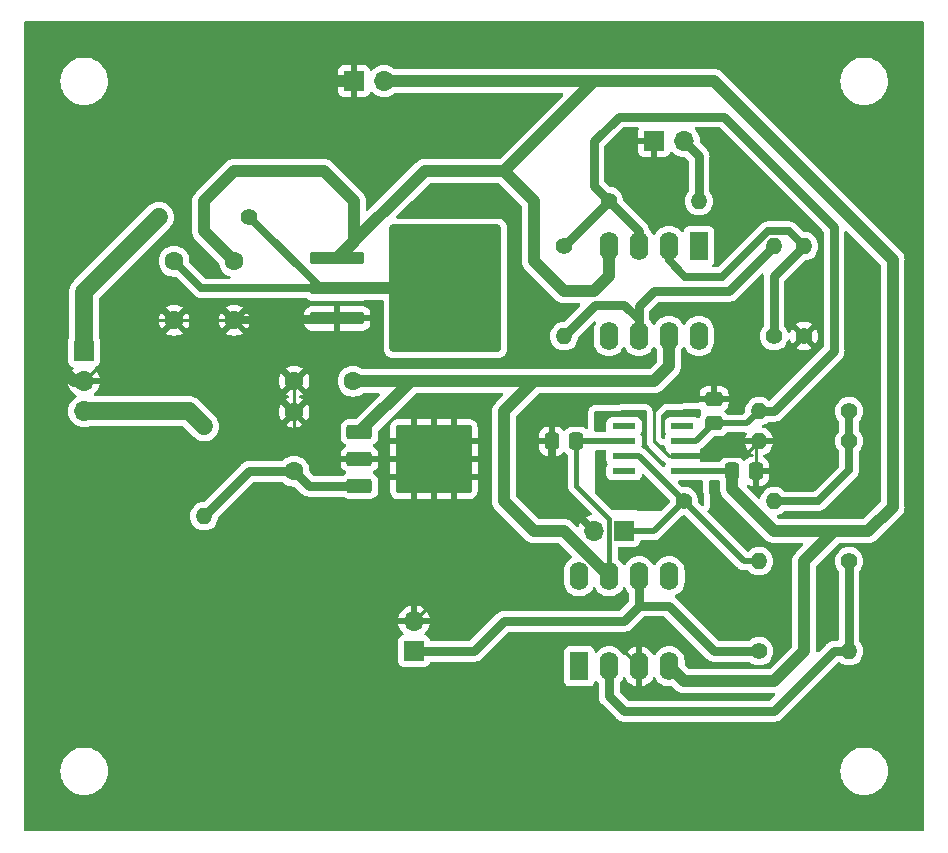
<source format=gbr>
%TF.GenerationSoftware,KiCad,Pcbnew,7.0.8*%
%TF.CreationDate,2023-11-27T18:24:43-03:00*%
%TF.ProjectId,design,64657369-676e-42e6-9b69-6361645f7063,rev?*%
%TF.SameCoordinates,Original*%
%TF.FileFunction,Copper,L2,Bot*%
%TF.FilePolarity,Positive*%
%FSLAX46Y46*%
G04 Gerber Fmt 4.6, Leading zero omitted, Abs format (unit mm)*
G04 Created by KiCad (PCBNEW 7.0.8) date 2023-11-27 18:24:43*
%MOMM*%
%LPD*%
G01*
G04 APERTURE LIST*
G04 Aperture macros list*
%AMRoundRect*
0 Rectangle with rounded corners*
0 $1 Rounding radius*
0 $2 $3 $4 $5 $6 $7 $8 $9 X,Y pos of 4 corners*
0 Add a 4 corners polygon primitive as box body*
4,1,4,$2,$3,$4,$5,$6,$7,$8,$9,$2,$3,0*
0 Add four circle primitives for the rounded corners*
1,1,$1+$1,$2,$3*
1,1,$1+$1,$4,$5*
1,1,$1+$1,$6,$7*
1,1,$1+$1,$8,$9*
0 Add four rect primitives between the rounded corners*
20,1,$1+$1,$2,$3,$4,$5,0*
20,1,$1+$1,$4,$5,$6,$7,0*
20,1,$1+$1,$6,$7,$8,$9,0*
20,1,$1+$1,$8,$9,$2,$3,0*%
G04 Aperture macros list end*
%TA.AperFunction,SMDPad,CuDef*%
%ADD10R,1.981200X0.558800*%
%TD*%
%TA.AperFunction,ComponentPad*%
%ADD11R,1.700000X1.700000*%
%TD*%
%TA.AperFunction,ComponentPad*%
%ADD12O,1.700000X1.700000*%
%TD*%
%TA.AperFunction,ComponentPad*%
%ADD13R,1.600000X2.400000*%
%TD*%
%TA.AperFunction,ComponentPad*%
%ADD14O,1.600000X2.400000*%
%TD*%
%TA.AperFunction,SMDPad,CuDef*%
%ADD15RoundRect,0.250000X-2.050000X-0.300000X2.050000X-0.300000X2.050000X0.300000X-2.050000X0.300000X0*%
%TD*%
%TA.AperFunction,SMDPad,CuDef*%
%ADD16RoundRect,0.250000X-2.025000X-2.375000X2.025000X-2.375000X2.025000X2.375000X-2.025000X2.375000X0*%
%TD*%
%TA.AperFunction,SMDPad,CuDef*%
%ADD17RoundRect,0.250002X-4.449998X-5.149998X4.449998X-5.149998X4.449998X5.149998X-4.449998X5.149998X0*%
%TD*%
%TA.AperFunction,ComponentPad*%
%ADD18C,1.600000*%
%TD*%
%TA.AperFunction,ComponentPad*%
%ADD19C,1.400000*%
%TD*%
%TA.AperFunction,ComponentPad*%
%ADD20O,1.400000X1.400000*%
%TD*%
%TA.AperFunction,SMDPad,CuDef*%
%ADD21RoundRect,0.250000X-0.337500X-0.475000X0.337500X-0.475000X0.337500X0.475000X-0.337500X0.475000X0*%
%TD*%
%TA.AperFunction,SMDPad,CuDef*%
%ADD22RoundRect,0.250000X-0.850000X-0.350000X0.850000X-0.350000X0.850000X0.350000X-0.850000X0.350000X0*%
%TD*%
%TA.AperFunction,SMDPad,CuDef*%
%ADD23RoundRect,0.250000X-1.275000X-1.125000X1.275000X-1.125000X1.275000X1.125000X-1.275000X1.125000X0*%
%TD*%
%TA.AperFunction,SMDPad,CuDef*%
%ADD24RoundRect,0.249997X-2.950003X-2.650003X2.950003X-2.650003X2.950003X2.650003X-2.950003X2.650003X0*%
%TD*%
%TA.AperFunction,SMDPad,CuDef*%
%ADD25RoundRect,0.250000X0.337500X0.475000X-0.337500X0.475000X-0.337500X-0.475000X0.337500X-0.475000X0*%
%TD*%
%TA.AperFunction,SMDPad,CuDef*%
%ADD26RoundRect,0.250000X0.475000X-0.337500X0.475000X0.337500X-0.475000X0.337500X-0.475000X-0.337500X0*%
%TD*%
%TA.AperFunction,Conductor*%
%ADD27C,1.016000*%
%TD*%
%TA.AperFunction,Conductor*%
%ADD28C,0.635000*%
%TD*%
%TA.AperFunction,Conductor*%
%ADD29C,0.381000*%
%TD*%
%TA.AperFunction,Conductor*%
%ADD30C,0.254000*%
%TD*%
%TA.AperFunction,Conductor*%
%ADD31C,0.762000*%
%TD*%
%TA.AperFunction,Conductor*%
%ADD32C,0.508000*%
%TD*%
%TA.AperFunction,Conductor*%
%ADD33C,1.524000*%
%TD*%
G04 APERTURE END LIST*
D10*
%TO.P,U3,1,NC*%
%TO.N,unconnected-(U3-NC-Pad1)*%
X159867600Y-87630000D03*
%TO.P,U3,2,IN-*%
%TO.N,load*%
X159867600Y-88900000D03*
%TO.P,U3,3,IN+*%
%TO.N,Earth*%
X159867600Y-90170000D03*
%TO.P,U3,4,V-*%
%TO.N,-12V*%
X159867600Y-91440000D03*
%TO.P,U3,5,NC*%
%TO.N,unconnected-(U3-NC-Pad5)*%
X154940000Y-91440000D03*
%TO.P,U3,6,OUT*%
%TO.N,Net-(J4-Pin_1)*%
X154940000Y-90170000D03*
%TO.P,U3,7,V+*%
%TO.N,+12V*%
X154940000Y-88900000D03*
%TO.P,U3,8,NC*%
%TO.N,unconnected-(U3-NC-Pad8)*%
X154940000Y-87630000D03*
%TD*%
D11*
%TO.P,J5,1,Pin_1*%
%TO.N,Earth*%
X132080000Y-58420000D03*
D12*
%TO.P,J5,2,Pin_2*%
%TO.N,-12V*%
X134620000Y-58420000D03*
%TD*%
D11*
%TO.P,J4,1,Pin_1*%
%TO.N,Net-(J4-Pin_1)*%
X154940000Y-96520000D03*
D12*
%TO.P,J4,2,Pin_2*%
%TO.N,Earth*%
X152400000Y-96520000D03*
%TD*%
D13*
%TO.P,U5,1,NULL*%
%TO.N,unconnected-(U5-NULL-Pad1)*%
X151140000Y-107965000D03*
D14*
%TO.P,U5,2,-*%
%TO.N,Net-(U5--)*%
X153680000Y-107965000D03*
%TO.P,U5,3,+*%
%TO.N,Earth*%
X156220000Y-107965000D03*
%TO.P,U5,4,V-*%
%TO.N,-12V*%
X158760000Y-107965000D03*
%TO.P,U5,5,NULL*%
%TO.N,unconnected-(U5-NULL-Pad5)*%
X158760000Y-100345000D03*
%TO.P,U5,6*%
%TO.N,Net-(J3-Pin_1)*%
X156220000Y-100345000D03*
%TO.P,U5,7,V+*%
%TO.N,+12V*%
X153680000Y-100345000D03*
%TO.P,U5,8,NC*%
%TO.N,unconnected-(U5-NC-Pad8)*%
X151140000Y-100345000D03*
%TD*%
D15*
%TO.P,U1,1,GND*%
%TO.N,Earth*%
X130665000Y-78505000D03*
%TO.P,U1,2,VI*%
%TO.N,Net-(U1-VI)*%
X130665000Y-75965000D03*
D16*
X137390000Y-73190000D03*
X137390000Y-78740000D03*
D17*
X139815000Y-75965000D03*
D16*
X142240000Y-73190000D03*
X142240000Y-78740000D03*
D15*
%TO.P,U1,3,VO*%
%TO.N,-12V*%
X130665000Y-73425000D03*
%TD*%
D13*
%TO.P,U4,1,NULL*%
%TO.N,unconnected-(U4-NULL-Pad1)*%
X161280000Y-72375000D03*
D14*
%TO.P,U4,2,-*%
%TO.N,Net-(U4--)*%
X158740000Y-72375000D03*
%TO.P,U4,3,+*%
%TO.N,load*%
X156200000Y-72375000D03*
%TO.P,U4,4,V-*%
%TO.N,-12V*%
X153660000Y-72375000D03*
%TO.P,U4,5,NULL*%
%TO.N,unconnected-(U4-NULL-Pad5)*%
X153660000Y-79995000D03*
%TO.P,U4,6*%
%TO.N,Net-(R3-Pad2)*%
X156200000Y-79995000D03*
%TO.P,U4,7,V+*%
%TO.N,+12V*%
X158740000Y-79995000D03*
%TO.P,U4,8,NC*%
%TO.N,unconnected-(U4-NC-Pad8)*%
X161280000Y-79995000D03*
%TD*%
D18*
%TO.P,C3,1*%
%TO.N,Net-(U1-VI)*%
X116840000Y-73660000D03*
%TO.P,C3,2*%
%TO.N,Earth*%
X116840000Y-78660000D03*
%TD*%
D19*
%TO.P,R8,1*%
%TO.N,Net-(J4-Pin_1)*%
X160020000Y-93980000D03*
D20*
%TO.P,R8,2*%
%TO.N,Net-(R7-Pad1)*%
X167640000Y-93980000D03*
%TD*%
D18*
%TO.P,C4,1*%
%TO.N,+12V*%
X132000000Y-83820000D03*
%TO.P,C4,2*%
%TO.N,Earth*%
X127000000Y-83820000D03*
%TD*%
D19*
%TO.P,R11,1*%
%TO.N,Net-(J3-Pin_1)*%
X166370000Y-106680000D03*
D20*
%TO.P,R11,2*%
%TO.N,Net-(U5--)*%
X173990000Y-106680000D03*
%TD*%
D11*
%TO.P,J2,1,Pin_1*%
%TO.N,Earth*%
X157480000Y-63500000D03*
D12*
%TO.P,J2,2,Pin_2*%
%TO.N,Net-(J2-Pin_2)*%
X160020000Y-63500000D03*
%TD*%
D19*
%TO.P,R6,1*%
%TO.N,load*%
X153670000Y-68580000D03*
D20*
%TO.P,R6,2*%
%TO.N,Net-(J2-Pin_2)*%
X161290000Y-68580000D03*
%TD*%
D18*
%TO.P,C2,1*%
%TO.N,Net-(U2-IN)*%
X127000000Y-91440000D03*
%TO.P,C2,2*%
%TO.N,Earth*%
X127000000Y-86440000D03*
%TD*%
D11*
%TO.P,J3,1,Pin_1*%
%TO.N,Net-(J3-Pin_1)*%
X137160000Y-106680000D03*
D12*
%TO.P,J3,2,Pin_2*%
%TO.N,Earth*%
X137160000Y-104140000D03*
%TD*%
D18*
%TO.P,C1,1*%
%TO.N,-12V*%
X121920000Y-73660000D03*
%TO.P,C1,2*%
%TO.N,Earth*%
X121920000Y-78660000D03*
%TD*%
D19*
%TO.P,R10,1*%
%TO.N,Net-(U5--)*%
X173990000Y-99060000D03*
D20*
%TO.P,R10,2*%
%TO.N,Net-(J4-Pin_1)*%
X166370000Y-99060000D03*
%TD*%
D19*
%TO.P,R5,1*%
%TO.N,Earth*%
X170180000Y-80010000D03*
D20*
%TO.P,R5,2*%
%TO.N,Net-(U4--)*%
X170180000Y-72390000D03*
%TD*%
D19*
%TO.P,R9,1*%
%TO.N,Net-(R7-Pad1)*%
X173990000Y-88900000D03*
D20*
%TO.P,R9,2*%
%TO.N,Earth*%
X166370000Y-88900000D03*
%TD*%
D19*
%TO.P,R7,1*%
%TO.N,Net-(R7-Pad1)*%
X173990000Y-86360000D03*
D20*
%TO.P,R7,2*%
%TO.N,load*%
X166370000Y-86360000D03*
%TD*%
D19*
%TO.P,R2,1*%
%TO.N,Net-(J1-Pin_3)*%
X119380000Y-87630000D03*
D20*
%TO.P,R2,2*%
%TO.N,Net-(U2-IN)*%
X119380000Y-95250000D03*
%TD*%
D11*
%TO.P,J1,1,Pin_1*%
%TO.N,Net-(J1-Pin_1)*%
X109220000Y-81280000D03*
D12*
%TO.P,J1,2,Pin_2*%
%TO.N,Earth*%
X109220000Y-83820000D03*
%TO.P,J1,3,Pin_3*%
%TO.N,Net-(J1-Pin_3)*%
X109220000Y-86360000D03*
%TD*%
D20*
%TO.P,R3,2*%
%TO.N,Net-(R3-Pad2)*%
X149860000Y-80010000D03*
D19*
%TO.P,R3,1*%
%TO.N,load*%
X149860000Y-72390000D03*
%TD*%
%TO.P,R1,1*%
%TO.N,Net-(U1-VI)*%
X123190000Y-69900000D03*
D20*
%TO.P,R1,2*%
%TO.N,Net-(J1-Pin_1)*%
X115570000Y-69900000D03*
%TD*%
D19*
%TO.P,R4,1*%
%TO.N,Net-(U4--)*%
X167640000Y-80010000D03*
D20*
%TO.P,R4,2*%
%TO.N,Net-(R3-Pad2)*%
X167640000Y-72390000D03*
%TD*%
D21*
%TO.P,C7,1*%
%TO.N,-12V*%
X164062500Y-91440000D03*
%TO.P,C7,2*%
%TO.N,Earth*%
X166137500Y-91440000D03*
%TD*%
D22*
%TO.P,U2,1,IN*%
%TO.N,Net-(U2-IN)*%
X132535000Y-92705000D03*
%TO.P,U2,2,GND*%
%TO.N,Earth*%
X132535000Y-90425000D03*
D23*
X137160000Y-88900000D03*
X137160000Y-91950000D03*
D24*
X138835000Y-90425000D03*
D23*
X140510000Y-88900000D03*
X140510000Y-91950000D03*
D22*
%TO.P,U2,3,OUT*%
%TO.N,+12V*%
X132535000Y-88145000D03*
%TD*%
D25*
%TO.P,C6,1*%
%TO.N,+12V*%
X150897500Y-88900000D03*
%TO.P,C6,2*%
%TO.N,Earth*%
X148822500Y-88900000D03*
%TD*%
D26*
%TO.P,C5,1*%
%TO.N,load*%
X162560000Y-87397500D03*
%TO.P,C5,2*%
%TO.N,Earth*%
X162560000Y-85322500D03*
%TD*%
D27*
%TO.N,Earth*%
X119380000Y-58420000D02*
X132080000Y-58420000D01*
X106680000Y-71120000D02*
X119380000Y-58420000D01*
X108370000Y-83820000D02*
X106680000Y-82130000D01*
X106680000Y-82130000D02*
X106680000Y-71120000D01*
X109220000Y-83820000D02*
X108370000Y-83820000D01*
%TO.N,-12V*%
X152400000Y-58420000D02*
X134620000Y-58420000D01*
D28*
%TO.N,Earth*%
X148822500Y-92942500D02*
X148822500Y-88900000D01*
X152400000Y-96520000D02*
X148822500Y-92942500D01*
D29*
%TO.N,+12V*%
X150897500Y-88900000D02*
X150897500Y-92708122D01*
X150897500Y-92708122D02*
X153696300Y-95506922D01*
X153696300Y-95506922D02*
X153696300Y-100328700D01*
D27*
X144780000Y-86360000D02*
X144780000Y-93980000D01*
D28*
%TO.N,Net-(R7-Pad1)*%
X173990000Y-88900000D02*
X173990000Y-86360000D01*
X173990000Y-91370849D02*
X173990000Y-88900000D01*
X167640000Y-93980000D02*
X171380849Y-93980000D01*
X171380849Y-93980000D02*
X173990000Y-91370849D01*
%TO.N,Net-(U4--)*%
X158740000Y-72375000D02*
X158740000Y-73575000D01*
X160134500Y-74969500D02*
X158740000Y-73575000D01*
X167104768Y-71110904D02*
X163246172Y-74969500D01*
X163246172Y-74969500D02*
X160134500Y-74969500D01*
X168900904Y-71110904D02*
X167104768Y-71110904D01*
X170180000Y-72390000D02*
X168900904Y-71110904D01*
D30*
%TO.N,Earth*%
X153719393Y-105464393D02*
X145995608Y-105464393D01*
X145995608Y-105464393D02*
X145738635Y-105721366D01*
X156220000Y-107965000D02*
X153719393Y-105464393D01*
X145738635Y-105721366D02*
X142240000Y-109220000D01*
X171595473Y-71441559D02*
X169057203Y-68903289D01*
X170180000Y-80010000D02*
X171595473Y-78594527D01*
X169057203Y-68903289D02*
X168926918Y-68903289D01*
X168926918Y-68903289D02*
X166584312Y-68903289D01*
X171595473Y-78594527D02*
X171595473Y-71441559D01*
D31*
%TO.N,Net-(R3-Pad2)*%
X152301164Y-77568836D02*
X149860000Y-80010000D01*
X152301164Y-77563859D02*
X152301164Y-77568836D01*
X152518602Y-77346421D02*
X152301164Y-77563859D01*
X154969718Y-77346421D02*
X152518602Y-77346421D01*
X156200000Y-78576703D02*
X154969718Y-77346421D01*
X156200000Y-79995000D02*
X156200000Y-78576703D01*
%TO.N,Net-(U5--)*%
X154940000Y-111760000D02*
X153680000Y-110500000D01*
X167640000Y-111760000D02*
X154940000Y-111760000D01*
X173990000Y-106680000D02*
X172720000Y-106680000D01*
X172720000Y-106680000D02*
X167640000Y-111760000D01*
X153680000Y-110500000D02*
X153680000Y-107965000D01*
D30*
%TO.N,Earth*%
X132080000Y-109220000D02*
X129540000Y-106680000D01*
X129540000Y-106680000D02*
X129540000Y-104140000D01*
X142240000Y-109220000D02*
X132080000Y-109220000D01*
X129540000Y-104140000D02*
X131215000Y-102465000D01*
X131215000Y-102465000D02*
X138835000Y-102465000D01*
D27*
%TO.N,+12V*%
X147320000Y-96520000D02*
X149855000Y-96520000D01*
X144780000Y-93980000D02*
X147320000Y-96520000D01*
X147320000Y-83820000D02*
X144780000Y-86360000D01*
X149855000Y-96520000D02*
X153680000Y-100345000D01*
D29*
X153696300Y-100328700D02*
X153680000Y-100345000D01*
D32*
%TO.N,Net-(J4-Pin_1)*%
X157480000Y-96520000D02*
X160020000Y-93980000D01*
X154940000Y-96520000D02*
X157480000Y-96520000D01*
D31*
%TO.N,Net-(U2-IN)*%
X127000000Y-91440000D02*
X123190000Y-91440000D01*
X123190000Y-91440000D02*
X119380000Y-95250000D01*
X128265000Y-92705000D02*
X127000000Y-91440000D01*
X132535000Y-92705000D02*
X128265000Y-92705000D01*
D32*
%TO.N,-12V*%
X159867600Y-91440000D02*
X164062500Y-91440000D01*
D31*
%TO.N,load*%
X167640000Y-86360000D02*
X166370000Y-86360000D01*
X172720000Y-81280000D02*
X167640000Y-86360000D01*
X172720000Y-70940394D02*
X172720000Y-81280000D01*
X172720000Y-70760790D02*
X172720000Y-70940394D01*
X163376410Y-61417200D02*
X172720000Y-70760790D01*
X163196806Y-61417200D02*
X163376410Y-61417200D01*
X154482800Y-61417200D02*
X163196806Y-61417200D01*
X152400000Y-63500000D02*
X154482800Y-61417200D01*
X152400000Y-67310000D02*
X152400000Y-63500000D01*
X153670000Y-68580000D02*
X152400000Y-67310000D01*
X153670000Y-68580000D02*
X156200000Y-71110000D01*
X149860000Y-72390000D02*
X153670000Y-68580000D01*
%TO.N,Net-(J2-Pin_2)*%
X161290000Y-64770000D02*
X160020000Y-63500000D01*
X161290000Y-68580000D02*
X161290000Y-64770000D01*
%TO.N,Net-(U4--)*%
X167640000Y-74930000D02*
X167640000Y-80010000D01*
X170180000Y-72390000D02*
X167640000Y-74930000D01*
%TO.N,Net-(R3-Pad2)*%
X163830000Y-76200000D02*
X167640000Y-72390000D01*
X156200000Y-77480000D02*
X157480000Y-76200000D01*
X157480000Y-76200000D02*
X163830000Y-76200000D01*
X156200000Y-79995000D02*
X156200000Y-77480000D01*
D27*
%TO.N,+12V*%
X147320000Y-83820000D02*
X157480000Y-83820000D01*
D32*
%TO.N,load*%
X165332500Y-87397500D02*
X166370000Y-86360000D01*
X162560000Y-87397500D02*
X165332500Y-87397500D01*
X161057500Y-88900000D02*
X162560000Y-87397500D01*
X159867600Y-88900000D02*
X161057500Y-88900000D01*
%TO.N,Net-(J4-Pin_1)*%
X160020000Y-93980000D02*
X156210000Y-90170000D01*
X156210000Y-90170000D02*
X154940000Y-90170000D01*
X165100000Y-99060000D02*
X160020000Y-93980000D01*
X166370000Y-99060000D02*
X165100000Y-99060000D01*
D31*
%TO.N,Net-(U5--)*%
X173990000Y-99060000D02*
X173990000Y-106680000D01*
%TO.N,Net-(J3-Pin_1)*%
X158740000Y-102860000D02*
X156220000Y-102860000D01*
X166370000Y-106680000D02*
X162560000Y-106680000D01*
X162560000Y-106680000D02*
X158740000Y-102860000D01*
X144780000Y-104140000D02*
X154940000Y-104140000D01*
X142240000Y-106680000D02*
X144780000Y-104140000D01*
X154940000Y-104140000D02*
X156220000Y-102860000D01*
X156220000Y-102860000D02*
X156220000Y-100345000D01*
X137160000Y-106680000D02*
X142240000Y-106680000D01*
D30*
%TO.N,Earth*%
X127000000Y-88900000D02*
X128525000Y-90425000D01*
X127000000Y-86440000D02*
X127000000Y-88900000D01*
X128525000Y-90425000D02*
X132535000Y-90425000D01*
X127000000Y-83820000D02*
X127000000Y-86440000D01*
D27*
%TO.N,+12V*%
X158740000Y-79995000D02*
X158740000Y-82510000D01*
X158740000Y-82510000D02*
X158765000Y-82535000D01*
X157480000Y-83820000D02*
X158765000Y-82535000D01*
X136860000Y-83820000D02*
X137160000Y-83820000D01*
X132535000Y-88145000D02*
X136860000Y-83820000D01*
X132000000Y-83820000D02*
X137160000Y-83820000D01*
X137160000Y-83820000D02*
X147320000Y-83820000D01*
%TO.N,-12V*%
X170180000Y-106680000D02*
X167640000Y-109220000D01*
X170180000Y-99060000D02*
X170180000Y-106680000D01*
X167640000Y-109220000D02*
X160015000Y-109220000D01*
X160015000Y-109220000D02*
X158760000Y-107965000D01*
X172720000Y-96520000D02*
X170180000Y-99060000D01*
X164062500Y-92942500D02*
X164062500Y-91440000D01*
X167640000Y-96520000D02*
X164062500Y-92942500D01*
X172720000Y-96520000D02*
X167640000Y-96520000D01*
X175622808Y-96520000D02*
X177673000Y-94469808D01*
X172720000Y-96520000D02*
X175622808Y-96520000D01*
X177673000Y-73533000D02*
X177673000Y-94469808D01*
X162560000Y-58420000D02*
X177673000Y-73533000D01*
X144780000Y-66040000D02*
X152400000Y-58420000D01*
X152400000Y-58420000D02*
X162560000Y-58420000D01*
X153660000Y-74940000D02*
X153660000Y-72375000D01*
X149860000Y-76200000D02*
X152400000Y-76200000D01*
X147320000Y-73660000D02*
X149860000Y-76200000D01*
X147320000Y-68580000D02*
X147320000Y-73660000D01*
X152400000Y-76200000D02*
X153660000Y-74940000D01*
X144780000Y-66040000D02*
X147320000Y-68580000D01*
X142240000Y-66040000D02*
X144780000Y-66040000D01*
X119380000Y-71120000D02*
X121920000Y-73660000D01*
X132080000Y-68580000D02*
X129540000Y-66040000D01*
X119380000Y-68580000D02*
X119380000Y-71120000D01*
X132080000Y-72010000D02*
X132080000Y-68580000D01*
X129540000Y-66040000D02*
X121920000Y-66040000D01*
X130665000Y-73425000D02*
X132080000Y-72010000D01*
X121920000Y-66040000D02*
X119380000Y-68580000D01*
X138050000Y-66040000D02*
X142240000Y-66040000D01*
X130665000Y-73425000D02*
X138050000Y-66040000D01*
D28*
%TO.N,Earth*%
X130510000Y-78660000D02*
X130665000Y-78505000D01*
X121920000Y-78660000D02*
X130510000Y-78660000D01*
%TO.N,Net-(U1-VI)*%
X129255000Y-75965000D02*
X130665000Y-75965000D01*
X123190000Y-69900000D02*
X129255000Y-75965000D01*
X119145000Y-75965000D02*
X130665000Y-75965000D01*
X116840000Y-73660000D02*
X119145000Y-75965000D01*
D27*
X130665000Y-75965000D02*
X139815000Y-75965000D01*
D33*
%TO.N,Net-(J1-Pin_1)*%
X109220000Y-76250000D02*
X115570000Y-69900000D01*
X109220000Y-81280000D02*
X109220000Y-76250000D01*
%TO.N,Net-(J1-Pin_3)*%
X109220000Y-86360000D02*
X118110000Y-86360000D01*
X118110000Y-86360000D02*
X119380000Y-87630000D01*
D30*
%TO.N,load*%
X156200000Y-71110000D02*
X156200000Y-72375000D01*
%TO.N,Earth*%
X157480000Y-88900000D02*
X157480000Y-86360000D01*
X162560000Y-85322500D02*
X164867500Y-85322500D01*
X166370000Y-88900000D02*
X165100000Y-90170000D01*
X164867500Y-85322500D02*
X165100000Y-85090000D01*
X121920000Y-78660000D02*
X116840000Y-78660000D01*
X116840000Y-78660000D02*
X114380000Y-78660000D01*
X162560000Y-85322500D02*
X158517500Y-85322500D01*
X158736169Y-70387601D02*
X165100000Y-70387601D01*
X158750000Y-90170000D02*
X157480000Y-88900000D01*
X170180000Y-80010000D02*
X165100000Y-85090000D01*
X138835000Y-102465000D02*
X138835000Y-90425000D01*
X152400000Y-85322500D02*
X158517500Y-85322500D01*
X162560000Y-90170000D02*
X159867600Y-90170000D01*
X122075000Y-78505000D02*
X121920000Y-78660000D01*
X166137500Y-89132500D02*
X166370000Y-88900000D01*
X159867600Y-90170000D02*
X158750000Y-90170000D01*
X158736169Y-70387601D02*
X157480000Y-69131432D01*
X114380000Y-78660000D02*
X109220000Y-83820000D01*
X137160000Y-104140000D02*
X138835000Y-102465000D01*
X166584312Y-68903289D02*
X165100000Y-70387601D01*
X148822500Y-87397500D02*
X148822500Y-88900000D01*
X152400000Y-85322500D02*
X150897500Y-85322500D01*
X157480000Y-69131432D02*
X157480000Y-63500000D01*
X157480000Y-86360000D02*
X158517500Y-85322500D01*
X132535000Y-90425000D02*
X138835000Y-90425000D01*
X166137500Y-91440000D02*
X166137500Y-89132500D01*
X150897500Y-85322500D02*
X148822500Y-87397500D01*
X165100000Y-90170000D02*
X162560000Y-90170000D01*
D32*
%TO.N,+12V*%
X150897500Y-88900000D02*
X154940000Y-88900000D01*
D30*
X158765000Y-82535000D02*
X158765000Y-79995000D01*
%TD*%
%TA.AperFunction,NonConductor*%
G36*
X161361740Y-86197313D02*
G01*
X161408560Y-86249175D01*
X161420759Y-86298581D01*
X161433122Y-86647583D01*
X161415823Y-86715277D01*
X161414741Y-86717067D01*
X161400187Y-86740663D01*
X161350681Y-86890061D01*
X161310908Y-86947505D01*
X161246392Y-86974328D01*
X161177616Y-86962013D01*
X161158663Y-86950322D01*
X161100531Y-86906804D01*
X161100528Y-86906802D01*
X160965682Y-86856508D01*
X160965683Y-86856508D01*
X160906083Y-86850101D01*
X160906081Y-86850100D01*
X160906073Y-86850100D01*
X160906064Y-86850100D01*
X158829129Y-86850100D01*
X158829123Y-86850101D01*
X158769516Y-86856508D01*
X158634671Y-86906802D01*
X158634664Y-86906806D01*
X158519455Y-86993052D01*
X158519452Y-86993055D01*
X158433206Y-87108264D01*
X158433202Y-87108271D01*
X158382910Y-87243113D01*
X158382909Y-87243117D01*
X158376500Y-87302727D01*
X158376500Y-87302734D01*
X158376500Y-87302735D01*
X158376500Y-87957270D01*
X158376501Y-87957276D01*
X158382908Y-88016883D01*
X158433202Y-88151728D01*
X158433203Y-88151730D01*
X158462368Y-88190690D01*
X158486784Y-88256155D01*
X158471932Y-88324428D01*
X158462368Y-88339310D01*
X158433203Y-88378269D01*
X158433202Y-88378271D01*
X158382908Y-88513117D01*
X158376501Y-88572716D01*
X158376501Y-88572723D01*
X158376500Y-88572735D01*
X158376500Y-88609719D01*
X158356815Y-88676758D01*
X158304011Y-88722513D01*
X158234853Y-88732457D01*
X158171297Y-88703432D01*
X158164819Y-88697400D01*
X158143819Y-88676400D01*
X158110334Y-88615077D01*
X158107500Y-88588719D01*
X158107500Y-86671280D01*
X158127185Y-86604241D01*
X158143814Y-86583604D01*
X158456107Y-86271311D01*
X158517426Y-86237829D01*
X158541241Y-86235023D01*
X161294314Y-86178997D01*
X161361740Y-86197313D01*
G37*
%TD.AperFunction*%
%TA.AperFunction,NonConductor*%
G36*
X156793403Y-86290280D02*
G01*
X156840223Y-86342142D01*
X156852500Y-86395938D01*
X156852500Y-88817032D01*
X156850772Y-88832681D01*
X156851054Y-88832708D01*
X156850319Y-88840475D01*
X156852500Y-88909859D01*
X156852500Y-88939477D01*
X156853371Y-88946380D01*
X156853829Y-88952199D01*
X156855298Y-88998942D01*
X156860916Y-89018275D01*
X156864862Y-89037329D01*
X156867383Y-89057287D01*
X156867386Y-89057299D01*
X156884595Y-89100765D01*
X156886487Y-89106293D01*
X156899530Y-89151187D01*
X156899530Y-89151188D01*
X156909777Y-89168515D01*
X156918335Y-89185985D01*
X156925745Y-89204701D01*
X156953229Y-89242529D01*
X156956437Y-89247413D01*
X156980234Y-89287652D01*
X156980240Y-89287660D01*
X156994469Y-89301888D01*
X157007109Y-89316687D01*
X157018934Y-89332964D01*
X157018936Y-89332965D01*
X157018937Y-89332967D01*
X157033364Y-89344902D01*
X157054957Y-89362765D01*
X157059268Y-89366687D01*
X157744065Y-90051484D01*
X158247624Y-90555043D01*
X158257471Y-90567333D01*
X158257689Y-90567154D01*
X158262657Y-90573160D01*
X158313257Y-90620677D01*
X158334201Y-90641620D01*
X158334207Y-90641626D01*
X158339697Y-90645883D01*
X158344148Y-90649684D01*
X158378235Y-90681695D01*
X158378237Y-90681696D01*
X158395867Y-90691387D01*
X158412132Y-90702070D01*
X158428038Y-90714408D01*
X158428040Y-90714408D01*
X158431539Y-90717123D01*
X158472446Y-90773767D01*
X158476235Y-90843533D01*
X158454806Y-90889412D01*
X158433203Y-90918269D01*
X158389820Y-91034585D01*
X158347948Y-91090518D01*
X158282484Y-91114935D01*
X158214211Y-91100083D01*
X158185957Y-91078932D01*
X156788766Y-89681742D01*
X156776984Y-89668109D01*
X156773604Y-89663569D01*
X156762539Y-89648706D01*
X156762537Y-89648704D01*
X156762538Y-89648704D01*
X156734932Y-89625541D01*
X156722285Y-89614928D01*
X156718310Y-89611286D01*
X156712441Y-89605417D01*
X156712440Y-89605416D01*
X156712438Y-89605414D01*
X156686584Y-89584972D01*
X156627427Y-89535333D01*
X156621394Y-89531365D01*
X156621422Y-89531321D01*
X156614961Y-89527204D01*
X156614934Y-89527250D01*
X156608790Y-89523460D01*
X156571441Y-89506044D01*
X156538808Y-89490827D01*
X156520534Y-89481649D01*
X156478031Y-89460303D01*
X156426957Y-89412624D01*
X156409768Y-89344902D01*
X156417502Y-89306159D01*
X156424689Y-89286888D01*
X156424688Y-89286888D01*
X156424691Y-89286883D01*
X156431100Y-89227273D01*
X156431099Y-88572728D01*
X156424691Y-88513117D01*
X156374396Y-88378269D01*
X156345229Y-88339307D01*
X156320813Y-88273848D01*
X156335664Y-88205575D01*
X156345221Y-88190702D01*
X156374396Y-88151731D01*
X156424691Y-88016883D01*
X156431100Y-87957273D01*
X156431099Y-87302728D01*
X156424691Y-87243117D01*
X156374396Y-87108269D01*
X156374395Y-87108268D01*
X156374393Y-87108264D01*
X156288147Y-86993055D01*
X156288144Y-86993052D01*
X156172935Y-86906806D01*
X156172928Y-86906802D01*
X156038082Y-86856508D01*
X156038083Y-86856508D01*
X155978483Y-86850101D01*
X155978481Y-86850100D01*
X155978473Y-86850100D01*
X155978464Y-86850100D01*
X153901529Y-86850100D01*
X153901523Y-86850101D01*
X153841916Y-86856508D01*
X153707071Y-86906802D01*
X153707064Y-86906806D01*
X153591855Y-86993052D01*
X153591852Y-86993055D01*
X153505606Y-87108264D01*
X153505602Y-87108271D01*
X153455310Y-87243113D01*
X153455309Y-87243117D01*
X153448900Y-87302727D01*
X153448900Y-87302734D01*
X153448900Y-87302735D01*
X153448900Y-87957270D01*
X153448901Y-87957274D01*
X153454381Y-88008246D01*
X153441975Y-88077005D01*
X153394364Y-88128142D01*
X153331091Y-88145500D01*
X152551676Y-88145500D01*
X152484637Y-88125815D01*
X152438882Y-88073011D01*
X152427693Y-88023566D01*
X152402056Y-86483522D01*
X152420622Y-86416166D01*
X152472657Y-86369539D01*
X152523514Y-86357486D01*
X156725979Y-86271964D01*
X156793403Y-86290280D01*
G37*
%TD.AperFunction*%
%TA.AperFunction,NonConductor*%
G36*
X161576984Y-92214185D02*
G01*
X161622739Y-92266989D01*
X161633867Y-92314110D01*
X161703981Y-94293283D01*
X161686682Y-94360977D01*
X161635532Y-94408573D01*
X161566768Y-94420959D01*
X161502225Y-94394202D01*
X161492378Y-94385354D01*
X161255048Y-94148024D01*
X161221563Y-94086701D01*
X161219258Y-94048901D01*
X161225643Y-93979999D01*
X161205115Y-93758464D01*
X161205114Y-93758462D01*
X161144230Y-93544476D01*
X161144229Y-93544472D01*
X161144224Y-93544461D01*
X161045061Y-93345316D01*
X161045056Y-93345308D01*
X160910979Y-93167761D01*
X160746562Y-93017876D01*
X160746560Y-93017874D01*
X160557404Y-92900754D01*
X160557398Y-92900752D01*
X160349940Y-92820382D01*
X160131243Y-92779500D01*
X159937887Y-92779500D01*
X159870848Y-92759815D01*
X159850206Y-92743181D01*
X159538605Y-92431580D01*
X159505120Y-92370257D01*
X159510104Y-92300565D01*
X159551976Y-92244632D01*
X159617440Y-92220215D01*
X159626286Y-92219899D01*
X160906071Y-92219899D01*
X160906072Y-92219899D01*
X160965683Y-92213491D01*
X160995640Y-92202318D01*
X161038973Y-92194500D01*
X161509945Y-92194500D01*
X161576984Y-92214185D01*
G37*
%TD.AperFunction*%
%TA.AperFunction,NonConductor*%
G36*
X153398130Y-89674185D02*
G01*
X153443885Y-89726989D01*
X153454380Y-89791752D01*
X153448900Y-89842727D01*
X153448900Y-89842734D01*
X153448900Y-89842735D01*
X153448900Y-90497270D01*
X153448901Y-90497276D01*
X153455308Y-90556883D01*
X153505602Y-90691728D01*
X153505603Y-90691730D01*
X153534768Y-90730690D01*
X153559184Y-90796155D01*
X153544332Y-90864428D01*
X153534768Y-90879310D01*
X153505603Y-90918269D01*
X153505602Y-90918271D01*
X153455310Y-91053113D01*
X153455309Y-91053117D01*
X153448900Y-91112727D01*
X153448900Y-91112734D01*
X153448900Y-91112735D01*
X153448900Y-91767270D01*
X153448901Y-91767276D01*
X153455308Y-91826883D01*
X153505602Y-91961728D01*
X153505606Y-91961735D01*
X153591852Y-92076944D01*
X153591855Y-92076947D01*
X153707064Y-92163193D01*
X153707071Y-92163197D01*
X153841917Y-92213491D01*
X153841916Y-92213491D01*
X153848372Y-92214185D01*
X153901527Y-92219900D01*
X155978472Y-92219899D01*
X156038083Y-92213491D01*
X156172931Y-92163196D01*
X156288146Y-92076946D01*
X156374396Y-91961731D01*
X156424691Y-91826883D01*
X156431100Y-91767273D01*
X156431099Y-91757490D01*
X156450778Y-91690453D01*
X156503579Y-91644695D01*
X156572737Y-91634746D01*
X156636295Y-91663766D01*
X156642780Y-91669804D01*
X158784951Y-93811975D01*
X158818436Y-93873298D01*
X158820741Y-93911096D01*
X158814357Y-93979998D01*
X158814357Y-93980002D01*
X158820741Y-94048902D01*
X158807326Y-94117471D01*
X158784951Y-94148023D01*
X158160733Y-94772240D01*
X158099410Y-94805725D01*
X158071551Y-94808550D01*
X153975430Y-94758961D01*
X153908634Y-94738466D01*
X153889250Y-94722651D01*
X152551826Y-93385226D01*
X152518341Y-93323903D01*
X152515524Y-93299609D01*
X152513329Y-93167761D01*
X152478909Y-91100083D01*
X152456943Y-89780564D01*
X152475509Y-89713206D01*
X152527544Y-89666579D01*
X152580926Y-89654500D01*
X153331091Y-89654500D01*
X153398130Y-89674185D01*
G37*
%TD.AperFunction*%
%TA.AperFunction,Conductor*%
%TO.N,Earth*%
G36*
X156470000Y-109643872D02*
G01*
X156666317Y-109591269D01*
X156666326Y-109591265D01*
X156872482Y-109495134D01*
X157058820Y-109364657D01*
X157219657Y-109203820D01*
X157350132Y-109017484D01*
X157377341Y-108959134D01*
X157423513Y-108906695D01*
X157490707Y-108887542D01*
X157557588Y-108907757D01*
X157602106Y-108959133D01*
X157629431Y-109017732D01*
X157629432Y-109017734D01*
X157759954Y-109204141D01*
X157920858Y-109365045D01*
X157920861Y-109365047D01*
X158107266Y-109495568D01*
X158313504Y-109591739D01*
X158533308Y-109650635D01*
X158695230Y-109664801D01*
X158759998Y-109670468D01*
X158760000Y-109670468D01*
X158760002Y-109670468D01*
X158959168Y-109653043D01*
X159027668Y-109666810D01*
X159057656Y-109688890D01*
X159264696Y-109895930D01*
X159268776Y-109900432D01*
X159298432Y-109936568D01*
X159451994Y-110062594D01*
X159451997Y-110062596D01*
X159614796Y-110149613D01*
X159614798Y-110149614D01*
X159627196Y-110156241D01*
X159817299Y-110213909D01*
X160015000Y-110233380D01*
X160048482Y-110230082D01*
X160061518Y-110228799D01*
X160067598Y-110228500D01*
X167587402Y-110228500D01*
X167593481Y-110228799D01*
X167621165Y-110231525D01*
X167633971Y-110232786D01*
X167698759Y-110258946D01*
X167739119Y-110315980D01*
X167742237Y-110385780D01*
X167709500Y-110443870D01*
X167311190Y-110842181D01*
X167249867Y-110875666D01*
X167223509Y-110878500D01*
X155356491Y-110878500D01*
X155289452Y-110858815D01*
X155268810Y-110842181D01*
X154597819Y-110171190D01*
X154564334Y-110109867D01*
X154561500Y-110083509D01*
X154561500Y-109374048D01*
X154581185Y-109307009D01*
X154597814Y-109286371D01*
X154680047Y-109204139D01*
X154810568Y-109017734D01*
X154837895Y-108959129D01*
X154884064Y-108906695D01*
X154951257Y-108887542D01*
X155018139Y-108907757D01*
X155062657Y-108959133D01*
X155089865Y-109017482D01*
X155220342Y-109203820D01*
X155381179Y-109364657D01*
X155567517Y-109495134D01*
X155773673Y-109591265D01*
X155773682Y-109591269D01*
X155969999Y-109643872D01*
X155970000Y-109643871D01*
X155970000Y-108280686D01*
X155981955Y-108292641D01*
X156094852Y-108350165D01*
X156188519Y-108365000D01*
X156251481Y-108365000D01*
X156345148Y-108350165D01*
X156458045Y-108292641D01*
X156470000Y-108280686D01*
X156470000Y-109643872D01*
G37*
%TD.AperFunction*%
%TA.AperFunction,Conductor*%
G36*
X156115825Y-62318385D02*
G01*
X156161580Y-62371189D01*
X156171524Y-62440347D01*
X156164968Y-62466033D01*
X156136403Y-62542619D01*
X156136401Y-62542627D01*
X156130000Y-62602155D01*
X156130000Y-63250000D01*
X157046314Y-63250000D01*
X157020507Y-63290156D01*
X156980000Y-63428111D01*
X156980000Y-63571889D01*
X157020507Y-63709844D01*
X157046314Y-63750000D01*
X156130000Y-63750000D01*
X156130000Y-64397844D01*
X156136401Y-64457372D01*
X156136403Y-64457379D01*
X156186645Y-64592086D01*
X156186649Y-64592093D01*
X156272809Y-64707187D01*
X156272812Y-64707190D01*
X156387906Y-64793350D01*
X156387913Y-64793354D01*
X156522620Y-64843596D01*
X156522627Y-64843598D01*
X156582155Y-64849999D01*
X156582172Y-64850000D01*
X157230000Y-64850000D01*
X157230000Y-63935501D01*
X157337685Y-63984680D01*
X157444237Y-64000000D01*
X157515763Y-64000000D01*
X157622315Y-63984680D01*
X157730000Y-63935501D01*
X157730000Y-64850000D01*
X158377828Y-64850000D01*
X158377844Y-64849999D01*
X158437372Y-64843598D01*
X158437379Y-64843596D01*
X158572086Y-64793354D01*
X158572093Y-64793350D01*
X158687187Y-64707190D01*
X158687190Y-64707187D01*
X158773350Y-64592093D01*
X158773354Y-64592086D01*
X158822422Y-64460529D01*
X158864293Y-64404595D01*
X158929757Y-64380178D01*
X158998030Y-64395030D01*
X159026285Y-64416181D01*
X159148599Y-64538495D01*
X159207000Y-64579388D01*
X159342165Y-64674032D01*
X159342167Y-64674033D01*
X159342170Y-64674035D01*
X159556337Y-64773903D01*
X159784592Y-64835063D01*
X160020000Y-64855659D01*
X160062656Y-64851926D01*
X160131153Y-64865691D01*
X160161144Y-64887773D01*
X160372181Y-65098810D01*
X160405666Y-65160133D01*
X160408500Y-65186491D01*
X160408500Y-67713649D01*
X160388815Y-67780688D01*
X160383454Y-67788376D01*
X160264943Y-67945308D01*
X160264938Y-67945316D01*
X160165775Y-68144461D01*
X160165769Y-68144476D01*
X160104885Y-68358462D01*
X160104884Y-68358464D01*
X160084357Y-68579999D01*
X160084357Y-68580000D01*
X160104884Y-68801535D01*
X160104885Y-68801537D01*
X160165769Y-69015523D01*
X160165775Y-69015538D01*
X160264938Y-69214683D01*
X160264943Y-69214691D01*
X160399020Y-69392238D01*
X160478262Y-69464476D01*
X160556111Y-69535445D01*
X160563437Y-69542123D01*
X160563439Y-69542125D01*
X160752595Y-69659245D01*
X160752596Y-69659245D01*
X160752599Y-69659247D01*
X160960060Y-69739618D01*
X161178757Y-69780500D01*
X161178759Y-69780500D01*
X161401241Y-69780500D01*
X161401243Y-69780500D01*
X161619940Y-69739618D01*
X161827401Y-69659247D01*
X162016562Y-69542124D01*
X162156282Y-69414751D01*
X162180979Y-69392238D01*
X162202618Y-69363584D01*
X162315058Y-69214689D01*
X162414229Y-69015528D01*
X162475115Y-68801536D01*
X162495643Y-68580000D01*
X162475115Y-68358464D01*
X162414229Y-68144472D01*
X162350754Y-68016997D01*
X162315061Y-67945316D01*
X162315056Y-67945308D01*
X162254810Y-67865530D01*
X162196545Y-67788374D01*
X162171854Y-67723015D01*
X162171500Y-67713649D01*
X162171500Y-64808352D01*
X162171705Y-64803317D01*
X162176373Y-64745991D01*
X162176372Y-64745985D01*
X162165040Y-64662802D01*
X162155967Y-64579388D01*
X162155965Y-64579380D01*
X162155881Y-64579130D01*
X162150526Y-64556280D01*
X162150489Y-64556006D01*
X162121536Y-64477200D01*
X162094745Y-64397685D01*
X162094741Y-64397677D01*
X162094603Y-64397447D01*
X162084462Y-64376285D01*
X162084368Y-64376031D01*
X162084368Y-64376030D01*
X162039169Y-64305317D01*
X161995894Y-64233393D01*
X161995704Y-64233192D01*
X161981243Y-64214693D01*
X161981105Y-64214477D01*
X161981104Y-64214475D01*
X161921767Y-64155138D01*
X161864036Y-64094192D01*
X161863812Y-64094040D01*
X161845713Y-64079084D01*
X161407773Y-63641144D01*
X161374288Y-63579821D01*
X161371926Y-63542659D01*
X161375659Y-63500000D01*
X161355063Y-63264592D01*
X161293903Y-63036337D01*
X161194035Y-62822171D01*
X161058495Y-62628599D01*
X160940275Y-62510379D01*
X160906792Y-62449059D01*
X160911776Y-62379367D01*
X160953647Y-62323433D01*
X161019111Y-62299016D01*
X161027958Y-62298700D01*
X162959919Y-62298700D01*
X163026958Y-62318385D01*
X163047600Y-62335019D01*
X171802181Y-71089600D01*
X171835666Y-71150923D01*
X171838500Y-71177281D01*
X171838500Y-80863509D01*
X171818815Y-80930548D01*
X171802181Y-80951190D01*
X167315735Y-85437635D01*
X167254412Y-85471120D01*
X167184720Y-85466136D01*
X167144516Y-85441592D01*
X167138099Y-85435742D01*
X167096562Y-85397876D01*
X167096559Y-85397874D01*
X167096558Y-85397873D01*
X166907404Y-85280754D01*
X166907398Y-85280752D01*
X166699940Y-85200382D01*
X166481243Y-85159500D01*
X166258757Y-85159500D01*
X166040060Y-85200382D01*
X165994756Y-85217933D01*
X165832601Y-85280752D01*
X165832595Y-85280754D01*
X165643439Y-85397874D01*
X165643437Y-85397876D01*
X165479020Y-85547761D01*
X165344943Y-85725308D01*
X165344938Y-85725316D01*
X165245775Y-85924461D01*
X165245769Y-85924476D01*
X165184885Y-86138462D01*
X165184884Y-86138464D01*
X165164357Y-86359999D01*
X165164357Y-86360001D01*
X165170741Y-86428901D01*
X165157326Y-86497470D01*
X165134952Y-86528021D01*
X165056295Y-86606680D01*
X164994973Y-86640166D01*
X164968613Y-86643000D01*
X163728589Y-86643000D01*
X163661550Y-86623315D01*
X163631322Y-86595910D01*
X163627710Y-86591342D01*
X163503657Y-86467289D01*
X163503656Y-86467288D01*
X163500342Y-86465243D01*
X163498546Y-86463248D01*
X163497989Y-86462807D01*
X163498064Y-86462711D01*
X163453618Y-86413297D01*
X163442397Y-86344334D01*
X163470240Y-86280252D01*
X163500348Y-86254165D01*
X163503342Y-86252318D01*
X163627315Y-86128345D01*
X163719356Y-85979124D01*
X163719358Y-85979119D01*
X163774505Y-85812697D01*
X163774506Y-85812690D01*
X163784999Y-85709986D01*
X163785000Y-85709973D01*
X163785000Y-85572500D01*
X161335002Y-85572500D01*
X161326088Y-85581413D01*
X161315313Y-85618105D01*
X161262508Y-85663858D01*
X161213523Y-85675036D01*
X158646979Y-85727266D01*
X158518706Y-85729877D01*
X158494258Y-85731562D01*
X158469158Y-85734519D01*
X158458265Y-85735803D01*
X158439198Y-85738992D01*
X158409976Y-85743880D01*
X158275169Y-85794160D01*
X158275163Y-85794163D01*
X158213858Y-85827638D01*
X158213848Y-85827642D01*
X158098666Y-85913867D01*
X158098654Y-85913878D01*
X157926087Y-86086446D01*
X157776795Y-86235738D01*
X157758697Y-86255887D01*
X157758697Y-86255888D01*
X157733570Y-86287069D01*
X157733571Y-86287068D01*
X157701931Y-86330946D01*
X157642164Y-86461814D01*
X157622478Y-86528855D01*
X157622476Y-86528860D01*
X157612908Y-86595413D01*
X157606474Y-86640166D01*
X157604738Y-86652238D01*
X157575713Y-86715793D01*
X157516935Y-86753568D01*
X157447066Y-86753568D01*
X157388287Y-86715794D01*
X157359262Y-86652238D01*
X157358000Y-86634591D01*
X157358000Y-86395937D01*
X157357999Y-86395929D01*
X157350678Y-86330944D01*
X157345329Y-86283467D01*
X157333052Y-86229671D01*
X157295674Y-86122836D01*
X157215439Y-86003404D01*
X157215434Y-86003398D01*
X157168624Y-85951547D01*
X157168622Y-85951545D01*
X157168619Y-85951542D01*
X157065275Y-85865612D01*
X157057988Y-85859553D01*
X156925921Y-85802459D01*
X156858499Y-85784143D01*
X156858493Y-85784142D01*
X156800306Y-85776981D01*
X156715694Y-85766569D01*
X156715688Y-85766569D01*
X152513235Y-85852090D01*
X152513230Y-85852090D01*
X152513229Y-85852091D01*
X152406941Y-85865611D01*
X152406937Y-85865611D01*
X152406936Y-85865612D01*
X152356081Y-85877664D01*
X152255040Y-85913278D01*
X152135319Y-85993064D01*
X152135307Y-85993074D01*
X152083280Y-86039694D01*
X152083277Y-86039697D01*
X151990880Y-86149984D01*
X151933298Y-86281833D01*
X151933291Y-86281854D01*
X151915166Y-86347613D01*
X151914864Y-86348601D01*
X151914730Y-86349193D01*
X151896625Y-86491940D01*
X151917480Y-87744703D01*
X151898914Y-87812061D01*
X151846879Y-87858688D01*
X151777895Y-87869782D01*
X151713865Y-87841819D01*
X151705816Y-87834448D01*
X151703657Y-87832289D01*
X151703656Y-87832288D01*
X151610888Y-87775069D01*
X151554336Y-87740187D01*
X151554331Y-87740185D01*
X151508590Y-87725028D01*
X151387797Y-87685001D01*
X151387795Y-87685000D01*
X151285010Y-87674500D01*
X150509998Y-87674500D01*
X150509980Y-87674501D01*
X150407203Y-87685000D01*
X150407200Y-87685001D01*
X150240668Y-87740185D01*
X150240663Y-87740187D01*
X150091342Y-87832289D01*
X149967288Y-87956343D01*
X149967283Y-87956349D01*
X149965241Y-87959661D01*
X149963247Y-87961453D01*
X149962807Y-87962011D01*
X149962711Y-87961935D01*
X149913291Y-88006383D01*
X149844328Y-88017602D01*
X149780247Y-87989755D01*
X149754168Y-87959656D01*
X149752319Y-87956659D01*
X149752316Y-87956655D01*
X149628345Y-87832684D01*
X149479124Y-87740643D01*
X149479119Y-87740641D01*
X149312697Y-87685494D01*
X149312690Y-87685493D01*
X149209986Y-87675000D01*
X149072500Y-87675000D01*
X149072500Y-90124999D01*
X149209972Y-90124999D01*
X149209986Y-90124998D01*
X149312697Y-90114505D01*
X149479119Y-90059358D01*
X149479124Y-90059356D01*
X149628345Y-89967315D01*
X149752318Y-89843342D01*
X149754165Y-89840348D01*
X149755969Y-89838724D01*
X149756798Y-89837677D01*
X149756976Y-89837818D01*
X149806110Y-89793621D01*
X149875073Y-89782396D01*
X149939156Y-89810236D01*
X149965243Y-89840341D01*
X149967288Y-89843656D01*
X150091344Y-89967712D01*
X150147598Y-90002409D01*
X150194321Y-90054354D01*
X150206500Y-90107946D01*
X150206500Y-92685369D01*
X150206387Y-92689114D01*
X150203265Y-92740734D01*
X150202695Y-92750150D01*
X150208073Y-92779500D01*
X150213717Y-92810296D01*
X150214280Y-92813998D01*
X150221652Y-92874704D01*
X150225144Y-92883914D01*
X150231166Y-92905517D01*
X150232941Y-92915203D01*
X150258040Y-92970973D01*
X150259473Y-92974432D01*
X150281153Y-93031600D01*
X150281156Y-93031604D01*
X150286750Y-93039708D01*
X150297774Y-93059256D01*
X150301808Y-93068221D01*
X150301814Y-93068230D01*
X150339518Y-93116356D01*
X150341738Y-93119373D01*
X150376480Y-93169705D01*
X150422253Y-93210257D01*
X150424964Y-93212808D01*
X151731512Y-94519355D01*
X152196500Y-94984343D01*
X152229985Y-95045666D01*
X152225001Y-95115358D01*
X152183129Y-95171291D01*
X152140913Y-95191799D01*
X151936513Y-95246567D01*
X151936507Y-95246570D01*
X151722422Y-95346399D01*
X151722420Y-95346400D01*
X151528926Y-95481886D01*
X151528920Y-95481891D01*
X151361891Y-95648920D01*
X151361886Y-95648926D01*
X151226400Y-95842420D01*
X151226399Y-95842422D01*
X151126570Y-96056507D01*
X151126565Y-96056520D01*
X151116892Y-96092618D01*
X151080526Y-96152278D01*
X151017678Y-96182806D01*
X150948303Y-96174509D01*
X150909437Y-96148203D01*
X150781234Y-96020000D01*
X150605301Y-95844067D01*
X150601222Y-95839566D01*
X150571567Y-95803430D01*
X150418005Y-95677405D01*
X150417998Y-95677401D01*
X150242805Y-95583759D01*
X150052703Y-95526091D01*
X149920900Y-95513110D01*
X149855000Y-95506620D01*
X149854999Y-95506620D01*
X149808482Y-95511201D01*
X149802402Y-95511500D01*
X147789096Y-95511500D01*
X147722057Y-95491815D01*
X147701415Y-95475181D01*
X145824819Y-93598585D01*
X145791334Y-93537262D01*
X145788500Y-93510904D01*
X145788500Y-89150000D01*
X147735001Y-89150000D01*
X147735001Y-89424986D01*
X147745494Y-89527697D01*
X147800641Y-89694119D01*
X147800643Y-89694124D01*
X147892684Y-89843345D01*
X148016654Y-89967315D01*
X148165875Y-90059356D01*
X148165880Y-90059358D01*
X148332302Y-90114505D01*
X148332309Y-90114506D01*
X148435019Y-90124999D01*
X148572499Y-90124999D01*
X148572500Y-90124998D01*
X148572500Y-89150000D01*
X147735001Y-89150000D01*
X145788500Y-89150000D01*
X145788500Y-88650000D01*
X147735000Y-88650000D01*
X148572500Y-88650000D01*
X148572500Y-87675000D01*
X148435027Y-87675000D01*
X148435012Y-87675001D01*
X148332302Y-87685494D01*
X148165880Y-87740641D01*
X148165875Y-87740643D01*
X148016654Y-87832684D01*
X147892684Y-87956654D01*
X147800643Y-88105875D01*
X147800641Y-88105880D01*
X147745494Y-88272302D01*
X147745493Y-88272309D01*
X147735000Y-88375013D01*
X147735000Y-88650000D01*
X145788500Y-88650000D01*
X145788500Y-86829096D01*
X145808185Y-86762057D01*
X145824819Y-86741415D01*
X147493734Y-85072500D01*
X161335000Y-85072500D01*
X162310000Y-85072500D01*
X162310000Y-84235000D01*
X162810000Y-84235000D01*
X162810000Y-85072500D01*
X163784999Y-85072500D01*
X163784999Y-84935028D01*
X163784998Y-84935013D01*
X163774505Y-84832302D01*
X163719358Y-84665880D01*
X163719356Y-84665875D01*
X163627315Y-84516654D01*
X163503345Y-84392684D01*
X163354124Y-84300643D01*
X163354119Y-84300641D01*
X163187697Y-84245494D01*
X163187690Y-84245493D01*
X163084986Y-84235000D01*
X162810000Y-84235000D01*
X162310000Y-84235000D01*
X162035029Y-84235000D01*
X162035012Y-84235001D01*
X161932302Y-84245494D01*
X161765880Y-84300641D01*
X161765875Y-84300643D01*
X161616654Y-84392684D01*
X161492684Y-84516654D01*
X161400643Y-84665875D01*
X161400641Y-84665880D01*
X161345494Y-84832302D01*
X161345493Y-84832309D01*
X161335000Y-84935013D01*
X161335000Y-85072500D01*
X147493734Y-85072500D01*
X147701415Y-84864819D01*
X147762738Y-84831334D01*
X147789096Y-84828500D01*
X157427402Y-84828500D01*
X157433482Y-84828799D01*
X157447511Y-84830180D01*
X157480000Y-84833380D01*
X157677701Y-84813909D01*
X157867804Y-84756241D01*
X157934671Y-84720500D01*
X158043004Y-84662595D01*
X158196568Y-84536568D01*
X158226238Y-84500413D01*
X158230288Y-84495944D01*
X159440929Y-83285303D01*
X159445432Y-83281223D01*
X159481564Y-83251571D01*
X159481563Y-83251571D01*
X159481568Y-83251568D01*
X159603140Y-83103432D01*
X159607595Y-83098004D01*
X159701241Y-82922804D01*
X159758908Y-82732701D01*
X159778380Y-82535000D01*
X159758908Y-82337300D01*
X159758377Y-82335550D01*
X159753839Y-82320587D01*
X159748500Y-82284594D01*
X159748500Y-81261162D01*
X159768185Y-81194123D01*
X159770899Y-81190076D01*
X159870568Y-81047734D01*
X159897618Y-80989726D01*
X159943790Y-80937286D01*
X160010983Y-80918134D01*
X160077865Y-80938349D01*
X160122381Y-80989724D01*
X160143117Y-81034192D01*
X160149431Y-81047732D01*
X160149432Y-81047734D01*
X160279954Y-81234141D01*
X160440858Y-81395045D01*
X160440861Y-81395047D01*
X160627266Y-81525568D01*
X160833504Y-81621739D01*
X161053308Y-81680635D01*
X161215230Y-81694801D01*
X161279998Y-81700468D01*
X161280000Y-81700468D01*
X161280002Y-81700468D01*
X161336673Y-81695509D01*
X161506692Y-81680635D01*
X161726496Y-81621739D01*
X161932734Y-81525568D01*
X162119139Y-81395047D01*
X162280047Y-81234139D01*
X162410568Y-81047734D01*
X162506739Y-80841496D01*
X162565635Y-80621692D01*
X162580500Y-80451784D01*
X162580500Y-79538216D01*
X162565635Y-79368308D01*
X162506739Y-79148504D01*
X162410568Y-78942266D01*
X162292364Y-78773452D01*
X162280045Y-78755858D01*
X162119141Y-78594954D01*
X161932734Y-78464432D01*
X161932732Y-78464431D01*
X161726497Y-78368261D01*
X161726488Y-78368258D01*
X161506697Y-78309366D01*
X161506693Y-78309365D01*
X161506692Y-78309365D01*
X161506691Y-78309364D01*
X161506686Y-78309364D01*
X161280002Y-78289532D01*
X161279998Y-78289532D01*
X161053313Y-78309364D01*
X161053302Y-78309366D01*
X160833511Y-78368258D01*
X160833502Y-78368261D01*
X160627267Y-78464431D01*
X160627265Y-78464432D01*
X160440858Y-78594954D01*
X160279954Y-78755858D01*
X160149432Y-78942265D01*
X160149431Y-78942267D01*
X160122382Y-79000275D01*
X160076209Y-79052714D01*
X160009016Y-79071866D01*
X159942135Y-79051650D01*
X159897618Y-79000275D01*
X159891727Y-78987641D01*
X159870568Y-78942266D01*
X159752364Y-78773452D01*
X159740045Y-78755858D01*
X159579141Y-78594954D01*
X159392734Y-78464432D01*
X159392732Y-78464431D01*
X159186497Y-78368261D01*
X159186488Y-78368258D01*
X158966697Y-78309366D01*
X158966693Y-78309365D01*
X158966692Y-78309365D01*
X158966691Y-78309364D01*
X158966686Y-78309364D01*
X158740002Y-78289532D01*
X158739998Y-78289532D01*
X158513313Y-78309364D01*
X158513302Y-78309366D01*
X158293511Y-78368258D01*
X158293502Y-78368261D01*
X158087267Y-78464431D01*
X158087265Y-78464432D01*
X157900858Y-78594954D01*
X157739954Y-78755858D01*
X157609432Y-78942265D01*
X157609431Y-78942267D01*
X157582382Y-79000275D01*
X157536209Y-79052714D01*
X157469016Y-79071866D01*
X157402135Y-79051650D01*
X157357618Y-79000275D01*
X157351727Y-78987641D01*
X157330568Y-78942266D01*
X157212364Y-78773452D01*
X157200045Y-78755858D01*
X157120200Y-78676013D01*
X157086715Y-78614690D01*
X157084290Y-78578266D01*
X157086373Y-78552691D01*
X157082067Y-78521091D01*
X157081500Y-78512715D01*
X157081500Y-77896491D01*
X157101185Y-77829452D01*
X157117819Y-77808810D01*
X157808810Y-77117819D01*
X157870133Y-77084334D01*
X157896491Y-77081500D01*
X163791646Y-77081500D01*
X163796681Y-77081705D01*
X163819474Y-77083560D01*
X163854011Y-77086373D01*
X163937198Y-77075039D01*
X164020614Y-77065967D01*
X164020869Y-77065880D01*
X164043714Y-77060527D01*
X164043994Y-77060489D01*
X164122799Y-77031536D01*
X164202315Y-77004745D01*
X164202539Y-77004610D01*
X164223723Y-76994458D01*
X164223970Y-76994368D01*
X164294682Y-76949169D01*
X164366599Y-76905899D01*
X164366599Y-76905898D01*
X164366607Y-76905894D01*
X164366793Y-76905717D01*
X164385306Y-76891243D01*
X164385525Y-76891104D01*
X164444861Y-76831767D01*
X164505808Y-76774036D01*
X164505957Y-76773814D01*
X164520911Y-76755716D01*
X166548031Y-74728597D01*
X166609351Y-74695114D01*
X166679043Y-74700098D01*
X166734976Y-74741970D01*
X166759393Y-74807434D01*
X166758984Y-74829672D01*
X166758500Y-74834127D01*
X166758500Y-74918053D01*
X166756227Y-75001962D01*
X166756278Y-75002228D01*
X166758500Y-75025598D01*
X166758500Y-79143649D01*
X166738815Y-79210688D01*
X166733454Y-79218376D01*
X166614943Y-79375308D01*
X166614938Y-79375316D01*
X166515775Y-79574461D01*
X166515769Y-79574476D01*
X166454885Y-79788462D01*
X166454884Y-79788464D01*
X166434357Y-80009999D01*
X166434357Y-80010000D01*
X166454884Y-80231535D01*
X166454885Y-80231537D01*
X166515769Y-80445523D01*
X166515775Y-80445538D01*
X166614938Y-80644683D01*
X166614943Y-80644691D01*
X166749020Y-80822238D01*
X166913437Y-80972123D01*
X166913439Y-80972125D01*
X167102595Y-81089245D01*
X167102596Y-81089245D01*
X167102599Y-81089247D01*
X167310060Y-81169618D01*
X167528757Y-81210500D01*
X167528759Y-81210500D01*
X167751241Y-81210500D01*
X167751243Y-81210500D01*
X167969940Y-81169618D01*
X168177401Y-81089247D01*
X168294278Y-81016880D01*
X169526672Y-81016880D01*
X169642821Y-81088797D01*
X169642822Y-81088798D01*
X169850195Y-81169134D01*
X170068807Y-81210000D01*
X170291193Y-81210000D01*
X170509809Y-81169133D01*
X170717168Y-81088801D01*
X170717181Y-81088795D01*
X170833326Y-81016879D01*
X170180001Y-80363553D01*
X170180000Y-80363553D01*
X169526672Y-81016879D01*
X169526672Y-81016880D01*
X168294278Y-81016880D01*
X168366562Y-80972124D01*
X168530981Y-80822236D01*
X168665058Y-80644689D01*
X168764229Y-80445528D01*
X168790995Y-80351455D01*
X168828272Y-80292367D01*
X168891581Y-80262809D01*
X168960821Y-80272171D01*
X169014007Y-80317480D01*
X169029525Y-80351460D01*
X169056236Y-80445342D01*
X169056239Y-80445348D01*
X169155369Y-80644428D01*
X169171137Y-80665308D01*
X169171138Y-80665308D01*
X169797145Y-80039302D01*
X169826372Y-80039302D01*
X169855047Y-80152538D01*
X169918936Y-80250327D01*
X170011115Y-80322072D01*
X170121595Y-80360000D01*
X170209005Y-80360000D01*
X170295216Y-80345614D01*
X170397947Y-80290019D01*
X170477060Y-80204079D01*
X170523982Y-80097108D01*
X170531200Y-80010000D01*
X170533553Y-80010000D01*
X171188861Y-80665308D01*
X171204631Y-80644425D01*
X171204633Y-80644422D01*
X171303759Y-80445350D01*
X171364621Y-80231439D01*
X171385141Y-80010000D01*
X171385141Y-80009999D01*
X171364621Y-79788560D01*
X171303759Y-79574649D01*
X171204635Y-79375580D01*
X171204630Y-79375572D01*
X171188860Y-79354690D01*
X170533553Y-80009999D01*
X170533553Y-80010000D01*
X170531200Y-80010000D01*
X170533628Y-79980698D01*
X170504953Y-79867462D01*
X170441064Y-79769673D01*
X170348885Y-79697928D01*
X170238405Y-79660000D01*
X170150995Y-79660000D01*
X170064784Y-79674386D01*
X169962053Y-79729981D01*
X169882940Y-79815921D01*
X169836018Y-79922892D01*
X169826372Y-80039302D01*
X169797145Y-80039302D01*
X169826447Y-80010000D01*
X169171138Y-79354691D01*
X169171137Y-79354691D01*
X169155368Y-79375574D01*
X169056239Y-79574651D01*
X169056237Y-79574655D01*
X169029525Y-79668540D01*
X168992246Y-79727633D01*
X168928936Y-79757190D01*
X168859697Y-79747828D01*
X168806510Y-79702518D01*
X168790994Y-79668541D01*
X168764229Y-79574472D01*
X168754533Y-79554999D01*
X168665061Y-79375316D01*
X168665056Y-79375308D01*
X168546546Y-79218376D01*
X168521854Y-79153015D01*
X168521500Y-79143649D01*
X168521500Y-79003119D01*
X169526671Y-79003119D01*
X170180000Y-79656447D01*
X170180001Y-79656447D01*
X170833327Y-79003119D01*
X170717178Y-78931202D01*
X170717177Y-78931201D01*
X170509804Y-78850865D01*
X170291193Y-78810000D01*
X170068807Y-78810000D01*
X169850195Y-78850865D01*
X169642824Y-78931200D01*
X169642823Y-78931201D01*
X169526671Y-79003119D01*
X168521500Y-79003119D01*
X168521500Y-75346491D01*
X168541185Y-75279452D01*
X168557819Y-75258810D01*
X170189810Y-73626819D01*
X170251133Y-73593334D01*
X170277491Y-73590500D01*
X170291241Y-73590500D01*
X170291243Y-73590500D01*
X170509940Y-73549618D01*
X170717401Y-73469247D01*
X170906562Y-73352124D01*
X171070981Y-73202236D01*
X171205058Y-73024689D01*
X171304229Y-72825528D01*
X171365115Y-72611536D01*
X171385643Y-72390000D01*
X171382356Y-72354532D01*
X171365115Y-72168464D01*
X171365114Y-72168462D01*
X171304230Y-71954476D01*
X171304229Y-71954472D01*
X171261248Y-71868155D01*
X171205061Y-71755316D01*
X171205056Y-71755308D01*
X171070979Y-71577761D01*
X170906562Y-71427876D01*
X170906560Y-71427874D01*
X170717404Y-71310754D01*
X170717398Y-71310752D01*
X170509940Y-71230382D01*
X170291243Y-71189500D01*
X170291241Y-71189500D01*
X170187688Y-71189500D01*
X170120649Y-71169815D01*
X170100007Y-71153181D01*
X169551559Y-70604733D01*
X169551557Y-70604730D01*
X169414146Y-70467319D01*
X169414144Y-70467318D01*
X169377945Y-70444572D01*
X169372274Y-70440548D01*
X169351813Y-70424231D01*
X169338860Y-70413901D01*
X169300355Y-70395358D01*
X169294264Y-70391992D01*
X169258071Y-70369250D01*
X169258068Y-70369248D01*
X169217718Y-70355129D01*
X169211291Y-70352467D01*
X169172781Y-70333921D01*
X169131107Y-70324410D01*
X169124434Y-70322488D01*
X169099878Y-70313895D01*
X169084074Y-70308365D01*
X169041604Y-70303581D01*
X169034744Y-70302415D01*
X168993076Y-70292904D01*
X168993070Y-70292904D01*
X168946842Y-70292904D01*
X167196935Y-70292904D01*
X167012602Y-70292904D01*
X167012596Y-70292904D01*
X166970928Y-70302415D01*
X166964071Y-70303580D01*
X166958865Y-70304167D01*
X166921595Y-70308366D01*
X166881253Y-70322481D01*
X166874571Y-70324406D01*
X166832888Y-70333921D01*
X166794373Y-70352469D01*
X166787947Y-70355131D01*
X166747604Y-70369248D01*
X166711410Y-70391990D01*
X166705323Y-70395354D01*
X166666808Y-70413902D01*
X166633391Y-70440551D01*
X166627720Y-70444576D01*
X166591526Y-70467318D01*
X166591523Y-70467321D01*
X166558838Y-70500007D01*
X162943665Y-74115181D01*
X162882342Y-74148666D01*
X162855984Y-74151500D01*
X162517618Y-74151500D01*
X162450579Y-74131815D01*
X162404824Y-74079011D01*
X162394880Y-74009853D01*
X162423905Y-73946297D01*
X162431594Y-73939136D01*
X162431275Y-73938817D01*
X162437542Y-73932548D01*
X162437546Y-73932546D01*
X162523796Y-73817331D01*
X162574091Y-73682483D01*
X162580500Y-73622873D01*
X162580499Y-71127128D01*
X162574091Y-71067517D01*
X162572851Y-71064193D01*
X162523797Y-70932671D01*
X162523793Y-70932664D01*
X162437547Y-70817455D01*
X162437544Y-70817452D01*
X162322335Y-70731206D01*
X162322328Y-70731202D01*
X162187482Y-70680908D01*
X162187483Y-70680908D01*
X162127883Y-70674501D01*
X162127881Y-70674500D01*
X162127873Y-70674500D01*
X162127864Y-70674500D01*
X160432129Y-70674500D01*
X160432123Y-70674501D01*
X160372516Y-70680908D01*
X160237671Y-70731202D01*
X160237664Y-70731206D01*
X160122455Y-70817452D01*
X160122452Y-70817455D01*
X160036206Y-70932664D01*
X160036202Y-70932671D01*
X159985908Y-71067516D01*
X159982137Y-71102596D01*
X159955398Y-71167146D01*
X159898006Y-71206994D01*
X159828180Y-71209487D01*
X159768092Y-71173834D01*
X159757273Y-71160462D01*
X159740045Y-71135858D01*
X159579141Y-70974954D01*
X159392734Y-70844432D01*
X159392732Y-70844431D01*
X159186497Y-70748261D01*
X159186488Y-70748258D01*
X158966697Y-70689366D01*
X158966693Y-70689365D01*
X158966692Y-70689365D01*
X158966691Y-70689364D01*
X158966686Y-70689364D01*
X158740002Y-70669532D01*
X158739998Y-70669532D01*
X158513313Y-70689364D01*
X158513302Y-70689366D01*
X158293511Y-70748258D01*
X158293502Y-70748261D01*
X158087267Y-70844431D01*
X158087265Y-70844432D01*
X157900858Y-70974954D01*
X157739954Y-71135858D01*
X157609432Y-71322265D01*
X157609431Y-71322267D01*
X157582382Y-71380275D01*
X157536209Y-71432714D01*
X157469016Y-71451866D01*
X157402135Y-71431650D01*
X157357618Y-71380275D01*
X157330568Y-71322267D01*
X157330567Y-71322265D01*
X157327371Y-71317701D01*
X157212364Y-71153451D01*
X157200048Y-71135862D01*
X157153786Y-71089600D01*
X157105850Y-71041664D01*
X157072367Y-70980344D01*
X157070671Y-70970741D01*
X157060489Y-70896006D01*
X156994368Y-70716030D01*
X156891104Y-70554475D01*
X154903116Y-68566487D01*
X154869631Y-68505164D01*
X154867326Y-68490247D01*
X154855115Y-68358464D01*
X154794229Y-68144472D01*
X154730754Y-68016997D01*
X154695061Y-67945316D01*
X154695056Y-67945308D01*
X154560979Y-67767761D01*
X154396562Y-67617876D01*
X154396560Y-67617874D01*
X154207404Y-67500754D01*
X154207398Y-67500752D01*
X154207042Y-67500614D01*
X153999940Y-67420382D01*
X153781243Y-67379500D01*
X153781241Y-67379500D01*
X153767491Y-67379500D01*
X153700452Y-67359815D01*
X153679810Y-67343181D01*
X153317819Y-66981190D01*
X153284334Y-66919867D01*
X153281500Y-66893509D01*
X153281500Y-63916491D01*
X153301185Y-63849452D01*
X153317819Y-63828810D01*
X154811610Y-62335019D01*
X154872933Y-62301534D01*
X154899291Y-62298700D01*
X156048786Y-62298700D01*
X156115825Y-62318385D01*
G37*
%TD.AperFunction*%
%TA.AperFunction,Conductor*%
G36*
X173806703Y-71093383D02*
G01*
X173813181Y-71099415D01*
X176628181Y-73914415D01*
X176661666Y-73975738D01*
X176664500Y-74002096D01*
X176664500Y-94000712D01*
X176644815Y-94067751D01*
X176628181Y-94088393D01*
X175241393Y-95475181D01*
X175180070Y-95508666D01*
X175153712Y-95511500D01*
X172772596Y-95511500D01*
X172766515Y-95511201D01*
X172720000Y-95506620D01*
X172673485Y-95511201D01*
X172667404Y-95511500D01*
X168109096Y-95511500D01*
X168042057Y-95491815D01*
X168021415Y-95475181D01*
X167896936Y-95350702D01*
X167863451Y-95289379D01*
X167868435Y-95219687D01*
X167910307Y-95163754D01*
X167961837Y-95141132D01*
X167969940Y-95139618D01*
X168177401Y-95059247D01*
X168366562Y-94942124D01*
X168489158Y-94830363D01*
X168551962Y-94799746D01*
X168572696Y-94798000D01*
X171473011Y-94798000D01*
X171473015Y-94798000D01*
X171514710Y-94788482D01*
X171521532Y-94787323D01*
X171564023Y-94782537D01*
X171590449Y-94773289D01*
X171604365Y-94768420D01*
X171611054Y-94766493D01*
X171628306Y-94762555D01*
X171652727Y-94756982D01*
X171691241Y-94738433D01*
X171697647Y-94735779D01*
X171738012Y-94721656D01*
X171774218Y-94698905D01*
X171780276Y-94695556D01*
X171818805Y-94677003D01*
X171852223Y-94650351D01*
X171857889Y-94646331D01*
X171894091Y-94623585D01*
X172024434Y-94493242D01*
X172024434Y-94493240D01*
X172034642Y-94483033D01*
X172034643Y-94483030D01*
X174600897Y-91916779D01*
X174633585Y-91884091D01*
X174656332Y-91847887D01*
X174660338Y-91842240D01*
X174687003Y-91808805D01*
X174705556Y-91770277D01*
X174708908Y-91764213D01*
X174731656Y-91728012D01*
X174745774Y-91687662D01*
X174748430Y-91681248D01*
X174766983Y-91642726D01*
X174776499Y-91601027D01*
X174778417Y-91594373D01*
X174792537Y-91554023D01*
X174797322Y-91511546D01*
X174798486Y-91504694D01*
X174808000Y-91463015D01*
X174808000Y-91278682D01*
X174808000Y-89833518D01*
X174827685Y-89766479D01*
X174848458Y-89741884D01*
X174880981Y-89712236D01*
X175015058Y-89534689D01*
X175114229Y-89335528D01*
X175175115Y-89121536D01*
X175195643Y-88900000D01*
X175190458Y-88844049D01*
X175175115Y-88678464D01*
X175175114Y-88678462D01*
X175173267Y-88671972D01*
X175114229Y-88464472D01*
X175091991Y-88419812D01*
X175015061Y-88265316D01*
X175015056Y-88265308D01*
X174880984Y-88087768D01*
X174880978Y-88087761D01*
X174848460Y-88058116D01*
X174812180Y-87998404D01*
X174808000Y-87966481D01*
X174808000Y-87293518D01*
X174827685Y-87226479D01*
X174848458Y-87201884D01*
X174880981Y-87172236D01*
X175015058Y-86994689D01*
X175114229Y-86795528D01*
X175175115Y-86581536D01*
X175195643Y-86360000D01*
X175191459Y-86314852D01*
X175175115Y-86138464D01*
X175175114Y-86138462D01*
X175172235Y-86128345D01*
X175114229Y-85924472D01*
X175114224Y-85924461D01*
X175015061Y-85725316D01*
X175015056Y-85725308D01*
X174880979Y-85547761D01*
X174716562Y-85397876D01*
X174716560Y-85397874D01*
X174527404Y-85280754D01*
X174527398Y-85280752D01*
X174319940Y-85200382D01*
X174101243Y-85159500D01*
X173878757Y-85159500D01*
X173660060Y-85200382D01*
X173614756Y-85217933D01*
X173452601Y-85280752D01*
X173452595Y-85280754D01*
X173263439Y-85397874D01*
X173263437Y-85397876D01*
X173099020Y-85547761D01*
X172964943Y-85725308D01*
X172964938Y-85725316D01*
X172865775Y-85924461D01*
X172865769Y-85924476D01*
X172804885Y-86138462D01*
X172804884Y-86138464D01*
X172784357Y-86359999D01*
X172784357Y-86360000D01*
X172804884Y-86581535D01*
X172804885Y-86581537D01*
X172865769Y-86795523D01*
X172865775Y-86795538D01*
X172964938Y-86994683D01*
X172964943Y-86994691D01*
X173018582Y-87065720D01*
X173099019Y-87172236D01*
X173131539Y-87201882D01*
X173167819Y-87261591D01*
X173172000Y-87293518D01*
X173172000Y-87966481D01*
X173152315Y-88033520D01*
X173131540Y-88058116D01*
X173099021Y-88087761D01*
X173099015Y-88087768D01*
X172964943Y-88265308D01*
X172964938Y-88265316D01*
X172865775Y-88464461D01*
X172865769Y-88464476D01*
X172804885Y-88678462D01*
X172804884Y-88678464D01*
X172784357Y-88899999D01*
X172784357Y-88900000D01*
X172804884Y-89121535D01*
X172804885Y-89121537D01*
X172865769Y-89335523D01*
X172865775Y-89335538D01*
X172964938Y-89534683D01*
X172964943Y-89534691D01*
X173017291Y-89604010D01*
X173099019Y-89712236D01*
X173131539Y-89741882D01*
X173167819Y-89801591D01*
X173172000Y-89833518D01*
X173172000Y-90980660D01*
X173152315Y-91047699D01*
X173135681Y-91068341D01*
X171078342Y-93125681D01*
X171017019Y-93159166D01*
X170990661Y-93162000D01*
X168572696Y-93162000D01*
X168505657Y-93142315D01*
X168489158Y-93129637D01*
X168366562Y-93017876D01*
X168366560Y-93017874D01*
X168177404Y-92900754D01*
X168177398Y-92900752D01*
X168157259Y-92892950D01*
X167969940Y-92820382D01*
X167751243Y-92779500D01*
X167528757Y-92779500D01*
X167310060Y-92820382D01*
X167178864Y-92871207D01*
X167102601Y-92900752D01*
X167102595Y-92900754D01*
X166913439Y-93017874D01*
X166913437Y-93017876D01*
X166749020Y-93167761D01*
X166614943Y-93345308D01*
X166614938Y-93345316D01*
X166515775Y-93544461D01*
X166515770Y-93544474D01*
X166479362Y-93672435D01*
X166442083Y-93731528D01*
X166378773Y-93761085D01*
X166309533Y-93751723D01*
X166272415Y-93726181D01*
X165349385Y-92803151D01*
X165315900Y-92741828D01*
X165320884Y-92672136D01*
X165362756Y-92616203D01*
X165428220Y-92591786D01*
X165476070Y-92597764D01*
X165647302Y-92654505D01*
X165647309Y-92654506D01*
X165750019Y-92664999D01*
X165887499Y-92664999D01*
X165887500Y-92664998D01*
X165887500Y-91690000D01*
X166387500Y-91690000D01*
X166387500Y-92664999D01*
X166524972Y-92664999D01*
X166524986Y-92664998D01*
X166627697Y-92654505D01*
X166794119Y-92599358D01*
X166794124Y-92599356D01*
X166943345Y-92507315D01*
X167067315Y-92383345D01*
X167159356Y-92234124D01*
X167159358Y-92234119D01*
X167214505Y-92067697D01*
X167214506Y-92067690D01*
X167224999Y-91964986D01*
X167225000Y-91964973D01*
X167225000Y-91690000D01*
X166387500Y-91690000D01*
X165887500Y-91690000D01*
X165887500Y-91314000D01*
X165907185Y-91246961D01*
X165959989Y-91201206D01*
X166011500Y-91190000D01*
X167224999Y-91190000D01*
X167224999Y-90915028D01*
X167224998Y-90915013D01*
X167214505Y-90812302D01*
X167159358Y-90645880D01*
X167159356Y-90645875D01*
X167067315Y-90496654D01*
X166943345Y-90372684D01*
X166794124Y-90280643D01*
X166794119Y-90280641D01*
X166762859Y-90270283D01*
X166705414Y-90230511D01*
X166678591Y-90165995D01*
X166690906Y-90097219D01*
X166738449Y-90046019D01*
X166757069Y-90036950D01*
X166907177Y-89978798D01*
X166907179Y-89978797D01*
X167096261Y-89861721D01*
X167260608Y-89711900D01*
X167394631Y-89534425D01*
X167493760Y-89335349D01*
X167546495Y-89150000D01*
X166615581Y-89150000D01*
X166667060Y-89094079D01*
X166713982Y-88987108D01*
X166723628Y-88870698D01*
X166694953Y-88757462D01*
X166631064Y-88659673D01*
X166618636Y-88650000D01*
X167546495Y-88650000D01*
X167493760Y-88464650D01*
X167394631Y-88265574D01*
X167260608Y-88088099D01*
X167096261Y-87938278D01*
X166907179Y-87821202D01*
X166907177Y-87821201D01*
X166712786Y-87745894D01*
X166657384Y-87703321D01*
X166633794Y-87637554D01*
X166649505Y-87569474D01*
X166699529Y-87520695D01*
X166712772Y-87514646D01*
X166907401Y-87439247D01*
X167096562Y-87322124D01*
X167149502Y-87273863D01*
X167212306Y-87243246D01*
X167233040Y-87241500D01*
X167601646Y-87241500D01*
X167606681Y-87241705D01*
X167625610Y-87243246D01*
X167664011Y-87246373D01*
X167747198Y-87235039D01*
X167830614Y-87225967D01*
X167830869Y-87225880D01*
X167853714Y-87220527D01*
X167853994Y-87220489D01*
X167932799Y-87191536D01*
X168012315Y-87164745D01*
X168012539Y-87164610D01*
X168033723Y-87154458D01*
X168033970Y-87154368D01*
X168104682Y-87109169D01*
X168176607Y-87065894D01*
X168176793Y-87065717D01*
X168195306Y-87051243D01*
X168195525Y-87051104D01*
X168254861Y-86991767D01*
X168315808Y-86934036D01*
X168315957Y-86933814D01*
X168330911Y-86915716D01*
X173316206Y-81930421D01*
X173319874Y-81927039D01*
X173363739Y-81889782D01*
X173414545Y-81822946D01*
X173467116Y-81757547D01*
X173467227Y-81757322D01*
X173479615Y-81737350D01*
X173479774Y-81737141D01*
X173515022Y-81660951D01*
X173552307Y-81585774D01*
X173552367Y-81585530D01*
X173560174Y-81563357D01*
X173560282Y-81563124D01*
X173578324Y-81481157D01*
X173589969Y-81434334D01*
X173598580Y-81399711D01*
X173598580Y-81399707D01*
X173598581Y-81399704D01*
X173598588Y-81399432D01*
X173601443Y-81376127D01*
X173601500Y-81375869D01*
X173601500Y-81291946D01*
X173603773Y-81208036D01*
X173603720Y-81207761D01*
X173601500Y-81184403D01*
X173601500Y-71187096D01*
X173621185Y-71120057D01*
X173673989Y-71074302D01*
X173743147Y-71064358D01*
X173806703Y-71093383D01*
G37*
%TD.AperFunction*%
%TA.AperFunction,Conductor*%
G36*
X165268694Y-88171685D02*
G01*
X165314449Y-88224489D01*
X165324393Y-88293647D01*
X165312655Y-88331272D01*
X165246239Y-88464650D01*
X165193505Y-88650000D01*
X166124419Y-88650000D01*
X166072940Y-88705921D01*
X166026018Y-88812892D01*
X166016372Y-88929302D01*
X166045047Y-89042538D01*
X166108936Y-89140327D01*
X166121364Y-89150000D01*
X165193505Y-89150000D01*
X165246239Y-89335349D01*
X165345368Y-89534425D01*
X165479391Y-89711900D01*
X165643738Y-89861721D01*
X165832821Y-89978798D01*
X165835230Y-89979997D01*
X165836178Y-89980876D01*
X165837696Y-89981816D01*
X165837512Y-89982112D01*
X165886470Y-90027497D01*
X165903894Y-90095160D01*
X165881972Y-90161501D01*
X165827663Y-90205459D01*
X165779968Y-90215000D01*
X165750030Y-90215000D01*
X165750012Y-90215001D01*
X165647302Y-90225494D01*
X165480880Y-90280641D01*
X165480875Y-90280643D01*
X165331654Y-90372684D01*
X165207683Y-90496655D01*
X165207679Y-90496660D01*
X165205826Y-90499665D01*
X165204018Y-90501290D01*
X165203202Y-90502323D01*
X165203025Y-90502183D01*
X165153874Y-90546385D01*
X165084911Y-90557601D01*
X165020831Y-90529752D01*
X164994753Y-90499653D01*
X164993265Y-90497241D01*
X164992712Y-90496344D01*
X164868656Y-90372288D01*
X164719334Y-90280186D01*
X164552797Y-90225001D01*
X164552795Y-90225000D01*
X164450010Y-90214500D01*
X163674998Y-90214500D01*
X163674980Y-90214501D01*
X163572203Y-90225000D01*
X163572200Y-90225001D01*
X163405668Y-90280185D01*
X163405663Y-90280187D01*
X163256342Y-90372289D01*
X163132289Y-90496342D01*
X163129237Y-90501290D01*
X163080991Y-90579511D01*
X163051948Y-90626597D01*
X163000000Y-90673321D01*
X162946409Y-90685500D01*
X161476004Y-90685500D01*
X161408965Y-90665815D01*
X161363210Y-90613011D01*
X161352715Y-90548243D01*
X161358199Y-90497241D01*
X161358200Y-90497227D01*
X161358200Y-90420000D01*
X159741600Y-90420000D01*
X159674561Y-90400315D01*
X159628806Y-90347511D01*
X159617600Y-90296000D01*
X159617600Y-90044000D01*
X159637285Y-89976961D01*
X159690089Y-89931206D01*
X159741600Y-89920000D01*
X161358200Y-89920000D01*
X161358200Y-89842772D01*
X161358199Y-89842755D01*
X161351798Y-89783227D01*
X161351795Y-89783216D01*
X161333821Y-89735025D01*
X161328836Y-89665334D01*
X161362320Y-89604010D01*
X161394366Y-89580873D01*
X161398416Y-89578838D01*
X161398424Y-89578836D01*
X161462114Y-89536946D01*
X161462943Y-89536401D01*
X161492551Y-89518138D01*
X161528654Y-89495870D01*
X161528659Y-89495864D01*
X161534323Y-89491387D01*
X161534357Y-89491430D01*
X161540282Y-89486604D01*
X161540247Y-89486562D01*
X161545783Y-89481916D01*
X161545782Y-89481916D01*
X161545785Y-89481915D01*
X161598771Y-89425752D01*
X162502705Y-88521818D01*
X162564028Y-88488333D01*
X162590386Y-88485499D01*
X163085002Y-88485499D01*
X163085008Y-88485499D01*
X163187797Y-88474999D01*
X163354334Y-88419814D01*
X163503656Y-88327712D01*
X163627712Y-88203656D01*
X163627716Y-88203649D01*
X163631322Y-88199090D01*
X163688344Y-88158713D01*
X163728589Y-88152000D01*
X165201655Y-88152000D01*
X165268694Y-88171685D01*
G37*
%TD.AperFunction*%
%TA.AperFunction,Conductor*%
G36*
X157563203Y-88565956D02*
G01*
X157600977Y-88624734D01*
X157605289Y-88646412D01*
X157607731Y-88669118D01*
X157607731Y-88669117D01*
X157616385Y-88722526D01*
X157616385Y-88722528D01*
X157666666Y-88857333D01*
X157666668Y-88857338D01*
X157687086Y-88894731D01*
X157698398Y-88915448D01*
X157700153Y-88918661D01*
X157731120Y-88960028D01*
X157774851Y-89018445D01*
X157794818Y-89071981D01*
X157830922Y-89079835D01*
X157838534Y-89084351D01*
X157840262Y-89085462D01*
X157840265Y-89085464D01*
X157961305Y-89163251D01*
X157961310Y-89163253D01*
X157961315Y-89163256D01*
X157980695Y-89172106D01*
X158024861Y-89192276D01*
X158024864Y-89192278D01*
X158162917Y-89232812D01*
X158276645Y-89232811D01*
X158343685Y-89252495D01*
X158389440Y-89305299D01*
X158392828Y-89313478D01*
X158433202Y-89421728D01*
X158433204Y-89421731D01*
X158462679Y-89461104D01*
X158487097Y-89526568D01*
X158472246Y-89594841D01*
X158462680Y-89609726D01*
X158433649Y-89648506D01*
X158433646Y-89648511D01*
X158398478Y-89742802D01*
X158356606Y-89798735D01*
X158291142Y-89823152D01*
X158222869Y-89808300D01*
X158194615Y-89787149D01*
X157683814Y-89276348D01*
X157650329Y-89215025D01*
X157650656Y-89210441D01*
X157601274Y-89192023D01*
X157587903Y-89180437D01*
X157501545Y-89094079D01*
X157412491Y-89005025D01*
X157403856Y-88996788D01*
X157398554Y-88991964D01*
X157362212Y-88932289D01*
X157358000Y-88900243D01*
X157358000Y-88901916D01*
X157356663Y-88859410D01*
X157356725Y-88854074D01*
X157358000Y-88830934D01*
X157358000Y-88659669D01*
X157377685Y-88592630D01*
X157430489Y-88546875D01*
X157499647Y-88536931D01*
X157563203Y-88565956D01*
G37*
%TD.AperFunction*%
%TA.AperFunction,Conductor*%
G36*
X180282539Y-53360185D02*
G01*
X180328294Y-53412989D01*
X180339500Y-53464500D01*
X180339500Y-121795500D01*
X180319815Y-121862539D01*
X180267011Y-121908294D01*
X180215500Y-121919500D01*
X104264500Y-121919500D01*
X104197461Y-121899815D01*
X104151706Y-121847011D01*
X104140500Y-121795500D01*
X104140500Y-116840001D01*
X107214390Y-116840001D01*
X107234804Y-117125433D01*
X107295628Y-117405037D01*
X107395635Y-117673166D01*
X107532770Y-117924309D01*
X107532775Y-117924317D01*
X107704254Y-118153387D01*
X107704270Y-118153405D01*
X107906594Y-118355729D01*
X107906612Y-118355745D01*
X108135682Y-118527224D01*
X108135690Y-118527229D01*
X108386833Y-118664364D01*
X108386832Y-118664364D01*
X108386836Y-118664365D01*
X108386839Y-118664367D01*
X108654954Y-118764369D01*
X108654960Y-118764370D01*
X108654962Y-118764371D01*
X108934566Y-118825195D01*
X108934568Y-118825195D01*
X108934572Y-118825196D01*
X109148552Y-118840500D01*
X109291448Y-118840500D01*
X109505428Y-118825196D01*
X109785046Y-118764369D01*
X110053161Y-118664367D01*
X110304315Y-118527226D01*
X110533395Y-118355739D01*
X110735739Y-118153395D01*
X110907226Y-117924315D01*
X111044367Y-117673161D01*
X111144369Y-117405046D01*
X111205196Y-117125428D01*
X111225610Y-116840001D01*
X173254390Y-116840001D01*
X173274804Y-117125433D01*
X173335628Y-117405037D01*
X173435635Y-117673166D01*
X173572770Y-117924309D01*
X173572775Y-117924317D01*
X173744254Y-118153387D01*
X173744270Y-118153405D01*
X173946594Y-118355729D01*
X173946612Y-118355745D01*
X174175682Y-118527224D01*
X174175690Y-118527229D01*
X174426833Y-118664364D01*
X174426832Y-118664364D01*
X174426836Y-118664365D01*
X174426839Y-118664367D01*
X174694954Y-118764369D01*
X174694960Y-118764370D01*
X174694962Y-118764371D01*
X174974566Y-118825195D01*
X174974568Y-118825195D01*
X174974572Y-118825196D01*
X175188552Y-118840500D01*
X175331448Y-118840500D01*
X175545428Y-118825196D01*
X175825046Y-118764369D01*
X176093161Y-118664367D01*
X176344315Y-118527226D01*
X176573395Y-118355739D01*
X176775739Y-118153395D01*
X176947226Y-117924315D01*
X177084367Y-117673161D01*
X177184369Y-117405046D01*
X177245196Y-117125428D01*
X177265610Y-116840000D01*
X177245196Y-116554572D01*
X177184369Y-116274954D01*
X177084367Y-116006839D01*
X176947226Y-115755685D01*
X176947224Y-115755682D01*
X176775745Y-115526612D01*
X176775729Y-115526594D01*
X176573405Y-115324270D01*
X176573387Y-115324254D01*
X176344317Y-115152775D01*
X176344309Y-115152770D01*
X176093166Y-115015635D01*
X176093167Y-115015635D01*
X175985915Y-114975632D01*
X175825046Y-114915631D01*
X175825043Y-114915630D01*
X175825037Y-114915628D01*
X175545433Y-114854804D01*
X175331448Y-114839500D01*
X175188552Y-114839500D01*
X174974566Y-114854804D01*
X174694962Y-114915628D01*
X174426833Y-115015635D01*
X174175690Y-115152770D01*
X174175682Y-115152775D01*
X173946612Y-115324254D01*
X173946594Y-115324270D01*
X173744270Y-115526594D01*
X173744254Y-115526612D01*
X173572775Y-115755682D01*
X173572770Y-115755690D01*
X173435635Y-116006833D01*
X173335628Y-116274962D01*
X173274804Y-116554566D01*
X173254390Y-116839998D01*
X173254390Y-116840001D01*
X111225610Y-116840001D01*
X111225610Y-116840000D01*
X111205196Y-116554572D01*
X111144369Y-116274954D01*
X111044367Y-116006839D01*
X110907226Y-115755685D01*
X110907224Y-115755682D01*
X110735745Y-115526612D01*
X110735729Y-115526594D01*
X110533405Y-115324270D01*
X110533387Y-115324254D01*
X110304317Y-115152775D01*
X110304309Y-115152770D01*
X110053166Y-115015635D01*
X110053167Y-115015635D01*
X109945915Y-114975632D01*
X109785046Y-114915631D01*
X109785043Y-114915630D01*
X109785037Y-114915628D01*
X109505433Y-114854804D01*
X109291448Y-114839500D01*
X109148552Y-114839500D01*
X108934566Y-114854804D01*
X108654962Y-114915628D01*
X108386833Y-115015635D01*
X108135690Y-115152770D01*
X108135682Y-115152775D01*
X107906612Y-115324254D01*
X107906594Y-115324270D01*
X107704270Y-115526594D01*
X107704254Y-115526612D01*
X107532775Y-115755682D01*
X107532770Y-115755690D01*
X107395635Y-116006833D01*
X107295628Y-116274962D01*
X107234804Y-116554566D01*
X107214390Y-116839998D01*
X107214390Y-116840001D01*
X104140500Y-116840001D01*
X104140500Y-95250000D01*
X118174357Y-95250000D01*
X118194884Y-95471529D01*
X118194885Y-95471537D01*
X118255769Y-95685523D01*
X118255775Y-95685538D01*
X118354938Y-95884683D01*
X118354943Y-95884691D01*
X118489020Y-96062238D01*
X118653437Y-96212123D01*
X118653439Y-96212125D01*
X118842595Y-96329245D01*
X118842596Y-96329245D01*
X118842599Y-96329247D01*
X119050060Y-96409618D01*
X119268757Y-96450500D01*
X119268759Y-96450500D01*
X119491241Y-96450500D01*
X119491243Y-96450500D01*
X119709940Y-96409618D01*
X119917401Y-96329247D01*
X120106562Y-96212124D01*
X120270981Y-96062236D01*
X120405058Y-95884689D01*
X120504229Y-95685528D01*
X120565115Y-95471536D01*
X120577326Y-95339750D01*
X120603112Y-95274814D01*
X120613108Y-95263519D01*
X123518810Y-92357819D01*
X123580133Y-92324334D01*
X123606491Y-92321500D01*
X125990952Y-92321500D01*
X126057991Y-92341185D01*
X126078628Y-92357814D01*
X126142714Y-92421900D01*
X126160862Y-92440048D01*
X126254063Y-92505307D01*
X126347266Y-92570568D01*
X126553504Y-92666739D01*
X126773308Y-92725635D01*
X126935230Y-92739801D01*
X126999998Y-92745468D01*
X127005415Y-92745468D01*
X127005415Y-92747566D01*
X127064997Y-92759537D01*
X127094992Y-92781621D01*
X127614571Y-93301200D01*
X127617975Y-93304893D01*
X127655217Y-93348739D01*
X127684085Y-93370684D01*
X127722062Y-93399553D01*
X127787453Y-93452115D01*
X127787682Y-93452228D01*
X127807637Y-93464605D01*
X127807862Y-93464776D01*
X127884061Y-93500028D01*
X127959226Y-93537307D01*
X127959481Y-93537370D01*
X127981633Y-93545169D01*
X127981876Y-93545282D01*
X127981879Y-93545282D01*
X127981880Y-93545283D01*
X127981878Y-93545283D01*
X128059035Y-93562266D01*
X128063842Y-93563324D01*
X128145296Y-93583581D01*
X128145565Y-93583588D01*
X128168871Y-93586443D01*
X128169130Y-93586500D01*
X128253054Y-93586500D01*
X128336964Y-93588773D01*
X128337238Y-93588720D01*
X128360597Y-93586500D01*
X131103770Y-93586500D01*
X131170809Y-93606185D01*
X131191451Y-93622819D01*
X131216344Y-93647712D01*
X131365666Y-93739814D01*
X131532203Y-93794999D01*
X131634991Y-93805500D01*
X133435008Y-93805499D01*
X133537797Y-93794999D01*
X133704334Y-93739814D01*
X133853656Y-93647712D01*
X133977712Y-93523656D01*
X134069814Y-93374334D01*
X134124999Y-93207797D01*
X134135500Y-93105009D01*
X134135499Y-92304992D01*
X134124999Y-92202203D01*
X134124269Y-92200000D01*
X135135001Y-92200000D01*
X135135001Y-93124988D01*
X135145494Y-93227699D01*
X135200640Y-93394120D01*
X135200642Y-93394125D01*
X135292683Y-93543346D01*
X135416653Y-93667316D01*
X135565874Y-93759357D01*
X135565879Y-93759359D01*
X135732302Y-93814506D01*
X135732300Y-93814506D01*
X135791134Y-93820516D01*
X135802124Y-93825000D01*
X135831858Y-93825000D01*
X135838163Y-93825321D01*
X135848462Y-93826373D01*
X135856419Y-93825000D01*
X135886375Y-93825000D01*
X135886384Y-93824999D01*
X136910000Y-93824999D01*
X136910000Y-92200000D01*
X137410000Y-92200000D01*
X137410000Y-93824999D01*
X138585000Y-93824999D01*
X138585000Y-92200000D01*
X139085000Y-92200000D01*
X139085000Y-93824999D01*
X140259999Y-93824999D01*
X140260000Y-93824998D01*
X140260000Y-92200000D01*
X140760000Y-92200000D01*
X140760000Y-93824999D01*
X141834974Y-93824999D01*
X141834988Y-93824998D01*
X141937699Y-93814505D01*
X142104120Y-93759359D01*
X142104125Y-93759357D01*
X142253346Y-93667316D01*
X142377316Y-93543346D01*
X142469357Y-93394125D01*
X142469359Y-93394120D01*
X142524505Y-93227698D01*
X142534999Y-93124988D01*
X142535000Y-93124975D01*
X142535000Y-92200000D01*
X140760000Y-92200000D01*
X140260000Y-92200000D01*
X139085000Y-92200000D01*
X138585000Y-92200000D01*
X137410000Y-92200000D01*
X136910000Y-92200000D01*
X135135001Y-92200000D01*
X134124269Y-92200000D01*
X134069814Y-92035666D01*
X133977712Y-91886344D01*
X133853656Y-91762288D01*
X133704428Y-91670244D01*
X133657705Y-91618297D01*
X133646482Y-91549334D01*
X133674326Y-91485252D01*
X133704430Y-91459167D01*
X133853343Y-91367317D01*
X133977315Y-91243345D01*
X134069356Y-91094124D01*
X134069358Y-91094119D01*
X134124505Y-90927697D01*
X134124506Y-90927690D01*
X134134999Y-90824986D01*
X134135000Y-90824973D01*
X134135000Y-90675000D01*
X135135000Y-90675000D01*
X135135000Y-91699999D01*
X135135002Y-91700000D01*
X136910000Y-91700000D01*
X136910000Y-90675000D01*
X137410000Y-90675000D01*
X137410000Y-91700000D01*
X138585000Y-91700000D01*
X138585000Y-90675000D01*
X139085000Y-90675000D01*
X139085000Y-91700000D01*
X140260000Y-91700000D01*
X140260000Y-90675000D01*
X140760000Y-90675000D01*
X140760000Y-91700000D01*
X142534999Y-91700000D01*
X142534999Y-90675000D01*
X140760000Y-90675000D01*
X140260000Y-90675000D01*
X139085000Y-90675000D01*
X138585000Y-90675000D01*
X137410000Y-90675000D01*
X136910000Y-90675000D01*
X135135000Y-90675000D01*
X134135000Y-90675000D01*
X130935001Y-90675000D01*
X130935001Y-90824986D01*
X130945494Y-90927697D01*
X131000641Y-91094119D01*
X131000643Y-91094124D01*
X131092684Y-91243345D01*
X131216654Y-91367315D01*
X131365570Y-91459167D01*
X131412294Y-91511115D01*
X131423517Y-91580078D01*
X131395673Y-91644160D01*
X131365570Y-91670245D01*
X131216342Y-91762289D01*
X131191451Y-91787181D01*
X131130128Y-91820666D01*
X131103770Y-91823500D01*
X128681491Y-91823500D01*
X128614452Y-91803815D01*
X128593810Y-91787181D01*
X128341621Y-91534992D01*
X128308136Y-91473669D01*
X128306341Y-91445415D01*
X128305468Y-91445415D01*
X128305468Y-91439998D01*
X128285635Y-91213313D01*
X128285635Y-91213308D01*
X128226739Y-90993504D01*
X128130568Y-90787266D01*
X128018067Y-90626597D01*
X128000045Y-90600858D01*
X127839141Y-90439954D01*
X127652734Y-90309432D01*
X127652732Y-90309431D01*
X127446497Y-90213261D01*
X127446488Y-90213258D01*
X127226697Y-90154366D01*
X127226693Y-90154365D01*
X127226692Y-90154365D01*
X127226691Y-90154364D01*
X127226686Y-90154364D01*
X127000002Y-90134532D01*
X126999998Y-90134532D01*
X126773313Y-90154364D01*
X126773302Y-90154366D01*
X126553511Y-90213258D01*
X126553502Y-90213261D01*
X126347267Y-90309431D01*
X126347265Y-90309432D01*
X126160862Y-90439951D01*
X126123000Y-90477814D01*
X126078631Y-90522182D01*
X126017311Y-90555666D01*
X125990952Y-90558500D01*
X123228354Y-90558500D01*
X123223319Y-90558295D01*
X123165992Y-90553626D01*
X123165983Y-90553627D01*
X123082802Y-90564959D01*
X122999383Y-90574033D01*
X122999372Y-90574036D01*
X122999108Y-90574125D01*
X122976298Y-90579470D01*
X122976012Y-90579508D01*
X122897200Y-90608463D01*
X122817685Y-90635255D01*
X122817676Y-90635259D01*
X122817431Y-90635407D01*
X122796315Y-90645526D01*
X122796041Y-90645626D01*
X122796028Y-90645633D01*
X122725317Y-90690830D01*
X122653393Y-90734106D01*
X122653382Y-90734114D01*
X122653176Y-90734310D01*
X122634721Y-90748738D01*
X122634482Y-90748890D01*
X122634476Y-90748895D01*
X122575138Y-90808232D01*
X122514188Y-90865967D01*
X122514187Y-90865968D01*
X122514028Y-90866204D01*
X122499086Y-90884283D01*
X119370190Y-94013181D01*
X119308867Y-94046666D01*
X119282509Y-94049500D01*
X119268757Y-94049500D01*
X119050060Y-94090382D01*
X118918864Y-94141207D01*
X118842601Y-94170752D01*
X118842595Y-94170754D01*
X118653439Y-94287874D01*
X118653437Y-94287876D01*
X118489020Y-94437761D01*
X118354943Y-94615308D01*
X118354938Y-94615316D01*
X118255775Y-94814461D01*
X118255769Y-94814476D01*
X118194885Y-95028462D01*
X118194884Y-95028464D01*
X118174357Y-95249999D01*
X118174357Y-95250000D01*
X104140500Y-95250000D01*
X104140500Y-86360000D01*
X107864341Y-86360000D01*
X107884936Y-86595403D01*
X107884938Y-86595413D01*
X107946094Y-86823655D01*
X107946096Y-86823659D01*
X107946097Y-86823663D01*
X108030389Y-87004427D01*
X108045965Y-87037830D01*
X108045967Y-87037834D01*
X108135340Y-87165471D01*
X108181505Y-87231401D01*
X108348599Y-87398495D01*
X108406796Y-87439245D01*
X108542165Y-87534032D01*
X108542167Y-87534033D01*
X108542170Y-87534035D01*
X108756337Y-87633903D01*
X108984592Y-87695063D01*
X109172918Y-87711539D01*
X109219999Y-87715659D01*
X109220000Y-87715659D01*
X109220001Y-87715659D01*
X109259234Y-87712226D01*
X109455408Y-87695063D01*
X109683663Y-87633903D01*
X109683671Y-87633898D01*
X109688744Y-87632053D01*
X109689025Y-87632827D01*
X109735606Y-87622500D01*
X117535693Y-87622500D01*
X117602732Y-87642185D01*
X117623374Y-87658819D01*
X118527366Y-88562810D01*
X118527377Y-88562820D01*
X118658117Y-88671972D01*
X118658121Y-88671974D01*
X118747217Y-88722528D01*
X118855772Y-88784124D01*
X119070274Y-88859181D01*
X119294729Y-88894732D01*
X119521926Y-88889633D01*
X119744562Y-88844048D01*
X119955479Y-88759442D01*
X120147902Y-88638536D01*
X120315642Y-88485214D01*
X120453310Y-88304406D01*
X120556481Y-88101920D01*
X120621840Y-87884268D01*
X120647284Y-87658443D01*
X120645629Y-87633903D01*
X120641330Y-87570136D01*
X120631996Y-87431703D01*
X120576469Y-87211337D01*
X120572359Y-87202289D01*
X120510408Y-87065899D01*
X120482486Y-87004427D01*
X120400666Y-86886326D01*
X120353075Y-86817632D01*
X120353072Y-86817628D01*
X120353069Y-86817624D01*
X119975447Y-86440002D01*
X125695034Y-86440002D01*
X125714858Y-86666599D01*
X125714860Y-86666610D01*
X125773730Y-86886317D01*
X125773734Y-86886326D01*
X125869865Y-87092481D01*
X125869866Y-87092483D01*
X125920973Y-87165471D01*
X125920974Y-87165472D01*
X126602046Y-86484399D01*
X126614835Y-86565148D01*
X126672359Y-86678045D01*
X126761955Y-86767641D01*
X126874852Y-86825165D01*
X126955599Y-86837953D01*
X126274526Y-87519025D01*
X126274526Y-87519026D01*
X126347512Y-87570131D01*
X126347516Y-87570133D01*
X126553673Y-87666265D01*
X126553682Y-87666269D01*
X126773389Y-87725139D01*
X126773400Y-87725141D01*
X126999998Y-87744966D01*
X127000002Y-87744966D01*
X127226599Y-87725141D01*
X127226610Y-87725139D01*
X127446317Y-87666269D01*
X127446331Y-87666264D01*
X127652478Y-87570136D01*
X127725472Y-87519025D01*
X127044401Y-86837953D01*
X127125148Y-86825165D01*
X127238045Y-86767641D01*
X127327641Y-86678045D01*
X127385165Y-86565148D01*
X127397953Y-86484400D01*
X128079025Y-87165472D01*
X128130136Y-87092478D01*
X128226264Y-86886331D01*
X128226269Y-86886317D01*
X128285139Y-86666610D01*
X128285141Y-86666599D01*
X128304966Y-86440002D01*
X128304966Y-86439997D01*
X128285141Y-86213400D01*
X128285139Y-86213389D01*
X128226269Y-85993682D01*
X128226265Y-85993673D01*
X128130133Y-85787516D01*
X128130131Y-85787512D01*
X128079026Y-85714526D01*
X128079025Y-85714526D01*
X127397953Y-86395598D01*
X127385165Y-86314852D01*
X127327641Y-86201955D01*
X127238045Y-86112359D01*
X127125148Y-86054835D01*
X127044400Y-86042046D01*
X127725472Y-85360974D01*
X127725471Y-85360973D01*
X127652483Y-85309866D01*
X127652481Y-85309865D01*
X127507762Y-85242382D01*
X127455323Y-85196210D01*
X127436171Y-85129016D01*
X127456387Y-85062135D01*
X127507763Y-85017618D01*
X127652478Y-84950136D01*
X127725472Y-84899025D01*
X127044401Y-84217953D01*
X127125148Y-84205165D01*
X127238045Y-84147641D01*
X127327641Y-84058045D01*
X127385165Y-83945148D01*
X127397953Y-83864400D01*
X128079025Y-84545472D01*
X128130136Y-84472478D01*
X128226264Y-84266331D01*
X128226269Y-84266317D01*
X128285139Y-84046610D01*
X128285141Y-84046599D01*
X128304966Y-83820002D01*
X128304966Y-83819997D01*
X128285141Y-83593400D01*
X128285139Y-83593389D01*
X128226269Y-83373682D01*
X128226265Y-83373673D01*
X128130133Y-83167516D01*
X128130131Y-83167512D01*
X128079026Y-83094526D01*
X128079025Y-83094526D01*
X127397953Y-83775598D01*
X127385165Y-83694852D01*
X127327641Y-83581955D01*
X127238045Y-83492359D01*
X127125148Y-83434835D01*
X127044400Y-83422046D01*
X127725472Y-82740974D01*
X127725471Y-82740973D01*
X127652483Y-82689866D01*
X127652481Y-82689865D01*
X127446326Y-82593734D01*
X127446317Y-82593730D01*
X127226610Y-82534860D01*
X127226599Y-82534858D01*
X127000002Y-82515034D01*
X126999998Y-82515034D01*
X126773400Y-82534858D01*
X126773389Y-82534860D01*
X126553682Y-82593730D01*
X126553673Y-82593734D01*
X126347513Y-82689868D01*
X126274527Y-82740972D01*
X126274526Y-82740973D01*
X126955600Y-83422046D01*
X126874852Y-83434835D01*
X126761955Y-83492359D01*
X126672359Y-83581955D01*
X126614835Y-83694852D01*
X126602046Y-83775599D01*
X125920973Y-83094526D01*
X125920972Y-83094527D01*
X125869868Y-83167513D01*
X125773734Y-83373673D01*
X125773730Y-83373682D01*
X125714860Y-83593389D01*
X125714858Y-83593400D01*
X125695034Y-83819997D01*
X125695034Y-83820002D01*
X125714858Y-84046599D01*
X125714860Y-84046610D01*
X125773730Y-84266317D01*
X125773734Y-84266326D01*
X125869865Y-84472481D01*
X125869866Y-84472483D01*
X125920973Y-84545471D01*
X125920974Y-84545472D01*
X126602046Y-83864399D01*
X126614835Y-83945148D01*
X126672359Y-84058045D01*
X126761955Y-84147641D01*
X126874852Y-84205165D01*
X126955599Y-84217953D01*
X126274526Y-84899025D01*
X126274526Y-84899026D01*
X126347512Y-84950131D01*
X126347516Y-84950133D01*
X126492237Y-85017618D01*
X126544676Y-85063790D01*
X126563828Y-85130984D01*
X126543612Y-85197865D01*
X126492237Y-85242382D01*
X126347513Y-85309868D01*
X126274527Y-85360972D01*
X126274526Y-85360973D01*
X126955600Y-86042046D01*
X126874852Y-86054835D01*
X126761955Y-86112359D01*
X126672359Y-86201955D01*
X126614835Y-86314852D01*
X126602046Y-86395599D01*
X125920973Y-85714526D01*
X125920972Y-85714527D01*
X125869868Y-85787513D01*
X125773734Y-85993673D01*
X125773730Y-85993682D01*
X125714860Y-86213389D01*
X125714858Y-86213400D01*
X125695034Y-86439997D01*
X125695034Y-86440002D01*
X119975447Y-86440002D01*
X119055321Y-85519876D01*
X119050684Y-85514687D01*
X119026216Y-85484006D01*
X118974236Y-85438593D01*
X118971187Y-85435742D01*
X118962632Y-85427187D01*
X118929965Y-85399914D01*
X118855079Y-85334488D01*
X118851212Y-85332178D01*
X118835348Y-85320923D01*
X118831880Y-85318028D01*
X118831878Y-85318026D01*
X118831877Y-85318026D01*
X118831872Y-85318023D01*
X118745374Y-85268943D01*
X118660000Y-85217933D01*
X118659994Y-85217930D01*
X118659992Y-85217929D01*
X118659989Y-85217927D01*
X118659985Y-85217926D01*
X118655772Y-85216345D01*
X118638144Y-85208098D01*
X118634227Y-85205875D01*
X118540354Y-85173028D01*
X118447233Y-85138079D01*
X118447232Y-85138078D01*
X118442778Y-85137270D01*
X118423986Y-85132309D01*
X118419733Y-85130821D01*
X118419722Y-85130818D01*
X118351133Y-85119954D01*
X118321488Y-85115259D01*
X118301915Y-85111707D01*
X118223631Y-85097500D01*
X118223627Y-85097500D01*
X118219120Y-85097500D01*
X118199733Y-85095974D01*
X118195271Y-85095268D01*
X118195265Y-85095268D01*
X118095819Y-85097500D01*
X110142471Y-85097500D01*
X110075432Y-85077815D01*
X110029677Y-85025011D01*
X110019733Y-84955853D01*
X110048758Y-84892297D01*
X110071346Y-84871926D01*
X110091080Y-84858107D01*
X110258105Y-84691082D01*
X110393600Y-84497578D01*
X110493429Y-84283492D01*
X110493432Y-84283486D01*
X110550636Y-84070000D01*
X109653686Y-84070000D01*
X109679493Y-84029844D01*
X109720000Y-83891889D01*
X109720000Y-83748111D01*
X109679493Y-83610156D01*
X109653686Y-83570000D01*
X110550636Y-83570000D01*
X110550635Y-83569999D01*
X110493432Y-83356513D01*
X110493429Y-83356507D01*
X110393600Y-83142422D01*
X110393599Y-83142420D01*
X110258113Y-82948926D01*
X110258108Y-82948920D01*
X110136053Y-82826865D01*
X110102568Y-82765542D01*
X110107552Y-82695850D01*
X110149424Y-82639917D01*
X110180400Y-82623002D01*
X110312331Y-82573796D01*
X110427546Y-82487546D01*
X110513796Y-82372331D01*
X110564091Y-82237483D01*
X110570500Y-82177873D01*
X110570499Y-80382128D01*
X110564091Y-80322517D01*
X110562212Y-80317480D01*
X110513797Y-80187671D01*
X110513796Y-80187670D01*
X110513796Y-80187669D01*
X110507231Y-80178899D01*
X110482816Y-80113434D01*
X110482500Y-80104591D01*
X110482500Y-78660002D01*
X115535034Y-78660002D01*
X115554858Y-78886599D01*
X115554860Y-78886610D01*
X115613730Y-79106317D01*
X115613734Y-79106326D01*
X115709865Y-79312481D01*
X115709866Y-79312483D01*
X115760973Y-79385471D01*
X115760974Y-79385472D01*
X116442046Y-78704399D01*
X116454835Y-78785148D01*
X116512359Y-78898045D01*
X116601955Y-78987641D01*
X116714852Y-79045165D01*
X116795599Y-79057953D01*
X116114526Y-79739025D01*
X116114526Y-79739026D01*
X116187512Y-79790131D01*
X116187516Y-79790133D01*
X116393673Y-79886265D01*
X116393682Y-79886269D01*
X116613389Y-79945139D01*
X116613400Y-79945141D01*
X116839998Y-79964966D01*
X116840002Y-79964966D01*
X117066599Y-79945141D01*
X117066610Y-79945139D01*
X117286317Y-79886269D01*
X117286331Y-79886264D01*
X117492478Y-79790136D01*
X117565472Y-79739025D01*
X116884401Y-79057953D01*
X116965148Y-79045165D01*
X117078045Y-78987641D01*
X117167641Y-78898045D01*
X117225165Y-78785148D01*
X117237953Y-78704400D01*
X117919025Y-79385472D01*
X117970136Y-79312478D01*
X118066264Y-79106331D01*
X118066269Y-79106317D01*
X118125139Y-78886610D01*
X118125141Y-78886599D01*
X118144966Y-78660002D01*
X120615034Y-78660002D01*
X120634858Y-78886599D01*
X120634860Y-78886610D01*
X120693730Y-79106317D01*
X120693734Y-79106326D01*
X120789865Y-79312481D01*
X120789866Y-79312483D01*
X120840973Y-79385471D01*
X120840974Y-79385472D01*
X121522046Y-78704399D01*
X121534835Y-78785148D01*
X121592359Y-78898045D01*
X121681955Y-78987641D01*
X121794852Y-79045165D01*
X121875599Y-79057953D01*
X121194526Y-79739025D01*
X121194526Y-79739026D01*
X121267512Y-79790131D01*
X121267516Y-79790133D01*
X121473673Y-79886265D01*
X121473682Y-79886269D01*
X121693389Y-79945139D01*
X121693400Y-79945141D01*
X121919998Y-79964966D01*
X121920002Y-79964966D01*
X122146599Y-79945141D01*
X122146610Y-79945139D01*
X122366317Y-79886269D01*
X122366331Y-79886264D01*
X122572478Y-79790136D01*
X122645472Y-79739025D01*
X121964401Y-79057953D01*
X122045148Y-79045165D01*
X122158045Y-78987641D01*
X122247641Y-78898045D01*
X122305165Y-78785148D01*
X122317953Y-78704400D01*
X122999025Y-79385472D01*
X123050136Y-79312478D01*
X123146264Y-79106331D01*
X123146269Y-79106317D01*
X123205139Y-78886610D01*
X123205141Y-78886599D01*
X123216655Y-78755000D01*
X127865001Y-78755000D01*
X127865001Y-78854986D01*
X127875494Y-78957697D01*
X127930641Y-79124119D01*
X127930643Y-79124124D01*
X128022684Y-79273345D01*
X128146654Y-79397315D01*
X128295875Y-79489356D01*
X128295880Y-79489358D01*
X128462302Y-79544505D01*
X128462309Y-79544506D01*
X128565019Y-79554999D01*
X130414999Y-79554999D01*
X130415000Y-79554998D01*
X130415000Y-78755000D01*
X130915000Y-78755000D01*
X130915000Y-79554999D01*
X132764972Y-79554999D01*
X132764986Y-79554998D01*
X132867697Y-79544505D01*
X133034119Y-79489358D01*
X133034124Y-79489356D01*
X133183345Y-79397315D01*
X133307315Y-79273345D01*
X133399356Y-79124124D01*
X133399358Y-79124119D01*
X133454505Y-78957697D01*
X133454506Y-78957690D01*
X133464999Y-78854986D01*
X133465000Y-78854973D01*
X133465000Y-78755000D01*
X130915000Y-78755000D01*
X130415000Y-78755000D01*
X127865001Y-78755000D01*
X123216655Y-78755000D01*
X123224966Y-78660002D01*
X123224966Y-78659997D01*
X123205141Y-78433400D01*
X123205139Y-78433389D01*
X123157340Y-78255000D01*
X127865000Y-78255000D01*
X130415000Y-78255000D01*
X130415000Y-77455000D01*
X130915000Y-77455000D01*
X130915000Y-78255000D01*
X133464999Y-78255000D01*
X133464999Y-78155028D01*
X133464998Y-78155013D01*
X133454505Y-78052302D01*
X133399358Y-77885880D01*
X133399356Y-77885875D01*
X133307315Y-77736654D01*
X133183345Y-77612684D01*
X133034124Y-77520643D01*
X133034119Y-77520641D01*
X132867697Y-77465494D01*
X132867690Y-77465493D01*
X132764986Y-77455000D01*
X130915000Y-77455000D01*
X130415000Y-77455000D01*
X128565028Y-77455000D01*
X128565012Y-77455001D01*
X128462302Y-77465494D01*
X128295880Y-77520641D01*
X128295875Y-77520643D01*
X128146654Y-77612684D01*
X128022684Y-77736654D01*
X127930643Y-77885875D01*
X127930641Y-77885880D01*
X127875494Y-78052302D01*
X127875493Y-78052309D01*
X127865000Y-78155013D01*
X127865000Y-78255000D01*
X123157340Y-78255000D01*
X123146269Y-78213682D01*
X123146265Y-78213673D01*
X123050133Y-78007516D01*
X123050131Y-78007512D01*
X122999026Y-77934526D01*
X122999025Y-77934526D01*
X122317953Y-78615598D01*
X122305165Y-78534852D01*
X122247641Y-78421955D01*
X122158045Y-78332359D01*
X122045148Y-78274835D01*
X121964400Y-78262046D01*
X122645472Y-77580974D01*
X122645471Y-77580973D01*
X122572483Y-77529866D01*
X122572481Y-77529865D01*
X122366326Y-77433734D01*
X122366317Y-77433730D01*
X122146610Y-77374860D01*
X122146599Y-77374858D01*
X121920002Y-77355034D01*
X121919998Y-77355034D01*
X121693400Y-77374858D01*
X121693389Y-77374860D01*
X121473682Y-77433730D01*
X121473673Y-77433734D01*
X121267513Y-77529868D01*
X121194527Y-77580972D01*
X121194526Y-77580973D01*
X121875600Y-78262046D01*
X121794852Y-78274835D01*
X121681955Y-78332359D01*
X121592359Y-78421955D01*
X121534835Y-78534852D01*
X121522046Y-78615599D01*
X120840973Y-77934526D01*
X120840972Y-77934527D01*
X120789868Y-78007513D01*
X120693734Y-78213673D01*
X120693730Y-78213682D01*
X120634860Y-78433389D01*
X120634858Y-78433400D01*
X120615034Y-78659997D01*
X120615034Y-78660002D01*
X118144966Y-78660002D01*
X118144966Y-78659997D01*
X118125141Y-78433400D01*
X118125139Y-78433389D01*
X118066269Y-78213682D01*
X118066265Y-78213673D01*
X117970133Y-78007516D01*
X117970131Y-78007512D01*
X117919026Y-77934526D01*
X117919025Y-77934526D01*
X117237953Y-78615598D01*
X117225165Y-78534852D01*
X117167641Y-78421955D01*
X117078045Y-78332359D01*
X116965148Y-78274835D01*
X116884400Y-78262046D01*
X117565472Y-77580974D01*
X117565471Y-77580973D01*
X117492483Y-77529866D01*
X117492481Y-77529865D01*
X117286326Y-77433734D01*
X117286317Y-77433730D01*
X117066610Y-77374860D01*
X117066599Y-77374858D01*
X116840002Y-77355034D01*
X116839998Y-77355034D01*
X116613400Y-77374858D01*
X116613389Y-77374860D01*
X116393682Y-77433730D01*
X116393673Y-77433734D01*
X116187513Y-77529868D01*
X116114527Y-77580972D01*
X116114526Y-77580973D01*
X116795600Y-78262046D01*
X116714852Y-78274835D01*
X116601955Y-78332359D01*
X116512359Y-78421955D01*
X116454835Y-78534852D01*
X116442046Y-78615599D01*
X115760973Y-77934526D01*
X115760972Y-77934527D01*
X115709868Y-78007513D01*
X115613734Y-78213673D01*
X115613730Y-78213682D01*
X115554860Y-78433389D01*
X115554858Y-78433400D01*
X115535034Y-78659997D01*
X115535034Y-78660002D01*
X110482500Y-78660002D01*
X110482500Y-76824306D01*
X110502185Y-76757267D01*
X110518819Y-76736625D01*
X113495014Y-73760430D01*
X113595443Y-73660001D01*
X115534532Y-73660001D01*
X115554364Y-73886686D01*
X115554366Y-73886697D01*
X115613258Y-74106488D01*
X115613261Y-74106497D01*
X115709431Y-74312732D01*
X115709432Y-74312734D01*
X115839954Y-74499141D01*
X116000858Y-74660045D01*
X116000861Y-74660047D01*
X116187266Y-74790568D01*
X116393504Y-74886739D01*
X116393509Y-74886740D01*
X116393511Y-74886741D01*
X116423644Y-74894815D01*
X116613308Y-74945635D01*
X116775230Y-74959801D01*
X116839998Y-74965468D01*
X116839999Y-74965468D01*
X116839999Y-74965467D01*
X116840000Y-74965468D01*
X116919082Y-74958548D01*
X116987579Y-74972314D01*
X117017569Y-74994395D01*
X118499072Y-76475898D01*
X118499082Y-76475909D01*
X118501414Y-76478241D01*
X118501415Y-76478242D01*
X118631758Y-76608585D01*
X118631760Y-76608586D01*
X118631761Y-76608587D01*
X118667949Y-76631325D01*
X118673619Y-76635347D01*
X118689809Y-76648259D01*
X118707042Y-76662002D01*
X118707043Y-76662002D01*
X118707044Y-76662003D01*
X118745558Y-76680549D01*
X118751637Y-76683910D01*
X118787837Y-76706656D01*
X118828188Y-76720775D01*
X118834600Y-76723430D01*
X118873122Y-76741982D01*
X118914808Y-76751496D01*
X118921471Y-76753416D01*
X118961826Y-76767537D01*
X118997314Y-76771534D01*
X119004299Y-76772322D01*
X119011160Y-76773488D01*
X119024552Y-76776544D01*
X119052833Y-76783000D01*
X119099062Y-76783000D01*
X128020270Y-76783000D01*
X128087309Y-76802685D01*
X128107951Y-76819319D01*
X128146344Y-76857712D01*
X128295666Y-76949814D01*
X128462203Y-77004999D01*
X128564991Y-77015500D01*
X132765008Y-77015499D01*
X132867797Y-77004999D01*
X132943861Y-76979794D01*
X132982865Y-76973500D01*
X134490500Y-76973500D01*
X134557539Y-76993185D01*
X134603294Y-77045989D01*
X134614500Y-77097500D01*
X134614500Y-81165001D01*
X134614501Y-81165018D01*
X134625000Y-81267796D01*
X134625001Y-81267799D01*
X134668711Y-81399704D01*
X134680186Y-81434334D01*
X134772288Y-81583656D01*
X134896344Y-81707712D01*
X135045666Y-81799814D01*
X135212203Y-81854999D01*
X135296925Y-81863654D01*
X135304233Y-81865499D01*
X135311825Y-81865499D01*
X135318136Y-81865820D01*
X135328434Y-81866872D01*
X135336384Y-81865499D01*
X140164985Y-81865499D01*
X140164991Y-81865500D01*
X144315008Y-81865499D01*
X144417797Y-81854999D01*
X144584334Y-81799814D01*
X144733656Y-81707712D01*
X144857712Y-81583656D01*
X144949814Y-81434334D01*
X145004999Y-81267797D01*
X145015500Y-81165009D01*
X145015500Y-78743797D01*
X145015499Y-75615014D01*
X145015500Y-75615009D01*
X145015499Y-70764992D01*
X145012801Y-70738585D01*
X145004999Y-70662203D01*
X145004998Y-70662200D01*
X144969299Y-70554469D01*
X144949814Y-70495666D01*
X144857712Y-70346344D01*
X144733656Y-70222288D01*
X144584334Y-70130186D01*
X144417797Y-70075001D01*
X144417795Y-70075000D01*
X144315016Y-70064500D01*
X144315009Y-70064500D01*
X144315007Y-70064500D01*
X139465014Y-70064500D01*
X139465009Y-70064500D01*
X135751095Y-70064500D01*
X135684056Y-70044815D01*
X135638301Y-69992011D01*
X135628357Y-69922853D01*
X135657382Y-69859297D01*
X135663414Y-69852819D01*
X136962592Y-68553642D01*
X138431415Y-67084819D01*
X138492738Y-67051334D01*
X138519096Y-67048500D01*
X142190453Y-67048500D01*
X144310904Y-67048500D01*
X144377943Y-67068185D01*
X144398585Y-67084819D01*
X146275181Y-68961415D01*
X146308666Y-69022738D01*
X146311500Y-69049096D01*
X146311500Y-73607401D01*
X146311201Y-73613481D01*
X146306620Y-73659999D01*
X146326090Y-73857699D01*
X146382705Y-74044333D01*
X146383755Y-74047793D01*
X146383757Y-74047797D01*
X146383759Y-74047804D01*
X146415131Y-74106497D01*
X146477403Y-74223002D01*
X146477405Y-74223005D01*
X146603430Y-74376567D01*
X146639566Y-74406222D01*
X146644067Y-74410301D01*
X149109696Y-76875930D01*
X149113776Y-76880432D01*
X149143432Y-76916568D01*
X149296994Y-77042594D01*
X149297001Y-77042598D01*
X149465078Y-77132437D01*
X149472190Y-77136238D01*
X149472196Y-77136241D01*
X149662299Y-77193908D01*
X149860000Y-77213380D01*
X149893922Y-77210038D01*
X149906515Y-77208799D01*
X149912596Y-77208500D01*
X151115509Y-77208500D01*
X151182548Y-77228185D01*
X151228303Y-77280989D01*
X151238247Y-77350147D01*
X151209222Y-77413703D01*
X151203190Y-77420181D01*
X149850190Y-78773181D01*
X149788867Y-78806666D01*
X149762509Y-78809500D01*
X149748757Y-78809500D01*
X149530060Y-78850382D01*
X149436545Y-78886610D01*
X149322601Y-78930752D01*
X149322595Y-78930754D01*
X149133439Y-79047874D01*
X149133437Y-79047876D01*
X148969020Y-79197761D01*
X148834943Y-79375308D01*
X148834938Y-79375316D01*
X148735775Y-79574461D01*
X148735769Y-79574476D01*
X148674885Y-79788462D01*
X148674884Y-79788464D01*
X148654357Y-80009999D01*
X148654357Y-80010000D01*
X148674884Y-80231535D01*
X148674885Y-80231537D01*
X148735769Y-80445523D01*
X148735775Y-80445538D01*
X148834938Y-80644683D01*
X148834943Y-80644691D01*
X148969020Y-80822238D01*
X149133437Y-80972123D01*
X149133439Y-80972125D01*
X149322595Y-81089245D01*
X149322596Y-81089245D01*
X149322599Y-81089247D01*
X149530060Y-81169618D01*
X149748757Y-81210500D01*
X149748759Y-81210500D01*
X149971241Y-81210500D01*
X149971243Y-81210500D01*
X150189940Y-81169618D01*
X150397401Y-81089247D01*
X150586562Y-80972124D01*
X150750981Y-80822236D01*
X150885058Y-80644689D01*
X150984229Y-80445528D01*
X151045115Y-80231536D01*
X151057326Y-80099750D01*
X151083112Y-80034814D01*
X151093108Y-80023519D01*
X152356548Y-78760080D01*
X152417870Y-78726596D01*
X152487562Y-78731580D01*
X152543495Y-78773452D01*
X152567912Y-78838916D01*
X152553060Y-78907189D01*
X152545806Y-78918880D01*
X152537181Y-78931200D01*
X152529431Y-78942268D01*
X152433261Y-79148502D01*
X152433258Y-79148511D01*
X152374366Y-79368302D01*
X152374364Y-79368312D01*
X152359500Y-79538216D01*
X152359500Y-80451784D01*
X152374364Y-80621687D01*
X152374366Y-80621697D01*
X152433258Y-80841488D01*
X152433261Y-80841497D01*
X152529431Y-81047732D01*
X152529432Y-81047734D01*
X152659954Y-81234141D01*
X152820858Y-81395045D01*
X152820861Y-81395047D01*
X153007266Y-81525568D01*
X153213504Y-81621739D01*
X153433308Y-81680635D01*
X153595230Y-81694801D01*
X153659998Y-81700468D01*
X153660000Y-81700468D01*
X153660002Y-81700468D01*
X153716673Y-81695509D01*
X153886692Y-81680635D01*
X154106496Y-81621739D01*
X154312734Y-81525568D01*
X154499139Y-81395047D01*
X154660047Y-81234139D01*
X154790568Y-81047734D01*
X154817618Y-80989724D01*
X154863790Y-80937285D01*
X154930983Y-80918133D01*
X154997865Y-80938348D01*
X155042382Y-80989725D01*
X155069429Y-81047728D01*
X155069432Y-81047734D01*
X155199954Y-81234141D01*
X155360858Y-81395045D01*
X155360861Y-81395047D01*
X155547266Y-81525568D01*
X155753504Y-81621739D01*
X155973308Y-81680635D01*
X156135230Y-81694801D01*
X156199998Y-81700468D01*
X156200000Y-81700468D01*
X156200002Y-81700468D01*
X156256673Y-81695509D01*
X156426692Y-81680635D01*
X156646496Y-81621739D01*
X156852734Y-81525568D01*
X157039139Y-81395047D01*
X157200047Y-81234139D01*
X157330568Y-81047734D01*
X157357619Y-80989721D01*
X157403788Y-80937287D01*
X157470982Y-80918134D01*
X157537863Y-80938349D01*
X157582381Y-80989724D01*
X157609431Y-81047733D01*
X157609432Y-81047734D01*
X157709076Y-81190041D01*
X157731402Y-81256244D01*
X157731500Y-81261162D01*
X157731500Y-82090904D01*
X157711815Y-82157943D01*
X157695181Y-82178585D01*
X157098585Y-82775181D01*
X157037262Y-82808666D01*
X157010904Y-82811500D01*
X147372596Y-82811500D01*
X147366515Y-82811201D01*
X147320000Y-82806620D01*
X147273485Y-82811201D01*
X147267404Y-82811500D01*
X136912598Y-82811500D01*
X136906518Y-82811201D01*
X136860000Y-82806620D01*
X136813483Y-82811201D01*
X136807403Y-82811500D01*
X132866163Y-82811500D01*
X132799124Y-82791815D01*
X132795040Y-82789075D01*
X132775197Y-82775181D01*
X132652734Y-82689432D01*
X132652732Y-82689431D01*
X132446497Y-82593261D01*
X132446488Y-82593258D01*
X132226697Y-82534366D01*
X132226693Y-82534365D01*
X132226692Y-82534365D01*
X132226691Y-82534364D01*
X132226686Y-82534364D01*
X132000002Y-82514532D01*
X131999998Y-82514532D01*
X131773313Y-82534364D01*
X131773302Y-82534366D01*
X131553511Y-82593258D01*
X131553502Y-82593261D01*
X131347267Y-82689431D01*
X131347265Y-82689432D01*
X131160858Y-82819954D01*
X130999954Y-82980858D01*
X130869432Y-83167265D01*
X130869431Y-83167267D01*
X130773261Y-83373502D01*
X130773258Y-83373511D01*
X130714366Y-83593302D01*
X130714364Y-83593313D01*
X130694532Y-83819998D01*
X130694532Y-83820001D01*
X130714364Y-84046686D01*
X130714366Y-84046697D01*
X130773258Y-84266488D01*
X130773261Y-84266497D01*
X130869431Y-84472732D01*
X130869432Y-84472734D01*
X130999954Y-84659141D01*
X131160858Y-84820045D01*
X131160861Y-84820047D01*
X131347266Y-84950568D01*
X131553504Y-85046739D01*
X131773308Y-85105635D01*
X131935230Y-85119801D01*
X131999998Y-85125468D01*
X132000000Y-85125468D01*
X132000002Y-85125468D01*
X132056673Y-85120509D01*
X132226692Y-85105635D01*
X132446496Y-85046739D01*
X132652734Y-84950568D01*
X132795040Y-84850924D01*
X132861246Y-84828598D01*
X132866163Y-84828500D01*
X134125904Y-84828500D01*
X134192943Y-84848185D01*
X134238698Y-84900989D01*
X134248642Y-84970147D01*
X134219617Y-85033703D01*
X134213585Y-85040181D01*
X132245583Y-87008181D01*
X132184260Y-87041666D01*
X132157902Y-87044500D01*
X131634998Y-87044500D01*
X131634980Y-87044501D01*
X131532203Y-87055000D01*
X131532200Y-87055001D01*
X131365668Y-87110185D01*
X131365663Y-87110187D01*
X131216342Y-87202289D01*
X131092289Y-87326342D01*
X131000187Y-87475663D01*
X131000186Y-87475666D01*
X130945001Y-87642203D01*
X130945001Y-87642204D01*
X130945000Y-87642204D01*
X130934502Y-87744966D01*
X130934500Y-87744996D01*
X130934500Y-88545001D01*
X130934501Y-88545019D01*
X130945000Y-88647796D01*
X130945001Y-88647799D01*
X130981997Y-88759443D01*
X131000186Y-88814334D01*
X131092288Y-88963656D01*
X131216344Y-89087712D01*
X131338811Y-89163250D01*
X131365569Y-89179754D01*
X131412294Y-89231702D01*
X131423517Y-89300664D01*
X131395674Y-89364747D01*
X131365570Y-89390831D01*
X131216659Y-89482680D01*
X131216655Y-89482683D01*
X131092684Y-89606654D01*
X131000643Y-89755875D01*
X131000641Y-89755880D01*
X130945494Y-89922302D01*
X130945493Y-89922309D01*
X130935000Y-90025013D01*
X130935000Y-90175000D01*
X134134999Y-90175000D01*
X134134999Y-90025028D01*
X134134998Y-90025013D01*
X134124505Y-89922302D01*
X134069358Y-89755880D01*
X134069356Y-89755875D01*
X133977315Y-89606654D01*
X133853345Y-89482684D01*
X133704429Y-89390832D01*
X133657705Y-89338884D01*
X133646482Y-89269921D01*
X133674326Y-89205839D01*
X133704426Y-89179756D01*
X133752669Y-89150000D01*
X135135000Y-89150000D01*
X135135000Y-90175000D01*
X136910000Y-90175000D01*
X136910000Y-89150000D01*
X137410000Y-89150000D01*
X137410000Y-90175000D01*
X138585000Y-90175000D01*
X138585000Y-89150000D01*
X139085000Y-89150000D01*
X139085000Y-90175000D01*
X140260000Y-90175000D01*
X140260000Y-89150000D01*
X140760000Y-89150000D01*
X140760000Y-90175000D01*
X142534999Y-90175000D01*
X142534999Y-90078023D01*
X142535000Y-90078002D01*
X142535000Y-89150000D01*
X140760000Y-89150000D01*
X140260000Y-89150000D01*
X139085000Y-89150000D01*
X138585000Y-89150000D01*
X137410000Y-89150000D01*
X136910000Y-89150000D01*
X135135000Y-89150000D01*
X133752669Y-89150000D01*
X133853656Y-89087712D01*
X133977712Y-88963656D01*
X134069814Y-88814334D01*
X134124269Y-88650000D01*
X135135000Y-88650000D01*
X136910000Y-88650000D01*
X136910000Y-87025000D01*
X137410000Y-87025000D01*
X137410000Y-88650000D01*
X138585000Y-88650000D01*
X138585000Y-87025000D01*
X139085000Y-87025000D01*
X139085000Y-88650000D01*
X140260000Y-88650000D01*
X140260000Y-87025000D01*
X140760000Y-87025000D01*
X140760000Y-88650000D01*
X142534999Y-88650000D01*
X142534999Y-87725028D01*
X142534998Y-87725013D01*
X142524827Y-87625448D01*
X142524741Y-87623761D01*
X142524505Y-87622300D01*
X142469359Y-87455879D01*
X142469357Y-87455874D01*
X142377316Y-87306653D01*
X142253346Y-87182683D01*
X142104125Y-87090642D01*
X142104120Y-87090640D01*
X141937698Y-87035494D01*
X141834988Y-87025000D01*
X140760000Y-87025000D01*
X140260000Y-87025000D01*
X139085000Y-87025000D01*
X138585000Y-87025000D01*
X137410000Y-87025000D01*
X136910000Y-87025000D01*
X135834608Y-87025000D01*
X135833183Y-87025188D01*
X135732300Y-87035494D01*
X135565879Y-87090640D01*
X135565874Y-87090642D01*
X135416653Y-87182683D01*
X135292683Y-87306653D01*
X135200642Y-87455874D01*
X135200640Y-87455879D01*
X135145494Y-87622301D01*
X135135000Y-87725011D01*
X135135000Y-88650000D01*
X134124269Y-88650000D01*
X134124999Y-88647797D01*
X134135500Y-88545009D01*
X134135499Y-88022094D01*
X134155183Y-87955056D01*
X134171813Y-87934419D01*
X137241415Y-84864819D01*
X137302738Y-84831334D01*
X137329096Y-84828500D01*
X144585904Y-84828500D01*
X144652943Y-84848185D01*
X144698698Y-84900989D01*
X144708642Y-84970147D01*
X144679617Y-85033703D01*
X144673585Y-85040181D01*
X144104077Y-85609687D01*
X144099567Y-85613775D01*
X144063432Y-85643431D01*
X143937405Y-85796994D01*
X143869365Y-85924290D01*
X143843760Y-85972193D01*
X143843757Y-85972200D01*
X143786091Y-86162296D01*
X143766620Y-86360000D01*
X143771201Y-86406517D01*
X143771500Y-86412597D01*
X143771500Y-93927401D01*
X143771201Y-93933481D01*
X143766620Y-93979999D01*
X143786091Y-94177702D01*
X143815724Y-94275386D01*
X143843760Y-94367808D01*
X143937401Y-94542998D01*
X143937405Y-94543005D01*
X144063430Y-94696567D01*
X144099566Y-94726222D01*
X144104067Y-94730301D01*
X146569696Y-97195930D01*
X146573774Y-97200430D01*
X146603432Y-97236568D01*
X146756996Y-97362595D01*
X146909592Y-97444159D01*
X146932196Y-97456241D01*
X147122299Y-97513908D01*
X147122298Y-97513908D01*
X147140024Y-97515653D01*
X147320000Y-97533380D01*
X147353922Y-97530038D01*
X147366515Y-97528799D01*
X147372596Y-97528500D01*
X149385904Y-97528500D01*
X149452943Y-97548185D01*
X149473585Y-97564819D01*
X150522946Y-98614180D01*
X150556431Y-98675503D01*
X150551447Y-98745195D01*
X150509575Y-98801128D01*
X150491941Y-98811686D01*
X150491961Y-98811721D01*
X150489798Y-98812969D01*
X150487677Y-98814240D01*
X150487269Y-98814430D01*
X150487268Y-98814430D01*
X150300858Y-98944954D01*
X150139954Y-99105858D01*
X150009432Y-99292265D01*
X150009431Y-99292267D01*
X149913261Y-99498502D01*
X149913258Y-99498511D01*
X149854366Y-99718302D01*
X149854364Y-99718312D01*
X149839500Y-99888216D01*
X149839500Y-100801784D01*
X149854364Y-100971687D01*
X149854366Y-100971697D01*
X149913258Y-101191488D01*
X149913261Y-101191497D01*
X150009431Y-101397732D01*
X150009432Y-101397734D01*
X150139954Y-101584141D01*
X150300858Y-101745045D01*
X150300861Y-101745047D01*
X150487266Y-101875568D01*
X150693504Y-101971739D01*
X150693509Y-101971740D01*
X150693511Y-101971741D01*
X150746415Y-101985916D01*
X150913308Y-102030635D01*
X151075230Y-102044801D01*
X151139998Y-102050468D01*
X151140000Y-102050468D01*
X151140002Y-102050468D01*
X151196673Y-102045509D01*
X151366692Y-102030635D01*
X151586496Y-101971739D01*
X151792734Y-101875568D01*
X151979139Y-101745047D01*
X152140047Y-101584139D01*
X152270568Y-101397734D01*
X152297618Y-101339724D01*
X152343790Y-101287285D01*
X152410983Y-101268133D01*
X152477865Y-101288348D01*
X152522382Y-101339725D01*
X152549429Y-101397728D01*
X152549432Y-101397734D01*
X152679954Y-101584141D01*
X152840858Y-101745045D01*
X152840861Y-101745047D01*
X153027266Y-101875568D01*
X153233504Y-101971739D01*
X153233509Y-101971740D01*
X153233511Y-101971741D01*
X153286415Y-101985916D01*
X153453308Y-102030635D01*
X153615230Y-102044801D01*
X153679998Y-102050468D01*
X153680000Y-102050468D01*
X153680002Y-102050468D01*
X153736673Y-102045509D01*
X153906692Y-102030635D01*
X154126496Y-101971739D01*
X154332734Y-101875568D01*
X154519139Y-101745047D01*
X154680047Y-101584139D01*
X154810568Y-101397734D01*
X154837618Y-101339724D01*
X154883790Y-101287285D01*
X154950983Y-101268133D01*
X155017865Y-101288348D01*
X155062382Y-101339725D01*
X155089429Y-101397728D01*
X155089432Y-101397734D01*
X155219951Y-101584137D01*
X155219952Y-101584138D01*
X155219953Y-101584139D01*
X155302182Y-101666368D01*
X155335666Y-101727689D01*
X155338500Y-101754048D01*
X155338500Y-102443509D01*
X155318815Y-102510548D01*
X155302181Y-102531190D01*
X154611190Y-103222181D01*
X154549867Y-103255666D01*
X154523509Y-103258500D01*
X144818353Y-103258500D01*
X144813318Y-103258295D01*
X144755990Y-103253626D01*
X144755983Y-103253627D01*
X144672799Y-103264960D01*
X144599990Y-103272879D01*
X144589386Y-103274033D01*
X144589385Y-103274033D01*
X144589378Y-103274034D01*
X144589375Y-103274035D01*
X144589108Y-103274125D01*
X144566298Y-103279470D01*
X144566011Y-103279509D01*
X144566010Y-103279509D01*
X144487194Y-103308465D01*
X144407685Y-103335255D01*
X144407683Y-103335255D01*
X144407680Y-103335257D01*
X144407673Y-103335260D01*
X144407442Y-103335400D01*
X144386296Y-103345533D01*
X144386032Y-103345629D01*
X144315308Y-103390836D01*
X144243394Y-103434105D01*
X144243178Y-103434310D01*
X144224719Y-103448739D01*
X144224484Y-103448888D01*
X144224476Y-103448895D01*
X144165138Y-103508232D01*
X144104188Y-103565967D01*
X144104187Y-103565968D01*
X144104028Y-103566204D01*
X144089086Y-103584283D01*
X141911190Y-105762181D01*
X141849867Y-105795666D01*
X141823509Y-105798500D01*
X138618526Y-105798500D01*
X138551487Y-105778815D01*
X138505732Y-105726011D01*
X138502344Y-105717833D01*
X138453797Y-105587671D01*
X138453793Y-105587664D01*
X138367547Y-105472455D01*
X138367544Y-105472452D01*
X138252335Y-105386206D01*
X138252328Y-105386202D01*
X138120401Y-105336997D01*
X138064467Y-105295126D01*
X138040050Y-105229662D01*
X138054902Y-105161389D01*
X138076053Y-105133133D01*
X138198108Y-105011078D01*
X138333600Y-104817578D01*
X138433429Y-104603492D01*
X138433432Y-104603486D01*
X138490636Y-104390000D01*
X137593686Y-104390000D01*
X137619493Y-104349844D01*
X137660000Y-104211889D01*
X137660000Y-104068111D01*
X137619493Y-103930156D01*
X137593686Y-103890000D01*
X138490636Y-103890000D01*
X138490635Y-103889999D01*
X138433432Y-103676513D01*
X138433429Y-103676507D01*
X138333600Y-103462422D01*
X138333599Y-103462420D01*
X138198113Y-103268926D01*
X138198108Y-103268920D01*
X138031082Y-103101894D01*
X137837578Y-102966399D01*
X137623492Y-102866570D01*
X137623486Y-102866567D01*
X137410000Y-102809364D01*
X137410000Y-103704498D01*
X137302315Y-103655320D01*
X137195763Y-103640000D01*
X137124237Y-103640000D01*
X137017685Y-103655320D01*
X136910000Y-103704498D01*
X136910000Y-102809364D01*
X136909999Y-102809364D01*
X136696513Y-102866567D01*
X136696507Y-102866570D01*
X136482422Y-102966399D01*
X136482420Y-102966400D01*
X136288926Y-103101886D01*
X136288920Y-103101891D01*
X136121891Y-103268920D01*
X136121886Y-103268926D01*
X135986400Y-103462420D01*
X135986399Y-103462422D01*
X135886570Y-103676507D01*
X135886567Y-103676513D01*
X135829364Y-103889999D01*
X135829364Y-103890000D01*
X136726314Y-103890000D01*
X136700507Y-103930156D01*
X136660000Y-104068111D01*
X136660000Y-104211889D01*
X136700507Y-104349844D01*
X136726314Y-104390000D01*
X135829364Y-104390000D01*
X135886567Y-104603486D01*
X135886570Y-104603492D01*
X135986399Y-104817578D01*
X136121894Y-105011082D01*
X136243946Y-105133134D01*
X136277431Y-105194457D01*
X136272447Y-105264149D01*
X136230575Y-105320082D01*
X136199598Y-105336997D01*
X136067671Y-105386202D01*
X136067664Y-105386206D01*
X135952455Y-105472452D01*
X135952452Y-105472455D01*
X135866206Y-105587664D01*
X135866202Y-105587671D01*
X135815908Y-105722517D01*
X135809501Y-105782116D01*
X135809500Y-105782135D01*
X135809500Y-107577870D01*
X135809501Y-107577876D01*
X135815908Y-107637483D01*
X135866202Y-107772328D01*
X135866206Y-107772335D01*
X135952452Y-107887544D01*
X135952455Y-107887547D01*
X136067664Y-107973793D01*
X136067671Y-107973797D01*
X136202517Y-108024091D01*
X136202516Y-108024091D01*
X136209444Y-108024835D01*
X136262127Y-108030500D01*
X138057872Y-108030499D01*
X138117483Y-108024091D01*
X138252331Y-107973796D01*
X138367546Y-107887546D01*
X138453796Y-107772331D01*
X138502344Y-107642167D01*
X138544215Y-107586233D01*
X138609679Y-107561816D01*
X138618526Y-107561500D01*
X142201646Y-107561500D01*
X142206681Y-107561705D01*
X142229474Y-107563560D01*
X142264011Y-107566373D01*
X142347198Y-107555039D01*
X142430614Y-107545967D01*
X142430869Y-107545880D01*
X142453714Y-107540527D01*
X142453994Y-107540489D01*
X142532799Y-107511536D01*
X142612315Y-107484745D01*
X142612539Y-107484610D01*
X142633723Y-107474458D01*
X142633970Y-107474368D01*
X142704682Y-107429169D01*
X142776607Y-107385894D01*
X142776793Y-107385717D01*
X142795306Y-107371243D01*
X142795525Y-107371104D01*
X142854861Y-107311767D01*
X142915808Y-107254036D01*
X142915957Y-107253814D01*
X142930911Y-107235716D01*
X145108810Y-105057819D01*
X145170133Y-105024334D01*
X145196491Y-105021500D01*
X154901646Y-105021500D01*
X154906681Y-105021705D01*
X154929474Y-105023560D01*
X154964011Y-105026373D01*
X155047198Y-105015039D01*
X155130614Y-105005967D01*
X155130869Y-105005880D01*
X155153714Y-105000527D01*
X155153994Y-105000489D01*
X155232799Y-104971536D01*
X155312315Y-104944745D01*
X155312539Y-104944610D01*
X155333723Y-104934458D01*
X155333970Y-104934368D01*
X155404682Y-104889169D01*
X155476607Y-104845894D01*
X155476793Y-104845717D01*
X155495306Y-104831243D01*
X155495525Y-104831104D01*
X155554861Y-104771767D01*
X155615808Y-104714036D01*
X155615957Y-104713814D01*
X155630911Y-104695716D01*
X156548810Y-103777819D01*
X156610133Y-103744334D01*
X156636491Y-103741500D01*
X158323509Y-103741500D01*
X158390548Y-103761185D01*
X158411190Y-103777819D01*
X161909571Y-107276200D01*
X161912975Y-107279893D01*
X161950214Y-107323735D01*
X161950215Y-107323736D01*
X161950218Y-107323739D01*
X162017053Y-107374545D01*
X162082453Y-107427116D01*
X162082460Y-107427119D01*
X162082461Y-107427120D01*
X162082690Y-107427234D01*
X162102640Y-107439608D01*
X162102860Y-107439775D01*
X162102859Y-107439775D01*
X162140953Y-107457398D01*
X162179048Y-107475022D01*
X162254226Y-107512307D01*
X162254411Y-107512353D01*
X162254487Y-107512372D01*
X162276630Y-107520168D01*
X162276878Y-107520283D01*
X162358842Y-107538324D01*
X162440296Y-107558581D01*
X162440565Y-107558588D01*
X162463871Y-107561443D01*
X162464130Y-107561500D01*
X162548054Y-107561500D01*
X162631964Y-107563773D01*
X162632238Y-107563720D01*
X162655597Y-107561500D01*
X165506960Y-107561500D01*
X165573999Y-107581185D01*
X165590498Y-107593863D01*
X165643437Y-107642123D01*
X165643439Y-107642125D01*
X165832595Y-107759245D01*
X165832596Y-107759245D01*
X165832599Y-107759247D01*
X166040060Y-107839618D01*
X166258757Y-107880500D01*
X166258759Y-107880500D01*
X166481241Y-107880500D01*
X166481243Y-107880500D01*
X166699940Y-107839618D01*
X166907401Y-107759247D01*
X167096562Y-107642124D01*
X167260981Y-107492236D01*
X167395058Y-107314689D01*
X167494229Y-107115528D01*
X167555115Y-106901536D01*
X167575643Y-106680000D01*
X167564982Y-106564953D01*
X167555115Y-106458464D01*
X167555114Y-106458462D01*
X167548400Y-106434865D01*
X167494229Y-106244472D01*
X167494224Y-106244461D01*
X167395061Y-106045316D01*
X167395056Y-106045308D01*
X167260979Y-105867761D01*
X167096562Y-105717876D01*
X167096560Y-105717874D01*
X166907404Y-105600754D01*
X166907398Y-105600752D01*
X166699940Y-105520382D01*
X166481243Y-105479500D01*
X166258757Y-105479500D01*
X166040060Y-105520382D01*
X165908864Y-105571207D01*
X165832601Y-105600752D01*
X165832595Y-105600754D01*
X165643439Y-105717874D01*
X165643437Y-105717876D01*
X165590498Y-105766137D01*
X165527694Y-105796754D01*
X165506960Y-105798500D01*
X162976491Y-105798500D01*
X162909452Y-105778815D01*
X162888810Y-105762181D01*
X161194740Y-104068111D01*
X159390427Y-102263798D01*
X159387024Y-102260106D01*
X159349781Y-102216260D01*
X159282945Y-102165453D01*
X159257651Y-102145120D01*
X159217734Y-102087776D01*
X159215156Y-102017954D01*
X159250736Y-101957822D01*
X159282933Y-101936095D01*
X159412734Y-101875568D01*
X159599139Y-101745047D01*
X159760047Y-101584139D01*
X159890568Y-101397734D01*
X159986739Y-101191496D01*
X160045635Y-100971692D01*
X160060500Y-100801784D01*
X160060500Y-99888216D01*
X160045635Y-99718308D01*
X159986739Y-99498504D01*
X159890568Y-99292266D01*
X159760047Y-99105861D01*
X159760045Y-99105858D01*
X159599141Y-98944954D01*
X159412734Y-98814432D01*
X159412732Y-98814431D01*
X159206497Y-98718261D01*
X159206488Y-98718258D01*
X158986697Y-98659366D01*
X158986693Y-98659365D01*
X158986692Y-98659365D01*
X158986691Y-98659364D01*
X158986686Y-98659364D01*
X158760002Y-98639532D01*
X158759998Y-98639532D01*
X158533313Y-98659364D01*
X158533302Y-98659366D01*
X158313511Y-98718258D01*
X158313502Y-98718261D01*
X158107267Y-98814431D01*
X158107265Y-98814432D01*
X157920858Y-98944954D01*
X157759954Y-99105858D01*
X157629432Y-99292265D01*
X157629431Y-99292267D01*
X157602382Y-99350275D01*
X157556209Y-99402714D01*
X157489016Y-99421866D01*
X157422135Y-99401650D01*
X157377618Y-99350275D01*
X157350568Y-99292267D01*
X157350567Y-99292265D01*
X157343055Y-99281537D01*
X157220047Y-99105861D01*
X157220045Y-99105858D01*
X157059141Y-98944954D01*
X156872734Y-98814432D01*
X156872732Y-98814431D01*
X156666497Y-98718261D01*
X156666488Y-98718258D01*
X156446697Y-98659366D01*
X156446693Y-98659365D01*
X156446692Y-98659365D01*
X156446691Y-98659364D01*
X156446686Y-98659364D01*
X156220002Y-98639532D01*
X156219998Y-98639532D01*
X155993313Y-98659364D01*
X155993302Y-98659366D01*
X155773511Y-98718258D01*
X155773502Y-98718261D01*
X155567267Y-98814431D01*
X155567265Y-98814432D01*
X155380858Y-98944954D01*
X155219954Y-99105858D01*
X155089432Y-99292265D01*
X155089431Y-99292267D01*
X155062382Y-99350275D01*
X155016209Y-99402714D01*
X154949016Y-99421866D01*
X154882135Y-99401650D01*
X154837618Y-99350275D01*
X154810568Y-99292267D01*
X154810567Y-99292265D01*
X154803055Y-99281537D01*
X154680047Y-99105861D01*
X154680045Y-99105858D01*
X154519140Y-98944953D01*
X154440177Y-98889663D01*
X154396552Y-98835086D01*
X154387300Y-98788088D01*
X154387300Y-97994499D01*
X154406985Y-97927460D01*
X154459789Y-97881705D01*
X154511300Y-97870499D01*
X155837871Y-97870499D01*
X155837872Y-97870499D01*
X155897483Y-97864091D01*
X156032331Y-97813796D01*
X156147546Y-97727546D01*
X156233796Y-97612331D01*
X156284091Y-97477483D01*
X156290500Y-97417873D01*
X156290500Y-97398500D01*
X156310185Y-97331461D01*
X156362989Y-97285706D01*
X156414500Y-97274500D01*
X157416000Y-97274500D01*
X157433969Y-97275809D01*
X157439350Y-97276596D01*
X157457906Y-97279315D01*
X157510248Y-97274735D01*
X157515649Y-97274500D01*
X157523934Y-97274500D01*
X157523941Y-97274500D01*
X157556674Y-97270674D01*
X157633612Y-97263943D01*
X157633615Y-97263941D01*
X157640693Y-97262481D01*
X157640704Y-97262535D01*
X157648163Y-97260881D01*
X157648151Y-97260827D01*
X157655178Y-97259160D01*
X157655184Y-97259160D01*
X157717263Y-97236565D01*
X157727740Y-97232752D01*
X157801034Y-97208465D01*
X157807581Y-97205412D01*
X157807604Y-97205462D01*
X157814498Y-97202125D01*
X157814473Y-97202075D01*
X157820916Y-97198838D01*
X157820924Y-97198836D01*
X157863937Y-97170545D01*
X157885443Y-97156401D01*
X157915051Y-97138138D01*
X157951154Y-97115870D01*
X157951159Y-97115864D01*
X157956823Y-97111387D01*
X157956857Y-97111430D01*
X157962782Y-97106604D01*
X157962747Y-97106562D01*
X157968283Y-97101916D01*
X157968282Y-97101916D01*
X157968285Y-97101915D01*
X158021271Y-97045752D01*
X159850204Y-95216819D01*
X159911527Y-95183334D01*
X159937885Y-95180500D01*
X160102114Y-95180500D01*
X160169153Y-95200185D01*
X160189795Y-95216819D01*
X164521234Y-99548258D01*
X164533015Y-99561890D01*
X164547461Y-99581294D01*
X164587715Y-99615071D01*
X164591687Y-99618711D01*
X164597559Y-99624583D01*
X164623415Y-99645027D01*
X164682572Y-99694667D01*
X164688609Y-99698637D01*
X164688579Y-99698682D01*
X164695038Y-99702796D01*
X164695067Y-99702750D01*
X164701206Y-99706537D01*
X164701209Y-99706539D01*
X164771191Y-99739172D01*
X164840189Y-99773824D01*
X164840194Y-99773825D01*
X164846979Y-99776295D01*
X164846960Y-99776347D01*
X164854185Y-99778858D01*
X164854203Y-99778807D01*
X164861062Y-99781080D01*
X164893219Y-99787719D01*
X164936689Y-99796695D01*
X165011812Y-99814500D01*
X165011815Y-99814500D01*
X165018986Y-99815339D01*
X165018979Y-99815392D01*
X165026594Y-99816170D01*
X165026599Y-99816117D01*
X165033789Y-99816746D01*
X165033793Y-99816745D01*
X165033794Y-99816746D01*
X165110982Y-99814500D01*
X165373675Y-99814500D01*
X165440714Y-99834185D01*
X165472628Y-99863773D01*
X165479019Y-99872236D01*
X165479021Y-99872238D01*
X165479025Y-99872242D01*
X165643437Y-100022123D01*
X165643439Y-100022125D01*
X165832595Y-100139245D01*
X165832596Y-100139245D01*
X165832599Y-100139247D01*
X166040060Y-100219618D01*
X166258757Y-100260500D01*
X166258759Y-100260500D01*
X166481241Y-100260500D01*
X166481243Y-100260500D01*
X166699940Y-100219618D01*
X166907401Y-100139247D01*
X167096562Y-100022124D01*
X167251500Y-99880879D01*
X167260979Y-99872238D01*
X167270741Y-99859312D01*
X167395058Y-99694689D01*
X167494229Y-99495528D01*
X167555115Y-99281536D01*
X167575643Y-99060000D01*
X167564982Y-98944953D01*
X167555115Y-98838464D01*
X167555114Y-98838462D01*
X167554153Y-98835086D01*
X167494229Y-98624472D01*
X167494224Y-98624461D01*
X167395061Y-98425316D01*
X167395056Y-98425308D01*
X167260979Y-98247761D01*
X167096562Y-98097876D01*
X167096560Y-98097874D01*
X166907404Y-97980754D01*
X166907398Y-97980752D01*
X166699940Y-97900382D01*
X166481243Y-97859500D01*
X166258757Y-97859500D01*
X166040060Y-97900382D01*
X165970164Y-97927460D01*
X165832601Y-97980752D01*
X165832595Y-97980754D01*
X165643439Y-98097874D01*
X165643437Y-98097876D01*
X165501529Y-98227242D01*
X165438725Y-98257859D01*
X165369338Y-98249661D01*
X165330310Y-98223286D01*
X162021974Y-94914950D01*
X161988489Y-94853627D01*
X161993473Y-94783935D01*
X162025188Y-94736486D01*
X162031037Y-94731045D01*
X162121344Y-94619046D01*
X162176443Y-94486134D01*
X162193742Y-94418440D01*
X162193743Y-94418438D01*
X162209164Y-94275386D01*
X162139995Y-92322889D01*
X162157294Y-92255196D01*
X162208444Y-92207600D01*
X162263917Y-92194500D01*
X162930000Y-92194500D01*
X162997039Y-92214185D01*
X163042794Y-92266989D01*
X163054000Y-92318500D01*
X163054000Y-92889901D01*
X163053701Y-92895981D01*
X163049120Y-92942499D01*
X163068591Y-93140203D01*
X163112516Y-93285000D01*
X163126260Y-93330308D01*
X163219901Y-93505498D01*
X163219905Y-93505505D01*
X163345930Y-93659067D01*
X163382066Y-93688722D01*
X163386567Y-93692801D01*
X166889696Y-97195930D01*
X166893774Y-97200430D01*
X166923432Y-97236568D01*
X167076996Y-97362595D01*
X167229592Y-97444159D01*
X167240894Y-97450200D01*
X167252195Y-97456241D01*
X167322217Y-97477482D01*
X167442299Y-97513909D01*
X167640000Y-97533380D01*
X167673482Y-97530082D01*
X167686518Y-97528799D01*
X167692598Y-97528500D01*
X169985904Y-97528500D01*
X170052943Y-97548185D01*
X170098698Y-97600989D01*
X170108642Y-97670147D01*
X170079617Y-97733703D01*
X170073585Y-97740181D01*
X169504077Y-98309687D01*
X169499567Y-98313775D01*
X169463432Y-98343431D01*
X169337405Y-98496994D01*
X169280820Y-98602859D01*
X169243759Y-98672194D01*
X169186091Y-98862296D01*
X169166620Y-99060000D01*
X169171201Y-99106517D01*
X169171500Y-99112597D01*
X169171500Y-106210904D01*
X169151815Y-106277943D01*
X169135181Y-106298585D01*
X167258585Y-108175181D01*
X167197262Y-108208666D01*
X167170904Y-108211500D01*
X160484096Y-108211500D01*
X160417057Y-108191815D01*
X160396415Y-108175181D01*
X160096819Y-107875585D01*
X160063334Y-107814262D01*
X160060500Y-107787904D01*
X160060500Y-107508216D01*
X160058435Y-107484615D01*
X160045635Y-107338308D01*
X159986739Y-107118504D01*
X159890568Y-106912266D01*
X159760047Y-106725861D01*
X159760045Y-106725858D01*
X159599141Y-106564954D01*
X159412734Y-106434432D01*
X159412732Y-106434431D01*
X159206497Y-106338261D01*
X159206488Y-106338258D01*
X158986697Y-106279366D01*
X158986693Y-106279365D01*
X158986692Y-106279365D01*
X158986691Y-106279364D01*
X158986686Y-106279364D01*
X158760002Y-106259532D01*
X158759998Y-106259532D01*
X158533313Y-106279364D01*
X158533302Y-106279366D01*
X158313511Y-106338258D01*
X158313502Y-106338261D01*
X158107267Y-106434431D01*
X158107265Y-106434432D01*
X157920858Y-106564954D01*
X157759954Y-106725858D01*
X157636945Y-106901536D01*
X157629432Y-106912266D01*
X157629315Y-106912518D01*
X157602106Y-106970867D01*
X157555933Y-107023306D01*
X157488739Y-107042457D01*
X157421858Y-107022241D01*
X157377342Y-106970865D01*
X157350135Y-106912520D01*
X157350134Y-106912518D01*
X157219657Y-106726179D01*
X157058820Y-106565342D01*
X156872482Y-106434865D01*
X156666328Y-106338734D01*
X156470000Y-106286127D01*
X156470000Y-107649314D01*
X156458045Y-107637359D01*
X156345148Y-107579835D01*
X156251481Y-107565000D01*
X156188519Y-107565000D01*
X156094852Y-107579835D01*
X155981955Y-107637359D01*
X155970000Y-107649314D01*
X155970000Y-106286127D01*
X155773671Y-106338734D01*
X155567517Y-106434865D01*
X155381179Y-106565342D01*
X155220342Y-106726179D01*
X155089867Y-106912515D01*
X155062657Y-106970867D01*
X155016484Y-107023306D01*
X154949290Y-107042457D01*
X154882409Y-107022241D01*
X154837893Y-106970865D01*
X154810685Y-106912518D01*
X154810568Y-106912266D01*
X154680047Y-106725861D01*
X154680045Y-106725858D01*
X154519141Y-106564954D01*
X154332734Y-106434432D01*
X154332732Y-106434431D01*
X154126497Y-106338261D01*
X154126488Y-106338258D01*
X153906697Y-106279366D01*
X153906693Y-106279365D01*
X153906692Y-106279365D01*
X153906691Y-106279364D01*
X153906686Y-106279364D01*
X153680002Y-106259532D01*
X153679998Y-106259532D01*
X153453313Y-106279364D01*
X153453302Y-106279366D01*
X153233511Y-106338258D01*
X153233502Y-106338261D01*
X153027267Y-106434431D01*
X153027265Y-106434432D01*
X152840858Y-106564954D01*
X152679954Y-106725858D01*
X152662725Y-106750464D01*
X152608147Y-106794088D01*
X152538648Y-106801280D01*
X152476294Y-106769757D01*
X152440882Y-106709526D01*
X152437861Y-106692591D01*
X152434091Y-106657516D01*
X152383797Y-106522671D01*
X152383793Y-106522664D01*
X152297547Y-106407455D01*
X152297544Y-106407452D01*
X152182335Y-106321206D01*
X152182328Y-106321202D01*
X152047482Y-106270908D01*
X152047483Y-106270908D01*
X151987883Y-106264501D01*
X151987881Y-106264500D01*
X151987873Y-106264500D01*
X151987864Y-106264500D01*
X150292129Y-106264500D01*
X150292123Y-106264501D01*
X150232516Y-106270908D01*
X150097671Y-106321202D01*
X150097664Y-106321206D01*
X149982455Y-106407452D01*
X149982452Y-106407455D01*
X149896206Y-106522664D01*
X149896202Y-106522671D01*
X149845908Y-106657517D01*
X149839501Y-106717116D01*
X149839500Y-106717135D01*
X149839500Y-109212870D01*
X149839501Y-109212876D01*
X149845908Y-109272483D01*
X149896202Y-109407328D01*
X149896206Y-109407335D01*
X149982452Y-109522544D01*
X149982455Y-109522547D01*
X150097664Y-109608793D01*
X150097671Y-109608797D01*
X150232517Y-109659091D01*
X150232516Y-109659091D01*
X150239444Y-109659835D01*
X150292127Y-109665500D01*
X151987872Y-109665499D01*
X152047483Y-109659091D01*
X152182331Y-109608796D01*
X152297546Y-109522546D01*
X152383796Y-109407331D01*
X152434091Y-109272483D01*
X152437862Y-109237401D01*
X152464599Y-109172855D01*
X152521990Y-109133006D01*
X152591816Y-109130511D01*
X152651905Y-109166163D01*
X152662725Y-109179535D01*
X152679953Y-109204139D01*
X152762182Y-109286368D01*
X152795666Y-109347689D01*
X152798500Y-109374048D01*
X152798500Y-110461646D01*
X152798295Y-110466681D01*
X152793626Y-110524008D01*
X152793627Y-110524016D01*
X152804959Y-110607197D01*
X152814033Y-110690613D01*
X152814033Y-110690616D01*
X152814120Y-110690872D01*
X152819471Y-110713705D01*
X152819509Y-110713987D01*
X152819510Y-110713991D01*
X152848463Y-110792799D01*
X152875255Y-110872316D01*
X152875401Y-110872559D01*
X152885532Y-110893700D01*
X152885627Y-110893960D01*
X152885634Y-110893973D01*
X152930829Y-110964682D01*
X152974104Y-111036605D01*
X152974108Y-111036610D01*
X152974294Y-111036806D01*
X152988748Y-111055294D01*
X152988893Y-111055521D01*
X152988900Y-111055530D01*
X153048232Y-111114861D01*
X153105960Y-111175805D01*
X153105963Y-111175807D01*
X153106187Y-111175959D01*
X153124286Y-111190915D01*
X154289571Y-112356200D01*
X154292975Y-112359893D01*
X154330214Y-112403735D01*
X154330215Y-112403736D01*
X154330218Y-112403739D01*
X154397053Y-112454545D01*
X154462453Y-112507116D01*
X154462460Y-112507119D01*
X154462461Y-112507120D01*
X154462690Y-112507234D01*
X154482640Y-112519608D01*
X154482860Y-112519775D01*
X154482859Y-112519775D01*
X154520953Y-112537398D01*
X154559048Y-112555022D01*
X154634226Y-112592307D01*
X154634411Y-112592353D01*
X154634487Y-112592372D01*
X154656630Y-112600168D01*
X154656878Y-112600283D01*
X154738842Y-112618324D01*
X154820296Y-112638581D01*
X154820565Y-112638588D01*
X154843871Y-112641443D01*
X154844130Y-112641500D01*
X154928054Y-112641500D01*
X155011964Y-112643773D01*
X155012238Y-112643720D01*
X155035597Y-112641500D01*
X167601646Y-112641500D01*
X167606681Y-112641705D01*
X167629474Y-112643560D01*
X167664011Y-112646373D01*
X167747198Y-112635039D01*
X167830614Y-112625967D01*
X167830869Y-112625880D01*
X167853714Y-112620527D01*
X167853994Y-112620489D01*
X167932799Y-112591536D01*
X168012315Y-112564745D01*
X168012539Y-112564610D01*
X168033723Y-112554458D01*
X168033970Y-112554368D01*
X168104682Y-112509169D01*
X168176607Y-112465894D01*
X168176793Y-112465717D01*
X168195306Y-112451243D01*
X168195525Y-112451104D01*
X168254861Y-112391767D01*
X168315808Y-112334036D01*
X168315957Y-112333814D01*
X168330911Y-112315716D01*
X173044266Y-107602362D01*
X173105587Y-107568879D01*
X173175279Y-107573863D01*
X173215483Y-107598408D01*
X173263436Y-107642123D01*
X173263439Y-107642125D01*
X173452595Y-107759245D01*
X173452596Y-107759245D01*
X173452599Y-107759247D01*
X173660060Y-107839618D01*
X173878757Y-107880500D01*
X173878759Y-107880500D01*
X174101241Y-107880500D01*
X174101243Y-107880500D01*
X174319940Y-107839618D01*
X174527401Y-107759247D01*
X174716562Y-107642124D01*
X174880981Y-107492236D01*
X175015058Y-107314689D01*
X175114229Y-107115528D01*
X175175115Y-106901536D01*
X175195643Y-106680000D01*
X175184982Y-106564953D01*
X175175115Y-106458464D01*
X175175114Y-106458462D01*
X175168400Y-106434865D01*
X175114229Y-106244472D01*
X175114224Y-106244461D01*
X175015061Y-106045316D01*
X175015056Y-106045308D01*
X174896546Y-105888376D01*
X174871854Y-105823015D01*
X174871500Y-105813649D01*
X174871500Y-99926351D01*
X174891185Y-99859312D01*
X174896546Y-99851624D01*
X175015058Y-99694689D01*
X175114229Y-99495528D01*
X175175115Y-99281536D01*
X175195643Y-99060000D01*
X175184982Y-98944953D01*
X175175115Y-98838464D01*
X175175114Y-98838462D01*
X175174153Y-98835086D01*
X175114229Y-98624472D01*
X175114224Y-98624461D01*
X175015061Y-98425316D01*
X175015056Y-98425308D01*
X174880979Y-98247761D01*
X174716562Y-98097876D01*
X174716560Y-98097874D01*
X174527404Y-97980754D01*
X174527398Y-97980752D01*
X174319940Y-97900382D01*
X174101243Y-97859500D01*
X173878757Y-97859500D01*
X173660060Y-97900382D01*
X173590164Y-97927460D01*
X173452601Y-97980752D01*
X173452595Y-97980754D01*
X173263439Y-98097874D01*
X173263437Y-98097876D01*
X173099020Y-98247761D01*
X172964943Y-98425308D01*
X172964938Y-98425316D01*
X172865775Y-98624461D01*
X172865769Y-98624476D01*
X172804885Y-98838462D01*
X172804884Y-98838464D01*
X172784357Y-99059999D01*
X172784357Y-99060000D01*
X172804884Y-99281535D01*
X172804885Y-99281537D01*
X172865769Y-99495523D01*
X172865775Y-99495538D01*
X172964938Y-99694683D01*
X172964943Y-99694691D01*
X172982778Y-99718308D01*
X173070284Y-99834185D01*
X173083454Y-99851624D01*
X173108146Y-99916985D01*
X173108500Y-99926351D01*
X173108500Y-105674500D01*
X173088815Y-105741539D01*
X173036011Y-105787294D01*
X172984500Y-105798500D01*
X172758354Y-105798500D01*
X172753319Y-105798295D01*
X172695992Y-105793626D01*
X172695983Y-105793627D01*
X172612802Y-105804959D01*
X172529383Y-105814033D01*
X172529372Y-105814036D01*
X172529108Y-105814125D01*
X172506298Y-105819470D01*
X172506012Y-105819508D01*
X172427200Y-105848463D01*
X172347685Y-105875255D01*
X172347676Y-105875259D01*
X172347431Y-105875407D01*
X172326315Y-105885526D01*
X172326041Y-105885626D01*
X172326028Y-105885633D01*
X172255317Y-105930830D01*
X172183393Y-105974106D01*
X172183382Y-105974114D01*
X172183176Y-105974310D01*
X172164721Y-105988738D01*
X172164482Y-105988890D01*
X172164476Y-105988895D01*
X172105138Y-106048232D01*
X172044188Y-106105967D01*
X172044187Y-106105968D01*
X172044028Y-106106204D01*
X172029086Y-106124283D01*
X171403870Y-106749499D01*
X171342547Y-106782984D01*
X171272855Y-106778000D01*
X171216922Y-106736128D01*
X171192786Y-106673971D01*
X171188799Y-106633484D01*
X171188500Y-106627404D01*
X171188500Y-99529096D01*
X171208185Y-99462057D01*
X171224819Y-99441415D01*
X173101415Y-97564819D01*
X173162738Y-97531334D01*
X173189096Y-97528500D01*
X175570210Y-97528500D01*
X175576290Y-97528799D01*
X175590319Y-97530180D01*
X175622808Y-97533380D01*
X175820509Y-97513909D01*
X176010612Y-97456241D01*
X176033216Y-97444159D01*
X176185812Y-97362595D01*
X176339376Y-97236568D01*
X176369046Y-97200413D01*
X176373096Y-97195944D01*
X178348944Y-95220096D01*
X178353413Y-95216046D01*
X178389568Y-95186376D01*
X178515595Y-95032812D01*
X178609241Y-94857612D01*
X178666908Y-94667509D01*
X178681500Y-94519355D01*
X178686380Y-94469808D01*
X178681799Y-94423293D01*
X178681500Y-94417212D01*
X178681500Y-73585597D01*
X178681799Y-73579517D01*
X178686380Y-73533000D01*
X178675022Y-73417674D01*
X178666909Y-73335300D01*
X178609242Y-73145197D01*
X178533721Y-73003908D01*
X178515595Y-72969996D01*
X178427244Y-72862340D01*
X178421153Y-72854918D01*
X178421151Y-72854916D01*
X178420058Y-72853584D01*
X178389568Y-72816431D01*
X178353436Y-72786779D01*
X178348935Y-72782700D01*
X163986235Y-58420001D01*
X173254390Y-58420001D01*
X173274804Y-58705433D01*
X173335628Y-58985037D01*
X173335630Y-58985043D01*
X173335631Y-58985046D01*
X173435633Y-59253161D01*
X173435635Y-59253166D01*
X173572770Y-59504309D01*
X173572775Y-59504317D01*
X173744254Y-59733387D01*
X173744270Y-59733405D01*
X173946594Y-59935729D01*
X173946612Y-59935745D01*
X174175682Y-60107224D01*
X174175690Y-60107229D01*
X174426833Y-60244364D01*
X174426832Y-60244364D01*
X174426836Y-60244365D01*
X174426839Y-60244367D01*
X174694954Y-60344369D01*
X174694960Y-60344370D01*
X174694962Y-60344371D01*
X174974566Y-60405195D01*
X174974568Y-60405195D01*
X174974572Y-60405196D01*
X175188552Y-60420500D01*
X175331448Y-60420500D01*
X175545428Y-60405196D01*
X175825046Y-60344369D01*
X176093161Y-60244367D01*
X176344315Y-60107226D01*
X176573395Y-59935739D01*
X176775739Y-59733395D01*
X176947226Y-59504315D01*
X177084367Y-59253161D01*
X177184369Y-58985046D01*
X177201852Y-58904680D01*
X177245195Y-58705433D01*
X177245195Y-58705432D01*
X177245196Y-58705428D01*
X177265610Y-58420000D01*
X177245196Y-58134572D01*
X177235326Y-58089202D01*
X177184371Y-57854962D01*
X177184370Y-57854960D01*
X177184369Y-57854954D01*
X177084367Y-57586839D01*
X177079213Y-57577401D01*
X176947229Y-57335690D01*
X176947224Y-57335682D01*
X176775745Y-57106612D01*
X176775729Y-57106594D01*
X176573405Y-56904270D01*
X176573387Y-56904254D01*
X176344317Y-56732775D01*
X176344309Y-56732770D01*
X176093166Y-56595635D01*
X176093167Y-56595635D01*
X175985915Y-56555632D01*
X175825046Y-56495631D01*
X175825043Y-56495630D01*
X175825037Y-56495628D01*
X175545433Y-56434804D01*
X175331448Y-56419500D01*
X175188552Y-56419500D01*
X174974566Y-56434804D01*
X174694962Y-56495628D01*
X174426833Y-56595635D01*
X174175690Y-56732770D01*
X174175682Y-56732775D01*
X173946612Y-56904254D01*
X173946594Y-56904270D01*
X173744270Y-57106594D01*
X173744254Y-57106612D01*
X173572775Y-57335682D01*
X173572770Y-57335690D01*
X173435635Y-57586833D01*
X173335628Y-57854962D01*
X173274804Y-58134566D01*
X173254390Y-58419998D01*
X173254390Y-58420001D01*
X163986235Y-58420001D01*
X163310301Y-57744067D01*
X163306222Y-57739566D01*
X163276567Y-57703430D01*
X163123005Y-57577405D01*
X163122998Y-57577401D01*
X162947805Y-57483759D01*
X162757703Y-57426091D01*
X162625900Y-57413110D01*
X162560000Y-57406620D01*
X162559999Y-57406620D01*
X162513482Y-57411201D01*
X162507402Y-57411500D01*
X152452596Y-57411500D01*
X152446515Y-57411201D01*
X152400000Y-57406620D01*
X152353485Y-57411201D01*
X152347404Y-57411500D01*
X135572280Y-57411500D01*
X135505241Y-57391815D01*
X135492573Y-57382488D01*
X135491401Y-57381504D01*
X135297834Y-57245967D01*
X135297830Y-57245965D01*
X135226727Y-57212809D01*
X135083663Y-57146097D01*
X135083659Y-57146096D01*
X135083655Y-57146094D01*
X134855413Y-57084938D01*
X134855403Y-57084936D01*
X134620001Y-57064341D01*
X134619999Y-57064341D01*
X134384596Y-57084936D01*
X134384586Y-57084938D01*
X134156344Y-57146094D01*
X134156335Y-57146098D01*
X133942171Y-57245964D01*
X133942169Y-57245965D01*
X133748600Y-57381503D01*
X133626284Y-57503819D01*
X133564961Y-57537303D01*
X133495269Y-57532319D01*
X133439336Y-57490447D01*
X133422421Y-57459470D01*
X133373354Y-57327913D01*
X133373350Y-57327906D01*
X133287190Y-57212812D01*
X133287187Y-57212809D01*
X133172093Y-57126649D01*
X133172086Y-57126645D01*
X133037379Y-57076403D01*
X133037372Y-57076401D01*
X132977844Y-57070000D01*
X132330000Y-57070000D01*
X132330000Y-57984498D01*
X132222315Y-57935320D01*
X132115763Y-57920000D01*
X132044237Y-57920000D01*
X131937685Y-57935320D01*
X131830000Y-57984498D01*
X131830000Y-57070000D01*
X131182155Y-57070000D01*
X131122627Y-57076401D01*
X131122620Y-57076403D01*
X130987913Y-57126645D01*
X130987906Y-57126649D01*
X130872812Y-57212809D01*
X130872809Y-57212812D01*
X130786649Y-57327906D01*
X130786645Y-57327913D01*
X130736403Y-57462620D01*
X130736401Y-57462627D01*
X130730000Y-57522155D01*
X130730000Y-58170000D01*
X131646314Y-58170000D01*
X131620507Y-58210156D01*
X131580000Y-58348111D01*
X131580000Y-58491889D01*
X131620507Y-58629844D01*
X131646314Y-58670000D01*
X130730000Y-58670000D01*
X130730000Y-59317844D01*
X130736401Y-59377372D01*
X130736403Y-59377379D01*
X130786645Y-59512086D01*
X130786649Y-59512093D01*
X130872809Y-59627187D01*
X130872812Y-59627190D01*
X130987906Y-59713350D01*
X130987913Y-59713354D01*
X131122620Y-59763596D01*
X131122627Y-59763598D01*
X131182155Y-59769999D01*
X131182172Y-59770000D01*
X131830000Y-59770000D01*
X131830000Y-58855501D01*
X131937685Y-58904680D01*
X132044237Y-58920000D01*
X132115763Y-58920000D01*
X132222315Y-58904680D01*
X132330000Y-58855501D01*
X132330000Y-59770000D01*
X132977828Y-59770000D01*
X132977844Y-59769999D01*
X133037372Y-59763598D01*
X133037379Y-59763596D01*
X133172086Y-59713354D01*
X133172093Y-59713350D01*
X133287187Y-59627190D01*
X133287190Y-59627187D01*
X133373350Y-59512093D01*
X133373354Y-59512086D01*
X133422422Y-59380529D01*
X133464293Y-59324595D01*
X133529757Y-59300178D01*
X133598030Y-59315030D01*
X133626285Y-59336181D01*
X133748599Y-59458495D01*
X133757631Y-59464819D01*
X133942165Y-59594032D01*
X133942167Y-59594033D01*
X133942170Y-59594035D01*
X134156337Y-59693903D01*
X134384592Y-59755063D01*
X134555319Y-59770000D01*
X134619999Y-59775659D01*
X134620000Y-59775659D01*
X134620001Y-59775659D01*
X134684681Y-59770000D01*
X134855408Y-59755063D01*
X135083663Y-59693903D01*
X135297830Y-59594035D01*
X135491401Y-59458495D01*
X135491403Y-59458493D01*
X135492573Y-59457512D01*
X135493193Y-59457240D01*
X135495836Y-59455390D01*
X135496207Y-59455921D01*
X135556580Y-59429498D01*
X135572280Y-59428500D01*
X149665904Y-59428500D01*
X149732943Y-59448185D01*
X149778698Y-59500989D01*
X149788642Y-59570147D01*
X149759617Y-59633703D01*
X149753585Y-59640181D01*
X144398585Y-64995181D01*
X144337262Y-65028666D01*
X144310904Y-65031500D01*
X138102596Y-65031500D01*
X138096515Y-65031201D01*
X138050000Y-65026620D01*
X138000453Y-65031500D01*
X137852300Y-65046091D01*
X137662191Y-65103760D01*
X137487001Y-65197401D01*
X137486994Y-65197405D01*
X137333431Y-65323432D01*
X137303775Y-65359567D01*
X137299687Y-65364077D01*
X133300181Y-69363584D01*
X133238858Y-69397069D01*
X133169166Y-69392085D01*
X133113233Y-69350213D01*
X133088816Y-69284749D01*
X133088500Y-69275903D01*
X133088500Y-68632594D01*
X133088799Y-68626513D01*
X133089763Y-68616719D01*
X133093380Y-68580000D01*
X133073908Y-68382299D01*
X133016241Y-68192196D01*
X132990732Y-68144472D01*
X132922595Y-68016996D01*
X132922594Y-68016994D01*
X132796568Y-67863432D01*
X132760432Y-67833776D01*
X132755930Y-67829696D01*
X130290301Y-65364067D01*
X130286222Y-65359566D01*
X130256567Y-65323430D01*
X130103005Y-65197405D01*
X130102998Y-65197401D01*
X129927805Y-65103759D01*
X129737703Y-65046091D01*
X129605900Y-65033110D01*
X129540000Y-65026620D01*
X129539999Y-65026620D01*
X129493482Y-65031201D01*
X129487402Y-65031500D01*
X121972596Y-65031500D01*
X121966515Y-65031201D01*
X121920000Y-65026620D01*
X121870453Y-65031500D01*
X121722300Y-65046091D01*
X121532191Y-65103760D01*
X121357001Y-65197401D01*
X121356994Y-65197405D01*
X121203431Y-65323432D01*
X121173775Y-65359567D01*
X121169687Y-65364077D01*
X118704077Y-67829687D01*
X118699567Y-67833775D01*
X118663432Y-67863431D01*
X118537405Y-68016994D01*
X118537403Y-68016997D01*
X118469268Y-68144472D01*
X118443758Y-68192196D01*
X118386091Y-68382296D01*
X118366620Y-68580000D01*
X118371201Y-68626517D01*
X118371500Y-68632597D01*
X118371500Y-71067401D01*
X118371201Y-71073481D01*
X118366620Y-71119999D01*
X118366620Y-71120000D01*
X118373186Y-71186666D01*
X118386091Y-71317701D01*
X118410309Y-71397535D01*
X118443760Y-71507808D01*
X118537401Y-71682998D01*
X118537405Y-71683005D01*
X118663430Y-71836567D01*
X118699566Y-71866222D01*
X118704067Y-71870301D01*
X119650197Y-72816431D01*
X120594196Y-73760430D01*
X120627681Y-73821753D01*
X120630043Y-73837301D01*
X120634364Y-73886688D01*
X120634366Y-73886697D01*
X120693258Y-74106488D01*
X120693261Y-74106497D01*
X120789431Y-74312732D01*
X120789432Y-74312734D01*
X120919954Y-74499141D01*
X121080858Y-74660045D01*
X121080861Y-74660047D01*
X121267266Y-74790568D01*
X121473504Y-74886739D01*
X121473509Y-74886740D01*
X121473511Y-74886741D01*
X121535030Y-74903225D01*
X121594691Y-74939590D01*
X121625220Y-75002437D01*
X121616925Y-75071812D01*
X121572440Y-75125690D01*
X121505888Y-75146965D01*
X121502937Y-75147000D01*
X119535188Y-75147000D01*
X119468149Y-75127315D01*
X119447507Y-75110681D01*
X118174395Y-73837569D01*
X118140910Y-73776246D01*
X118138548Y-73739085D01*
X118145468Y-73660000D01*
X118125635Y-73433308D01*
X118074120Y-73241050D01*
X118066741Y-73213511D01*
X118066738Y-73213502D01*
X118066049Y-73212025D01*
X117970568Y-73007266D01*
X117840047Y-72820861D01*
X117840045Y-72820858D01*
X117679141Y-72659954D01*
X117492734Y-72529432D01*
X117492732Y-72529431D01*
X117286497Y-72433261D01*
X117286488Y-72433258D01*
X117066697Y-72374366D01*
X117066693Y-72374365D01*
X117066692Y-72374365D01*
X117066691Y-72374364D01*
X117066686Y-72374364D01*
X116840002Y-72354532D01*
X116839998Y-72354532D01*
X116613313Y-72374364D01*
X116613302Y-72374366D01*
X116393511Y-72433258D01*
X116393502Y-72433261D01*
X116187267Y-72529431D01*
X116187265Y-72529432D01*
X116000858Y-72659954D01*
X115839954Y-72820858D01*
X115709432Y-73007265D01*
X115709431Y-73007267D01*
X115613261Y-73213502D01*
X115613258Y-73213511D01*
X115554366Y-73433302D01*
X115554364Y-73433313D01*
X115534532Y-73659998D01*
X115534532Y-73660001D01*
X113595443Y-73660001D01*
X116502814Y-70752630D01*
X116611972Y-70621880D01*
X116724124Y-70424228D01*
X116799181Y-70209726D01*
X116834732Y-69985271D01*
X116829633Y-69758074D01*
X116784048Y-69535438D01*
X116741745Y-69429979D01*
X116699443Y-69324523D01*
X116699441Y-69324520D01*
X116578536Y-69132098D01*
X116425214Y-68964358D01*
X116425212Y-68964357D01*
X116425210Y-68964354D01*
X116244406Y-68826689D01*
X116244401Y-68826687D01*
X116041923Y-68723520D01*
X115824266Y-68658159D01*
X115598449Y-68632716D01*
X115598438Y-68632715D01*
X115382588Y-68647270D01*
X115371703Y-68648004D01*
X115331402Y-68658159D01*
X115151334Y-68703531D01*
X114944430Y-68797512D01*
X114944424Y-68797515D01*
X114757632Y-68926924D01*
X114757620Y-68926934D01*
X108379879Y-75304674D01*
X108374693Y-75309309D01*
X108344010Y-75333779D01*
X108344002Y-75333787D01*
X108298599Y-75385755D01*
X108295754Y-75388799D01*
X108287185Y-75397369D01*
X108287183Y-75397371D01*
X108259914Y-75430034D01*
X108194489Y-75504920D01*
X108194482Y-75504930D01*
X108192170Y-75508800D01*
X108180922Y-75524653D01*
X108178029Y-75528118D01*
X108178028Y-75528120D01*
X108128943Y-75614625D01*
X108077929Y-75700008D01*
X108077929Y-75700009D01*
X108077924Y-75700018D01*
X108076339Y-75704242D01*
X108068106Y-75721840D01*
X108065881Y-75725760D01*
X108065875Y-75725775D01*
X108033028Y-75819645D01*
X107998080Y-75912762D01*
X107998077Y-75912773D01*
X107997270Y-75917221D01*
X107992309Y-75936012D01*
X107990821Y-75940265D01*
X107990819Y-75940272D01*
X107975259Y-76038512D01*
X107957500Y-76136370D01*
X107957500Y-76140880D01*
X107955974Y-76160266D01*
X107955268Y-76164729D01*
X107955268Y-76164732D01*
X107955268Y-76164735D01*
X107957500Y-76264180D01*
X107957500Y-80104591D01*
X107937815Y-80171630D01*
X107932769Y-80178899D01*
X107926203Y-80187670D01*
X107926202Y-80187671D01*
X107875908Y-80322517D01*
X107872797Y-80351460D01*
X107869501Y-80382123D01*
X107869500Y-80382135D01*
X107869500Y-82177870D01*
X107869501Y-82177876D01*
X107875908Y-82237483D01*
X107926202Y-82372328D01*
X107926206Y-82372335D01*
X108012452Y-82487544D01*
X108012455Y-82487547D01*
X108127664Y-82573793D01*
X108127671Y-82573797D01*
X108189902Y-82597007D01*
X108259598Y-82623002D01*
X108315531Y-82664873D01*
X108339949Y-82730337D01*
X108325098Y-82798610D01*
X108303947Y-82826865D01*
X108181886Y-82948926D01*
X108046400Y-83142420D01*
X108046399Y-83142422D01*
X107946570Y-83356507D01*
X107946567Y-83356513D01*
X107889364Y-83569999D01*
X107889364Y-83570000D01*
X108786314Y-83570000D01*
X108760507Y-83610156D01*
X108720000Y-83748111D01*
X108720000Y-83891889D01*
X108760507Y-84029844D01*
X108786314Y-84070000D01*
X107889364Y-84070000D01*
X107946567Y-84283486D01*
X107946570Y-84283492D01*
X108046399Y-84497578D01*
X108181894Y-84691082D01*
X108348917Y-84858105D01*
X108534595Y-84988119D01*
X108578219Y-85042696D01*
X108585412Y-85112195D01*
X108553890Y-85174549D01*
X108534595Y-85191269D01*
X108348594Y-85321508D01*
X108181505Y-85488597D01*
X108045965Y-85682169D01*
X108045964Y-85682171D01*
X107946098Y-85896335D01*
X107946094Y-85896344D01*
X107884938Y-86124586D01*
X107884936Y-86124596D01*
X107864341Y-86359999D01*
X107864341Y-86360000D01*
X104140500Y-86360000D01*
X104140500Y-58420001D01*
X107214390Y-58420001D01*
X107234804Y-58705433D01*
X107295628Y-58985037D01*
X107295630Y-58985043D01*
X107295631Y-58985046D01*
X107395633Y-59253161D01*
X107395635Y-59253166D01*
X107532770Y-59504309D01*
X107532775Y-59504317D01*
X107704254Y-59733387D01*
X107704270Y-59733405D01*
X107906594Y-59935729D01*
X107906612Y-59935745D01*
X108135682Y-60107224D01*
X108135690Y-60107229D01*
X108386833Y-60244364D01*
X108386832Y-60244364D01*
X108386836Y-60244365D01*
X108386839Y-60244367D01*
X108654954Y-60344369D01*
X108654960Y-60344370D01*
X108654962Y-60344371D01*
X108934566Y-60405195D01*
X108934568Y-60405195D01*
X108934572Y-60405196D01*
X109148552Y-60420500D01*
X109291448Y-60420500D01*
X109505428Y-60405196D01*
X109785046Y-60344369D01*
X110053161Y-60244367D01*
X110304315Y-60107226D01*
X110533395Y-59935739D01*
X110735739Y-59733395D01*
X110907226Y-59504315D01*
X111044367Y-59253161D01*
X111144369Y-58985046D01*
X111161852Y-58904680D01*
X111205195Y-58705433D01*
X111205195Y-58705432D01*
X111205196Y-58705428D01*
X111225610Y-58420000D01*
X111205196Y-58134572D01*
X111195326Y-58089202D01*
X111144371Y-57854962D01*
X111144370Y-57854960D01*
X111144369Y-57854954D01*
X111044367Y-57586839D01*
X111039213Y-57577401D01*
X110907229Y-57335690D01*
X110907224Y-57335682D01*
X110735745Y-57106612D01*
X110735729Y-57106594D01*
X110533405Y-56904270D01*
X110533387Y-56904254D01*
X110304317Y-56732775D01*
X110304309Y-56732770D01*
X110053166Y-56595635D01*
X110053167Y-56595635D01*
X109945915Y-56555632D01*
X109785046Y-56495631D01*
X109785043Y-56495630D01*
X109785037Y-56495628D01*
X109505433Y-56434804D01*
X109291448Y-56419500D01*
X109148552Y-56419500D01*
X108934566Y-56434804D01*
X108654962Y-56495628D01*
X108386833Y-56595635D01*
X108135690Y-56732770D01*
X108135682Y-56732775D01*
X107906612Y-56904254D01*
X107906594Y-56904270D01*
X107704270Y-57106594D01*
X107704254Y-57106612D01*
X107532775Y-57335682D01*
X107532770Y-57335690D01*
X107395635Y-57586833D01*
X107295628Y-57854962D01*
X107234804Y-58134566D01*
X107214390Y-58419998D01*
X107214390Y-58420001D01*
X104140500Y-58420001D01*
X104140500Y-53464500D01*
X104160185Y-53397461D01*
X104212989Y-53351706D01*
X104264500Y-53340500D01*
X180215500Y-53340500D01*
X180282539Y-53360185D01*
G37*
%TD.AperFunction*%
%TD*%
M02*

</source>
